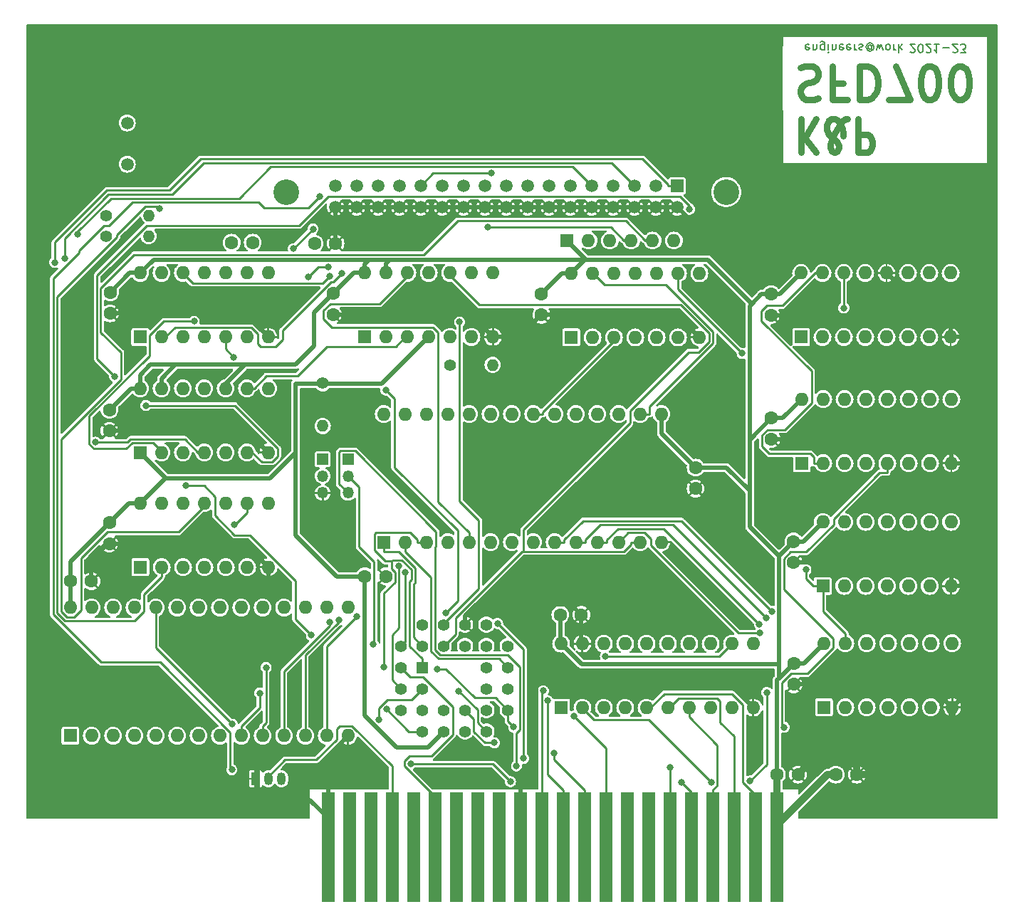
<source format=gbr>
G04 #@! TF.GenerationSoftware,KiCad,Pcbnew,(7.0.0-0)*
G04 #@! TF.CreationDate,2023-03-09T19:40:07+00:00*
G04 #@! TF.ProjectId,SFD700,53464437-3030-42e6-9b69-6361645f7063,rev?*
G04 #@! TF.SameCoordinates,Original*
G04 #@! TF.FileFunction,Copper,L2,Bot*
G04 #@! TF.FilePolarity,Positive*
%FSLAX46Y46*%
G04 Gerber Fmt 4.6, Leading zero omitted, Abs format (unit mm)*
G04 Created by KiCad (PCBNEW (7.0.0-0)) date 2023-03-09 19:40:07*
%MOMM*%
%LPD*%
G01*
G04 APERTURE LIST*
%ADD10C,0.200000*%
G04 #@! TA.AperFunction,NonConductor*
%ADD11C,0.200000*%
G04 #@! TD*
%ADD12C,0.750000*%
G04 #@! TA.AperFunction,NonConductor*
%ADD13C,0.750000*%
G04 #@! TD*
G04 #@! TA.AperFunction,ComponentPad*
%ADD14R,1.600000X1.600000*%
G04 #@! TD*
G04 #@! TA.AperFunction,ComponentPad*
%ADD15O,1.600000X1.600000*%
G04 #@! TD*
G04 #@! TA.AperFunction,ComponentPad*
%ADD16C,1.400000*%
G04 #@! TD*
G04 #@! TA.AperFunction,ComponentPad*
%ADD17O,1.400000X1.400000*%
G04 #@! TD*
G04 #@! TA.AperFunction,ComponentPad*
%ADD18C,1.600000*%
G04 #@! TD*
G04 #@! TA.AperFunction,ComponentPad*
%ADD19R,1.050000X1.500000*%
G04 #@! TD*
G04 #@! TA.AperFunction,ComponentPad*
%ADD20O,1.050000X1.500000*%
G04 #@! TD*
G04 #@! TA.AperFunction,ComponentPad*
%ADD21R,1.422400X1.422400*%
G04 #@! TD*
G04 #@! TA.AperFunction,ComponentPad*
%ADD22C,1.422400*%
G04 #@! TD*
G04 #@! TA.AperFunction,ComponentPad*
%ADD23R,1.350000X1.350000*%
G04 #@! TD*
G04 #@! TA.AperFunction,ComponentPad*
%ADD24O,1.350000X1.350000*%
G04 #@! TD*
G04 #@! TA.AperFunction,ComponentPad*
%ADD25C,3.050000*%
G04 #@! TD*
G04 #@! TA.AperFunction,ComponentPad*
%ADD26C,1.520000*%
G04 #@! TD*
G04 #@! TA.AperFunction,ComponentPad*
%ADD27R,1.520000X1.520000*%
G04 #@! TD*
G04 #@! TA.AperFunction,ComponentPad*
%ADD28C,1.500000*%
G04 #@! TD*
G04 #@! TA.AperFunction,ConnectorPad*
%ADD29R,1.500000X13.000000*%
G04 #@! TD*
G04 #@! TA.AperFunction,ViaPad*
%ADD30C,0.800000*%
G04 #@! TD*
G04 #@! TA.AperFunction,Conductor*
%ADD31C,0.250000*%
G04 #@! TD*
G04 #@! TA.AperFunction,Conductor*
%ADD32C,0.508000*%
G04 #@! TD*
G04 #@! TA.AperFunction,Conductor*
%ADD33C,0.812800*%
G04 #@! TD*
G04 #@! TA.AperFunction,Conductor*
%ADD34C,0.500000*%
G04 #@! TD*
G04 APERTURE END LIST*
D10*
D11*
X193324285Y-42670238D02*
X193229047Y-42622619D01*
X193229047Y-42622619D02*
X193038571Y-42622619D01*
X193038571Y-42622619D02*
X192943333Y-42670238D01*
X192943333Y-42670238D02*
X192895714Y-42765476D01*
X192895714Y-42765476D02*
X192895714Y-43146428D01*
X192895714Y-43146428D02*
X192943333Y-43241666D01*
X192943333Y-43241666D02*
X193038571Y-43289285D01*
X193038571Y-43289285D02*
X193229047Y-43289285D01*
X193229047Y-43289285D02*
X193324285Y-43241666D01*
X193324285Y-43241666D02*
X193371904Y-43146428D01*
X193371904Y-43146428D02*
X193371904Y-43051190D01*
X193371904Y-43051190D02*
X192895714Y-42955952D01*
X193800476Y-43289285D02*
X193800476Y-42622619D01*
X193800476Y-43194047D02*
X193848095Y-43241666D01*
X193848095Y-43241666D02*
X193943333Y-43289285D01*
X193943333Y-43289285D02*
X194086190Y-43289285D01*
X194086190Y-43289285D02*
X194181428Y-43241666D01*
X194181428Y-43241666D02*
X194229047Y-43146428D01*
X194229047Y-43146428D02*
X194229047Y-42622619D01*
X195133809Y-43289285D02*
X195133809Y-42479761D01*
X195133809Y-42479761D02*
X195086190Y-42384523D01*
X195086190Y-42384523D02*
X195038571Y-42336904D01*
X195038571Y-42336904D02*
X194943333Y-42289285D01*
X194943333Y-42289285D02*
X194800476Y-42289285D01*
X194800476Y-42289285D02*
X194705238Y-42336904D01*
X195133809Y-42670238D02*
X195038571Y-42622619D01*
X195038571Y-42622619D02*
X194848095Y-42622619D01*
X194848095Y-42622619D02*
X194752857Y-42670238D01*
X194752857Y-42670238D02*
X194705238Y-42717857D01*
X194705238Y-42717857D02*
X194657619Y-42813095D01*
X194657619Y-42813095D02*
X194657619Y-43098809D01*
X194657619Y-43098809D02*
X194705238Y-43194047D01*
X194705238Y-43194047D02*
X194752857Y-43241666D01*
X194752857Y-43241666D02*
X194848095Y-43289285D01*
X194848095Y-43289285D02*
X195038571Y-43289285D01*
X195038571Y-43289285D02*
X195133809Y-43241666D01*
X195610000Y-42622619D02*
X195610000Y-43289285D01*
X195610000Y-43622619D02*
X195562381Y-43575000D01*
X195562381Y-43575000D02*
X195610000Y-43527380D01*
X195610000Y-43527380D02*
X195657619Y-43575000D01*
X195657619Y-43575000D02*
X195610000Y-43622619D01*
X195610000Y-43622619D02*
X195610000Y-43527380D01*
X196086190Y-43289285D02*
X196086190Y-42622619D01*
X196086190Y-43194047D02*
X196133809Y-43241666D01*
X196133809Y-43241666D02*
X196229047Y-43289285D01*
X196229047Y-43289285D02*
X196371904Y-43289285D01*
X196371904Y-43289285D02*
X196467142Y-43241666D01*
X196467142Y-43241666D02*
X196514761Y-43146428D01*
X196514761Y-43146428D02*
X196514761Y-42622619D01*
X197371904Y-42670238D02*
X197276666Y-42622619D01*
X197276666Y-42622619D02*
X197086190Y-42622619D01*
X197086190Y-42622619D02*
X196990952Y-42670238D01*
X196990952Y-42670238D02*
X196943333Y-42765476D01*
X196943333Y-42765476D02*
X196943333Y-43146428D01*
X196943333Y-43146428D02*
X196990952Y-43241666D01*
X196990952Y-43241666D02*
X197086190Y-43289285D01*
X197086190Y-43289285D02*
X197276666Y-43289285D01*
X197276666Y-43289285D02*
X197371904Y-43241666D01*
X197371904Y-43241666D02*
X197419523Y-43146428D01*
X197419523Y-43146428D02*
X197419523Y-43051190D01*
X197419523Y-43051190D02*
X196943333Y-42955952D01*
X198229047Y-42670238D02*
X198133809Y-42622619D01*
X198133809Y-42622619D02*
X197943333Y-42622619D01*
X197943333Y-42622619D02*
X197848095Y-42670238D01*
X197848095Y-42670238D02*
X197800476Y-42765476D01*
X197800476Y-42765476D02*
X197800476Y-43146428D01*
X197800476Y-43146428D02*
X197848095Y-43241666D01*
X197848095Y-43241666D02*
X197943333Y-43289285D01*
X197943333Y-43289285D02*
X198133809Y-43289285D01*
X198133809Y-43289285D02*
X198229047Y-43241666D01*
X198229047Y-43241666D02*
X198276666Y-43146428D01*
X198276666Y-43146428D02*
X198276666Y-43051190D01*
X198276666Y-43051190D02*
X197800476Y-42955952D01*
X198705238Y-42622619D02*
X198705238Y-43289285D01*
X198705238Y-43098809D02*
X198752857Y-43194047D01*
X198752857Y-43194047D02*
X198800476Y-43241666D01*
X198800476Y-43241666D02*
X198895714Y-43289285D01*
X198895714Y-43289285D02*
X198990952Y-43289285D01*
X199276667Y-42670238D02*
X199371905Y-42622619D01*
X199371905Y-42622619D02*
X199562381Y-42622619D01*
X199562381Y-42622619D02*
X199657619Y-42670238D01*
X199657619Y-42670238D02*
X199705238Y-42765476D01*
X199705238Y-42765476D02*
X199705238Y-42813095D01*
X199705238Y-42813095D02*
X199657619Y-42908333D01*
X199657619Y-42908333D02*
X199562381Y-42955952D01*
X199562381Y-42955952D02*
X199419524Y-42955952D01*
X199419524Y-42955952D02*
X199324286Y-43003571D01*
X199324286Y-43003571D02*
X199276667Y-43098809D01*
X199276667Y-43098809D02*
X199276667Y-43146428D01*
X199276667Y-43146428D02*
X199324286Y-43241666D01*
X199324286Y-43241666D02*
X199419524Y-43289285D01*
X199419524Y-43289285D02*
X199562381Y-43289285D01*
X199562381Y-43289285D02*
X199657619Y-43241666D01*
X200752857Y-43098809D02*
X200705238Y-43146428D01*
X200705238Y-43146428D02*
X200610000Y-43194047D01*
X200610000Y-43194047D02*
X200514762Y-43194047D01*
X200514762Y-43194047D02*
X200419524Y-43146428D01*
X200419524Y-43146428D02*
X200371905Y-43098809D01*
X200371905Y-43098809D02*
X200324286Y-43003571D01*
X200324286Y-43003571D02*
X200324286Y-42908333D01*
X200324286Y-42908333D02*
X200371905Y-42813095D01*
X200371905Y-42813095D02*
X200419524Y-42765476D01*
X200419524Y-42765476D02*
X200514762Y-42717857D01*
X200514762Y-42717857D02*
X200610000Y-42717857D01*
X200610000Y-42717857D02*
X200705238Y-42765476D01*
X200705238Y-42765476D02*
X200752857Y-42813095D01*
X200752857Y-43194047D02*
X200752857Y-42813095D01*
X200752857Y-42813095D02*
X200800476Y-42765476D01*
X200800476Y-42765476D02*
X200848095Y-42765476D01*
X200848095Y-42765476D02*
X200943334Y-42813095D01*
X200943334Y-42813095D02*
X200990953Y-42908333D01*
X200990953Y-42908333D02*
X200990953Y-43146428D01*
X200990953Y-43146428D02*
X200895715Y-43289285D01*
X200895715Y-43289285D02*
X200752857Y-43384523D01*
X200752857Y-43384523D02*
X200562381Y-43432142D01*
X200562381Y-43432142D02*
X200371905Y-43384523D01*
X200371905Y-43384523D02*
X200229048Y-43289285D01*
X200229048Y-43289285D02*
X200133810Y-43146428D01*
X200133810Y-43146428D02*
X200086191Y-42955952D01*
X200086191Y-42955952D02*
X200133810Y-42765476D01*
X200133810Y-42765476D02*
X200229048Y-42622619D01*
X200229048Y-42622619D02*
X200371905Y-42527380D01*
X200371905Y-42527380D02*
X200562381Y-42479761D01*
X200562381Y-42479761D02*
X200752857Y-42527380D01*
X200752857Y-42527380D02*
X200895715Y-42622619D01*
X201324286Y-43289285D02*
X201514762Y-42622619D01*
X201514762Y-42622619D02*
X201705238Y-43098809D01*
X201705238Y-43098809D02*
X201895714Y-42622619D01*
X201895714Y-42622619D02*
X202086190Y-43289285D01*
X202610000Y-42622619D02*
X202514762Y-42670238D01*
X202514762Y-42670238D02*
X202467143Y-42717857D01*
X202467143Y-42717857D02*
X202419524Y-42813095D01*
X202419524Y-42813095D02*
X202419524Y-43098809D01*
X202419524Y-43098809D02*
X202467143Y-43194047D01*
X202467143Y-43194047D02*
X202514762Y-43241666D01*
X202514762Y-43241666D02*
X202610000Y-43289285D01*
X202610000Y-43289285D02*
X202752857Y-43289285D01*
X202752857Y-43289285D02*
X202848095Y-43241666D01*
X202848095Y-43241666D02*
X202895714Y-43194047D01*
X202895714Y-43194047D02*
X202943333Y-43098809D01*
X202943333Y-43098809D02*
X202943333Y-42813095D01*
X202943333Y-42813095D02*
X202895714Y-42717857D01*
X202895714Y-42717857D02*
X202848095Y-42670238D01*
X202848095Y-42670238D02*
X202752857Y-42622619D01*
X202752857Y-42622619D02*
X202610000Y-42622619D01*
X203371905Y-42622619D02*
X203371905Y-43289285D01*
X203371905Y-43098809D02*
X203419524Y-43194047D01*
X203419524Y-43194047D02*
X203467143Y-43241666D01*
X203467143Y-43241666D02*
X203562381Y-43289285D01*
X203562381Y-43289285D02*
X203657619Y-43289285D01*
X203990953Y-42622619D02*
X203990953Y-43622619D01*
X204086191Y-43003571D02*
X204371905Y-42622619D01*
X204371905Y-43289285D02*
X203990953Y-42908333D01*
X205352858Y-43527380D02*
X205400477Y-43575000D01*
X205400477Y-43575000D02*
X205495715Y-43622619D01*
X205495715Y-43622619D02*
X205733810Y-43622619D01*
X205733810Y-43622619D02*
X205829048Y-43575000D01*
X205829048Y-43575000D02*
X205876667Y-43527380D01*
X205876667Y-43527380D02*
X205924286Y-43432142D01*
X205924286Y-43432142D02*
X205924286Y-43336904D01*
X205924286Y-43336904D02*
X205876667Y-43194047D01*
X205876667Y-43194047D02*
X205305239Y-42622619D01*
X205305239Y-42622619D02*
X205924286Y-42622619D01*
X206543334Y-43622619D02*
X206638572Y-43622619D01*
X206638572Y-43622619D02*
X206733810Y-43575000D01*
X206733810Y-43575000D02*
X206781429Y-43527380D01*
X206781429Y-43527380D02*
X206829048Y-43432142D01*
X206829048Y-43432142D02*
X206876667Y-43241666D01*
X206876667Y-43241666D02*
X206876667Y-43003571D01*
X206876667Y-43003571D02*
X206829048Y-42813095D01*
X206829048Y-42813095D02*
X206781429Y-42717857D01*
X206781429Y-42717857D02*
X206733810Y-42670238D01*
X206733810Y-42670238D02*
X206638572Y-42622619D01*
X206638572Y-42622619D02*
X206543334Y-42622619D01*
X206543334Y-42622619D02*
X206448096Y-42670238D01*
X206448096Y-42670238D02*
X206400477Y-42717857D01*
X206400477Y-42717857D02*
X206352858Y-42813095D01*
X206352858Y-42813095D02*
X206305239Y-43003571D01*
X206305239Y-43003571D02*
X206305239Y-43241666D01*
X206305239Y-43241666D02*
X206352858Y-43432142D01*
X206352858Y-43432142D02*
X206400477Y-43527380D01*
X206400477Y-43527380D02*
X206448096Y-43575000D01*
X206448096Y-43575000D02*
X206543334Y-43622619D01*
X207257620Y-43527380D02*
X207305239Y-43575000D01*
X207305239Y-43575000D02*
X207400477Y-43622619D01*
X207400477Y-43622619D02*
X207638572Y-43622619D01*
X207638572Y-43622619D02*
X207733810Y-43575000D01*
X207733810Y-43575000D02*
X207781429Y-43527380D01*
X207781429Y-43527380D02*
X207829048Y-43432142D01*
X207829048Y-43432142D02*
X207829048Y-43336904D01*
X207829048Y-43336904D02*
X207781429Y-43194047D01*
X207781429Y-43194047D02*
X207210001Y-42622619D01*
X207210001Y-42622619D02*
X207829048Y-42622619D01*
X208781429Y-42622619D02*
X208210001Y-42622619D01*
X208495715Y-42622619D02*
X208495715Y-43622619D01*
X208495715Y-43622619D02*
X208400477Y-43479761D01*
X208400477Y-43479761D02*
X208305239Y-43384523D01*
X208305239Y-43384523D02*
X208210001Y-43336904D01*
X209210001Y-43003571D02*
X209971906Y-43003571D01*
X210400477Y-43527380D02*
X210448096Y-43575000D01*
X210448096Y-43575000D02*
X210543334Y-43622619D01*
X210543334Y-43622619D02*
X210781429Y-43622619D01*
X210781429Y-43622619D02*
X210876667Y-43575000D01*
X210876667Y-43575000D02*
X210924286Y-43527380D01*
X210924286Y-43527380D02*
X210971905Y-43432142D01*
X210971905Y-43432142D02*
X210971905Y-43336904D01*
X210971905Y-43336904D02*
X210924286Y-43194047D01*
X210924286Y-43194047D02*
X210352858Y-42622619D01*
X210352858Y-42622619D02*
X210971905Y-42622619D01*
X211305239Y-43622619D02*
X211924286Y-43622619D01*
X211924286Y-43622619D02*
X211590953Y-43241666D01*
X211590953Y-43241666D02*
X211733810Y-43241666D01*
X211733810Y-43241666D02*
X211829048Y-43194047D01*
X211829048Y-43194047D02*
X211876667Y-43146428D01*
X211876667Y-43146428D02*
X211924286Y-43051190D01*
X211924286Y-43051190D02*
X211924286Y-42813095D01*
X211924286Y-42813095D02*
X211876667Y-42717857D01*
X211876667Y-42717857D02*
X211829048Y-42670238D01*
X211829048Y-42670238D02*
X211733810Y-42622619D01*
X211733810Y-42622619D02*
X211448096Y-42622619D01*
X211448096Y-42622619D02*
X211352858Y-42670238D01*
X211352858Y-42670238D02*
X211305239Y-42717857D01*
D12*
D13*
X192267142Y-45410952D02*
X192809999Y-45220476D01*
X192809999Y-45220476D02*
X193714761Y-45220476D01*
X193714761Y-45220476D02*
X194076666Y-45410952D01*
X194076666Y-45410952D02*
X194257618Y-45601428D01*
X194257618Y-45601428D02*
X194438571Y-45982380D01*
X194438571Y-45982380D02*
X194438571Y-46363333D01*
X194438571Y-46363333D02*
X194257618Y-46744285D01*
X194257618Y-46744285D02*
X194076666Y-46934761D01*
X194076666Y-46934761D02*
X193714761Y-47125238D01*
X193714761Y-47125238D02*
X192990952Y-47315714D01*
X192990952Y-47315714D02*
X192629047Y-47506190D01*
X192629047Y-47506190D02*
X192448094Y-47696666D01*
X192448094Y-47696666D02*
X192267142Y-48077619D01*
X192267142Y-48077619D02*
X192267142Y-48458571D01*
X192267142Y-48458571D02*
X192448094Y-48839523D01*
X192448094Y-48839523D02*
X192629047Y-49030000D01*
X192629047Y-49030000D02*
X192990952Y-49220476D01*
X192990952Y-49220476D02*
X193895713Y-49220476D01*
X193895713Y-49220476D02*
X194438571Y-49030000D01*
X197333809Y-47315714D02*
X196067142Y-47315714D01*
X196067142Y-45220476D02*
X196067142Y-49220476D01*
X196067142Y-49220476D02*
X197876666Y-49220476D01*
X199324285Y-45220476D02*
X199324285Y-49220476D01*
X199324285Y-49220476D02*
X200229047Y-49220476D01*
X200229047Y-49220476D02*
X200771904Y-49030000D01*
X200771904Y-49030000D02*
X201133809Y-48649047D01*
X201133809Y-48649047D02*
X201314762Y-48268095D01*
X201314762Y-48268095D02*
X201495714Y-47506190D01*
X201495714Y-47506190D02*
X201495714Y-46934761D01*
X201495714Y-46934761D02*
X201314762Y-46172857D01*
X201314762Y-46172857D02*
X201133809Y-45791904D01*
X201133809Y-45791904D02*
X200771904Y-45410952D01*
X200771904Y-45410952D02*
X200229047Y-45220476D01*
X200229047Y-45220476D02*
X199324285Y-45220476D01*
X202762381Y-49220476D02*
X205295714Y-49220476D01*
X205295714Y-49220476D02*
X203667143Y-45220476D01*
X207467143Y-49220476D02*
X207829048Y-49220476D01*
X207829048Y-49220476D02*
X208190952Y-49030000D01*
X208190952Y-49030000D02*
X208371905Y-48839523D01*
X208371905Y-48839523D02*
X208552857Y-48458571D01*
X208552857Y-48458571D02*
X208733810Y-47696666D01*
X208733810Y-47696666D02*
X208733810Y-46744285D01*
X208733810Y-46744285D02*
X208552857Y-45982380D01*
X208552857Y-45982380D02*
X208371905Y-45601428D01*
X208371905Y-45601428D02*
X208190952Y-45410952D01*
X208190952Y-45410952D02*
X207829048Y-45220476D01*
X207829048Y-45220476D02*
X207467143Y-45220476D01*
X207467143Y-45220476D02*
X207105238Y-45410952D01*
X207105238Y-45410952D02*
X206924286Y-45601428D01*
X206924286Y-45601428D02*
X206743333Y-45982380D01*
X206743333Y-45982380D02*
X206562381Y-46744285D01*
X206562381Y-46744285D02*
X206562381Y-47696666D01*
X206562381Y-47696666D02*
X206743333Y-48458571D01*
X206743333Y-48458571D02*
X206924286Y-48839523D01*
X206924286Y-48839523D02*
X207105238Y-49030000D01*
X207105238Y-49030000D02*
X207467143Y-49220476D01*
X211086191Y-49220476D02*
X211448096Y-49220476D01*
X211448096Y-49220476D02*
X211810000Y-49030000D01*
X211810000Y-49030000D02*
X211990953Y-48839523D01*
X211990953Y-48839523D02*
X212171905Y-48458571D01*
X212171905Y-48458571D02*
X212352858Y-47696666D01*
X212352858Y-47696666D02*
X212352858Y-46744285D01*
X212352858Y-46744285D02*
X212171905Y-45982380D01*
X212171905Y-45982380D02*
X211990953Y-45601428D01*
X211990953Y-45601428D02*
X211810000Y-45410952D01*
X211810000Y-45410952D02*
X211448096Y-45220476D01*
X211448096Y-45220476D02*
X211086191Y-45220476D01*
X211086191Y-45220476D02*
X210724286Y-45410952D01*
X210724286Y-45410952D02*
X210543334Y-45601428D01*
X210543334Y-45601428D02*
X210362381Y-45982380D01*
X210362381Y-45982380D02*
X210181429Y-46744285D01*
X210181429Y-46744285D02*
X210181429Y-47696666D01*
X210181429Y-47696666D02*
X210362381Y-48458571D01*
X210362381Y-48458571D02*
X210543334Y-48839523D01*
X210543334Y-48839523D02*
X210724286Y-49030000D01*
X210724286Y-49030000D02*
X211086191Y-49220476D01*
D12*
D13*
X192417142Y-51480476D02*
X192417142Y-55480476D01*
X194131428Y-51480476D02*
X192845714Y-53766190D01*
X194131428Y-55480476D02*
X192417142Y-53194761D01*
X197845714Y-51480476D02*
X197702857Y-51480476D01*
X197702857Y-51480476D02*
X197417142Y-51670952D01*
X197417142Y-51670952D02*
X196988571Y-52242380D01*
X196988571Y-52242380D02*
X196274285Y-53385238D01*
X196274285Y-53385238D02*
X195988571Y-53956666D01*
X195988571Y-53956666D02*
X195845714Y-54528095D01*
X195845714Y-54528095D02*
X195845714Y-54909047D01*
X195845714Y-54909047D02*
X195988571Y-55290000D01*
X195988571Y-55290000D02*
X196274285Y-55480476D01*
X196274285Y-55480476D02*
X196417142Y-55480476D01*
X196417142Y-55480476D02*
X196702857Y-55290000D01*
X196702857Y-55290000D02*
X196845714Y-54909047D01*
X196845714Y-54909047D02*
X196845714Y-54718571D01*
X196845714Y-54718571D02*
X196702857Y-54337619D01*
X196702857Y-54337619D02*
X196559999Y-54147142D01*
X196559999Y-54147142D02*
X195702857Y-53385238D01*
X195702857Y-53385238D02*
X195559999Y-53194761D01*
X195559999Y-53194761D02*
X195417142Y-52813809D01*
X195417142Y-52813809D02*
X195417142Y-52242380D01*
X195417142Y-52242380D02*
X195559999Y-51861428D01*
X195559999Y-51861428D02*
X195702857Y-51670952D01*
X195702857Y-51670952D02*
X195988571Y-51480476D01*
X195988571Y-51480476D02*
X196417142Y-51480476D01*
X196417142Y-51480476D02*
X196702857Y-51670952D01*
X196702857Y-51670952D02*
X196845714Y-51861428D01*
X196845714Y-51861428D02*
X197274285Y-52623333D01*
X197274285Y-52623333D02*
X197417142Y-53194761D01*
X197417142Y-53194761D02*
X197417142Y-53575714D01*
X199131428Y-51480476D02*
X199131428Y-55480476D01*
X199131428Y-55480476D02*
X200274285Y-55480476D01*
X200274285Y-55480476D02*
X200560000Y-55290000D01*
X200560000Y-55290000D02*
X200702857Y-55099523D01*
X200702857Y-55099523D02*
X200845714Y-54718571D01*
X200845714Y-54718571D02*
X200845714Y-54147142D01*
X200845714Y-54147142D02*
X200702857Y-53766190D01*
X200702857Y-53766190D02*
X200560000Y-53575714D01*
X200560000Y-53575714D02*
X200274285Y-53385238D01*
X200274285Y-53385238D02*
X199131428Y-53385238D01*
D14*
X194974999Y-107069999D03*
D15*
X197514999Y-107069999D03*
X200054999Y-107069999D03*
X202594999Y-107069999D03*
X205134999Y-107069999D03*
X207674999Y-107069999D03*
X210214999Y-107069999D03*
X210214999Y-99449999D03*
X207674999Y-99449999D03*
X205134999Y-99449999D03*
X202594999Y-99449999D03*
X200054999Y-99449999D03*
X197514999Y-99449999D03*
X194974999Y-99449999D03*
D14*
X165044999Y-77499999D03*
D15*
X167584999Y-77499999D03*
X170124999Y-77499999D03*
X172664999Y-77499999D03*
X175204999Y-77499999D03*
X177744999Y-77499999D03*
X180284999Y-77499999D03*
X180284999Y-69879999D03*
X177744999Y-69879999D03*
X175204999Y-69879999D03*
X172664999Y-69879999D03*
X170124999Y-69879999D03*
X167584999Y-69879999D03*
X165044999Y-69879999D03*
D14*
X113799999Y-77449999D03*
D15*
X116339999Y-77449999D03*
X118879999Y-77449999D03*
X121419999Y-77449999D03*
X123959999Y-77449999D03*
X126499999Y-77449999D03*
X129039999Y-77449999D03*
X129039999Y-69829999D03*
X126499999Y-69829999D03*
X123959999Y-69829999D03*
X121419999Y-69829999D03*
X118879999Y-69829999D03*
X116339999Y-69829999D03*
X113799999Y-69829999D03*
D14*
X113814999Y-104829999D03*
D15*
X116354999Y-104829999D03*
X118894999Y-104829999D03*
X121434999Y-104829999D03*
X123974999Y-104829999D03*
X126514999Y-104829999D03*
X129054999Y-104829999D03*
X129054999Y-97209999D03*
X126514999Y-97209999D03*
X123974999Y-97209999D03*
X121434999Y-97209999D03*
X118894999Y-97209999D03*
X116354999Y-97209999D03*
X113814999Y-97209999D03*
D14*
X140484999Y-77439999D03*
D15*
X143024999Y-77439999D03*
X145564999Y-77439999D03*
X148104999Y-77439999D03*
X150644999Y-77439999D03*
X153184999Y-77439999D03*
X155724999Y-77439999D03*
X155724999Y-69819999D03*
X153184999Y-69819999D03*
X150644999Y-69819999D03*
X148104999Y-69819999D03*
X145564999Y-69819999D03*
X143024999Y-69819999D03*
X140484999Y-69819999D03*
D14*
X113794999Y-91179999D03*
D15*
X116334999Y-91179999D03*
X118874999Y-91179999D03*
X121414999Y-91179999D03*
X123954999Y-91179999D03*
X126494999Y-91179999D03*
X129034999Y-91179999D03*
X129034999Y-83559999D03*
X126494999Y-83559999D03*
X123954999Y-83559999D03*
X121414999Y-83559999D03*
X118874999Y-83559999D03*
X116334999Y-83559999D03*
X113794999Y-83559999D03*
D14*
X195104999Y-121499999D03*
D15*
X197644999Y-121499999D03*
X200184999Y-121499999D03*
X202724999Y-121499999D03*
X205264999Y-121499999D03*
X207804999Y-121499999D03*
X210344999Y-121499999D03*
X210344999Y-113879999D03*
X207804999Y-113879999D03*
X205264999Y-113879999D03*
X202724999Y-113879999D03*
X200184999Y-113879999D03*
X197644999Y-113879999D03*
X195104999Y-113879999D03*
D14*
X164559999Y-65979999D03*
D15*
X167099999Y-65979999D03*
X169639999Y-65979999D03*
X172179999Y-65979999D03*
X174719999Y-65979999D03*
X177259999Y-65979999D03*
D16*
X135500000Y-82960000D03*
D17*
X135499999Y-88039999D03*
D16*
X109760000Y-62990000D03*
D17*
X114839999Y-62989999D03*
D16*
X109730000Y-65440000D03*
D17*
X114809999Y-65439999D03*
D16*
X150622000Y-80772000D03*
D17*
X155701999Y-80771999D03*
D18*
X124680000Y-66230000D03*
X127180000Y-66230000D03*
X134530000Y-66340000D03*
X137030000Y-66340000D03*
X161490000Y-74820000D03*
X161490000Y-72320000D03*
X110236000Y-72136000D03*
X110236000Y-74636000D03*
X142982000Y-105918000D03*
X140482000Y-105918000D03*
X110130000Y-99520000D03*
X110130000Y-102020000D03*
X136730000Y-72270000D03*
X136730000Y-74770000D03*
X110140000Y-86106000D03*
X110140000Y-88606000D03*
X179832000Y-95484000D03*
X179832000Y-92984000D03*
X108000000Y-106500000D03*
X105500000Y-106500000D03*
X166250000Y-110500000D03*
X163750000Y-110500000D03*
X191500000Y-118770000D03*
X191500000Y-116270000D03*
X188800000Y-72360000D03*
X188800000Y-74860000D03*
X188860000Y-89600000D03*
X188860000Y-87100000D03*
X191480000Y-101770000D03*
X191480000Y-104270000D03*
X189500000Y-129500000D03*
X192000000Y-129500000D03*
D14*
X192379999Y-77459999D03*
D15*
X194919999Y-77459999D03*
X197459999Y-77459999D03*
X199999999Y-77459999D03*
X202539999Y-77459999D03*
X205079999Y-77459999D03*
X207619999Y-77459999D03*
X210159999Y-77459999D03*
X210159999Y-69839999D03*
X207619999Y-69839999D03*
X205079999Y-69839999D03*
X202539999Y-69839999D03*
X199999999Y-69839999D03*
X197459999Y-69839999D03*
X194919999Y-69839999D03*
X192379999Y-69839999D03*
D14*
X142757999Y-101858999D03*
D15*
X145297999Y-101858999D03*
X147837999Y-101858999D03*
X150377999Y-101858999D03*
X152917999Y-101858999D03*
X155457999Y-101858999D03*
X157997999Y-101858999D03*
X160537999Y-101858999D03*
X163077999Y-101858999D03*
X165617999Y-101858999D03*
X168157999Y-101858999D03*
X170697999Y-101858999D03*
X173237999Y-101858999D03*
X175777999Y-101858999D03*
X175777999Y-86618999D03*
X173237999Y-86618999D03*
X170697999Y-86618999D03*
X168157999Y-86618999D03*
X165617999Y-86618999D03*
X163077999Y-86618999D03*
X160537999Y-86618999D03*
X157997999Y-86618999D03*
X155457999Y-86618999D03*
X152917999Y-86618999D03*
X150377999Y-86618999D03*
X147837999Y-86618999D03*
X145297999Y-86618999D03*
X142757999Y-86618999D03*
D14*
X192464999Y-92459999D03*
D15*
X195004999Y-92459999D03*
X197544999Y-92459999D03*
X200084999Y-92459999D03*
X202624999Y-92459999D03*
X205164999Y-92459999D03*
X207704999Y-92459999D03*
X210244999Y-92459999D03*
X210244999Y-84839999D03*
X207704999Y-84839999D03*
X205164999Y-84839999D03*
X202624999Y-84839999D03*
X200084999Y-84839999D03*
X197544999Y-84839999D03*
X195004999Y-84839999D03*
X192464999Y-84839999D03*
D19*
X127507999Y-129999999D03*
D20*
X129031999Y-129999999D03*
X130606799Y-129999999D03*
D18*
X196500000Y-129500000D03*
X199000000Y-129500000D03*
D21*
X147339999Y-116749999D03*
D22*
X144800000Y-119290000D03*
X147340000Y-119290000D03*
X144800000Y-121830000D03*
X147340000Y-124370000D03*
X147340000Y-121830000D03*
X149880000Y-124370000D03*
X149880000Y-121830000D03*
X152420000Y-124370000D03*
X152420000Y-121830000D03*
X154960000Y-124370000D03*
X157500000Y-121830000D03*
X154960000Y-121830000D03*
X157500000Y-119290000D03*
X154960000Y-119290000D03*
X157500000Y-116750000D03*
X154960000Y-116750000D03*
X157500000Y-114210000D03*
X154960000Y-111670000D03*
X154960000Y-114210000D03*
X152420000Y-111670000D03*
X152420000Y-114210000D03*
X149880000Y-111670000D03*
X149880000Y-114210000D03*
X147340000Y-111670000D03*
X144800000Y-114210000D03*
X147340000Y-114210000D03*
X144800000Y-116750000D03*
D14*
X105499999Y-124874999D03*
D15*
X108039999Y-124874999D03*
X110579999Y-124874999D03*
X113119999Y-124874999D03*
X115659999Y-124874999D03*
X118199999Y-124874999D03*
X120739999Y-124874999D03*
X123279999Y-124874999D03*
X125819999Y-124874999D03*
X128359999Y-124874999D03*
X130899999Y-124874999D03*
X133439999Y-124874999D03*
X135979999Y-124874999D03*
X138519999Y-124874999D03*
X138519999Y-109634999D03*
X135979999Y-109634999D03*
X133439999Y-109634999D03*
X130899999Y-109634999D03*
X128359999Y-109634999D03*
X125819999Y-109634999D03*
X123279999Y-109634999D03*
X120739999Y-109634999D03*
X118199999Y-109634999D03*
X115659999Y-109634999D03*
X113119999Y-109634999D03*
X110579999Y-109634999D03*
X108039999Y-109634999D03*
X105499999Y-109634999D03*
D23*
X135499999Y-91999999D03*
D24*
X135499999Y-93999999D03*
X135499999Y-95999999D03*
D25*
X131160000Y-60220000D03*
X183480000Y-60220000D03*
D26*
X137000000Y-62000000D03*
X137000000Y-59460000D03*
X139540000Y-62000000D03*
X139540000Y-59460000D03*
X142080000Y-62000000D03*
X142080000Y-59460000D03*
X144620000Y-62000000D03*
X144620000Y-59460000D03*
X147160000Y-62000000D03*
X147160000Y-59460000D03*
X149700000Y-62000000D03*
X149700000Y-59460000D03*
X152240000Y-62000000D03*
X152240000Y-59460000D03*
X154780000Y-62000000D03*
X154780000Y-59460000D03*
X157320000Y-62000000D03*
X157320000Y-59460000D03*
X159860000Y-62000000D03*
X159860000Y-59460000D03*
X162400000Y-62000000D03*
X162400000Y-59460000D03*
X164940000Y-62000000D03*
X164940000Y-59460000D03*
X167480000Y-62000000D03*
X167480000Y-59460000D03*
X170020000Y-62000000D03*
X170020000Y-59460000D03*
X172560000Y-62000000D03*
X172560000Y-59460000D03*
X175100000Y-62000000D03*
X175100000Y-59460000D03*
X177640000Y-62000000D03*
D27*
X177639999Y-59459999D03*
D28*
X112268000Y-56896000D03*
X112268000Y-51996000D03*
D29*
X189469999Y-138153199D03*
X186929999Y-138153199D03*
X184389999Y-138153199D03*
X181849999Y-138153199D03*
X179309999Y-138153199D03*
X176769999Y-138153199D03*
X174229999Y-138153199D03*
X171689999Y-138153199D03*
X169149999Y-138153199D03*
X166609999Y-138153199D03*
X164069999Y-138153199D03*
X161529999Y-138153199D03*
X158989999Y-138153199D03*
X156449999Y-138153199D03*
X153909999Y-138153199D03*
X151369999Y-138153199D03*
X148829999Y-138153199D03*
X146289999Y-138153199D03*
X143749999Y-138153199D03*
X141209999Y-138153199D03*
X138669999Y-138153199D03*
X136129999Y-138153199D03*
D23*
X138499999Y-91999999D03*
D24*
X138499999Y-93999999D03*
X138499999Y-95999999D03*
D14*
X163844999Y-121539999D03*
D15*
X166384999Y-121539999D03*
X168924999Y-121539999D03*
X171464999Y-121539999D03*
X174004999Y-121539999D03*
X176544999Y-121539999D03*
X179084999Y-121539999D03*
X181624999Y-121539999D03*
X184164999Y-121539999D03*
X186704999Y-121539999D03*
X186704999Y-113919999D03*
X184164999Y-113919999D03*
X181624999Y-113919999D03*
X179084999Y-113919999D03*
X176544999Y-113919999D03*
X174004999Y-113919999D03*
X171464999Y-113919999D03*
X168924999Y-113919999D03*
X166384999Y-113919999D03*
X163844999Y-113919999D03*
D30*
X201000000Y-81000000D03*
X170000000Y-82000000D03*
X182250000Y-83750000D03*
X118250000Y-52000000D03*
X108750000Y-81500000D03*
X184000000Y-74250000D03*
X182000000Y-89750000D03*
X192945000Y-105145300D03*
X142993600Y-83762900D03*
X150146000Y-110267800D03*
X139589900Y-110667000D03*
X197460000Y-73998500D03*
X179113400Y-62256000D03*
X110765000Y-82127100D03*
X114468700Y-85598400D03*
X136292400Y-111359800D03*
X137392400Y-111120500D03*
X169107400Y-115418000D03*
X116074600Y-62189900D03*
X187436700Y-112666700D03*
X188208900Y-110858300D03*
X188883000Y-110072100D03*
X187425300Y-111652300D03*
X145293000Y-105443900D03*
X119250000Y-95143700D03*
X134157800Y-112924000D03*
X108511174Y-89963326D03*
X151774200Y-75659800D03*
X134346300Y-64600300D03*
X132003400Y-66943200D03*
X120211800Y-75583100D03*
X136324600Y-70182200D03*
X136131600Y-69143100D03*
X133801500Y-70335400D03*
X137763500Y-69871900D03*
X185364000Y-79395000D03*
X124920700Y-79835900D03*
X124694600Y-128924700D03*
X135129200Y-60737500D03*
X141514500Y-113982600D03*
X103647200Y-68575300D03*
X104820000Y-68099100D03*
X106368300Y-65201500D03*
X155554900Y-57985700D03*
X125000000Y-99750000D03*
X155115900Y-64393600D03*
X143114500Y-121720300D03*
X159400100Y-127581000D03*
X156302400Y-111522900D03*
X157822100Y-130336700D03*
X145952100Y-128233600D03*
X124762200Y-123503600D03*
X158544100Y-128488700D03*
X155920200Y-125718200D03*
X151697000Y-119576300D03*
X149088800Y-116929100D03*
X158210100Y-123851700D03*
X181701700Y-130429900D03*
X188308500Y-119736500D03*
X186324200Y-130268900D03*
X142173300Y-122962500D03*
X144564100Y-104697600D03*
X128001800Y-119801300D03*
X128763400Y-116754200D03*
X142762400Y-116731300D03*
X176770000Y-128677800D03*
X190385900Y-123870400D03*
X178135800Y-130430600D03*
X161729800Y-119540000D03*
X162267700Y-120719300D03*
X163017300Y-126924500D03*
X165374200Y-122545200D03*
D31*
X191133200Y-103010600D02*
X193011900Y-103010600D01*
X190079000Y-123563500D02*
X190079000Y-118598300D01*
X191177300Y-117500000D02*
X193122100Y-117500000D01*
X190079000Y-118598300D02*
X191177300Y-117500000D01*
X202625000Y-93585300D02*
X202625000Y-92460000D01*
X193122100Y-117500000D02*
X196231300Y-114390800D01*
X196231300Y-114390800D02*
X196231300Y-113360600D01*
X196231300Y-113360600D02*
X190319400Y-107448700D01*
X190319400Y-103824400D02*
X191133200Y-103010600D01*
X190319400Y-107448700D02*
X190319400Y-103824400D01*
X193011900Y-103010600D02*
X196245000Y-99777500D01*
X190385900Y-123870400D02*
X190079000Y-123563500D01*
X196245000Y-99777500D02*
X196245000Y-99074400D01*
X196245000Y-99074400D02*
X201734100Y-93585300D01*
X201734100Y-93585300D02*
X202625000Y-93585300D01*
X112303300Y-89965900D02*
X112664800Y-89604400D01*
X120680000Y-91180000D02*
X121415000Y-91180000D01*
X108511174Y-89963326D02*
X108513748Y-89965900D01*
X112664800Y-89604400D02*
X119104400Y-89604400D01*
X108513748Y-89965900D02*
X112303300Y-89965900D01*
X119104400Y-89604400D02*
X120680000Y-91180000D01*
X116335000Y-91180000D02*
X116335000Y-91085000D01*
X116335000Y-91085000D02*
X115304700Y-90054700D01*
X107750000Y-90226750D02*
X107750000Y-86849400D01*
X115304700Y-90054700D02*
X112851400Y-90054700D01*
X112156100Y-90750000D02*
X108273250Y-90750000D01*
X112851400Y-90054700D02*
X112156100Y-90750000D01*
X108273250Y-90750000D02*
X107750000Y-90226750D01*
X107750000Y-86849400D02*
X114925400Y-79674000D01*
X114925400Y-79674000D02*
X114925400Y-77246800D01*
X114925400Y-77246800D02*
X116589100Y-75583100D01*
X116589100Y-75583100D02*
X120211800Y-75583100D01*
X103647200Y-68575300D02*
X103647200Y-66191200D01*
X176554700Y-59460000D02*
X177640000Y-59460000D01*
X103647200Y-66191200D02*
X109838400Y-60000000D01*
X109838400Y-60000000D02*
X117250000Y-60000000D01*
X117250000Y-60000000D02*
X120993600Y-56256400D01*
X120993600Y-56256400D02*
X173486800Y-56256400D01*
X173486800Y-56256400D02*
X176554700Y-59324300D01*
X176554700Y-59324300D02*
X176554700Y-59460000D01*
X108656100Y-80018200D02*
X108656100Y-70137400D01*
X108656100Y-70137400D02*
X114593500Y-64200000D01*
X114593500Y-64200000D02*
X132692500Y-64200000D01*
X132692500Y-64200000D02*
X136162500Y-60730000D01*
X110765000Y-82127100D02*
X108656100Y-80018200D01*
X136162500Y-60730000D02*
X177979100Y-60730000D01*
X177979100Y-60730000D02*
X179113400Y-61864300D01*
X179113400Y-61864300D02*
X179113400Y-62256000D01*
X195005000Y-92460000D02*
X193879700Y-92460000D01*
X193879700Y-92460000D02*
X193879700Y-91756600D01*
X193879700Y-91756600D02*
X193457800Y-91334700D01*
X193457800Y-91334700D02*
X188584700Y-91334700D01*
X188584700Y-91334700D02*
X187729200Y-90479200D01*
X187729200Y-90479200D02*
X187729200Y-89138100D01*
X187729200Y-89138100D02*
X188392700Y-88474600D01*
X188392700Y-88474600D02*
X190451300Y-88474600D01*
X190451300Y-88474600D02*
X193626500Y-85299400D01*
X193626500Y-85299400D02*
X193626500Y-81509600D01*
X193626500Y-81509600D02*
X187671300Y-75554400D01*
X187671300Y-75554400D02*
X187671300Y-74366800D01*
X187671300Y-74366800D02*
X188303400Y-73734700D01*
X188303400Y-73734700D02*
X190181300Y-73734700D01*
X190181300Y-73734700D02*
X194076000Y-69840000D01*
X194076000Y-69840000D02*
X194920000Y-69840000D01*
X166385000Y-121540000D02*
X166385000Y-121635000D01*
X166385000Y-121635000D02*
X167750000Y-123000000D01*
X167750000Y-123000000D02*
X174271800Y-123000000D01*
X174271800Y-123000000D02*
X181701700Y-130429900D01*
X184165000Y-113920000D02*
X182667000Y-115418000D01*
X182667000Y-115418000D02*
X169107400Y-115418000D01*
X124500000Y-128730100D02*
X124500000Y-124471300D01*
X124500000Y-124471300D02*
X116156700Y-116128000D01*
X116156700Y-116128000D02*
X109127400Y-116128000D01*
X109127400Y-116128000D02*
X103469200Y-110469800D01*
X124694600Y-128924700D02*
X124500000Y-128730100D01*
X103469200Y-110469800D02*
X103469200Y-70475700D01*
X103469200Y-70475700D02*
X106533400Y-67411500D01*
X106533400Y-67411500D02*
X106533400Y-67182800D01*
X106533400Y-67182800D02*
X109495600Y-64220600D01*
X110059900Y-64220600D02*
X112877200Y-61403300D01*
X109495600Y-64220600D02*
X110059900Y-64220600D01*
X112877200Y-61403300D02*
X127851500Y-61403300D01*
X127851500Y-61403300D02*
X128522400Y-62074200D01*
X128522400Y-62074200D02*
X133792500Y-62074200D01*
X133792500Y-62074200D02*
X135129200Y-60737500D01*
X129032000Y-130000000D02*
X129032000Y-129718000D01*
X143750000Y-128477200D02*
X143750000Y-138153200D01*
X129032000Y-129718000D02*
X131000000Y-127750000D01*
X131000000Y-127750000D02*
X134734200Y-127750000D01*
X134734200Y-127750000D02*
X137176100Y-125308100D01*
X137176100Y-125308100D02*
X137176100Y-124073900D01*
X137176100Y-124073900D02*
X137528300Y-123721700D01*
X137528300Y-123721700D02*
X138994500Y-123721700D01*
X138994500Y-123721700D02*
X143750000Y-128477200D01*
X130900000Y-124875000D02*
X130900000Y-117207600D01*
X130900000Y-117207600D02*
X135137700Y-112969900D01*
X135138204Y-112969900D02*
X136292400Y-111815704D01*
X136292400Y-111815704D02*
X136292400Y-111359800D01*
X135137700Y-112969900D02*
X135138204Y-112969900D01*
X133440000Y-124875000D02*
X133440000Y-115304500D01*
X133440000Y-115304500D02*
X137392400Y-111352100D01*
X137392400Y-111352100D02*
X137392400Y-111120500D01*
X119250000Y-95143700D02*
X121393700Y-95143700D01*
X121393700Y-95143700D02*
X122705000Y-96455000D01*
X122705000Y-96455000D02*
X122705000Y-98705000D01*
X122705000Y-98705000D02*
X125020000Y-101020000D01*
X125020000Y-101020000D02*
X126847500Y-101020000D01*
X126847500Y-101020000D02*
X132250000Y-106422500D01*
X132250000Y-106422500D02*
X132250000Y-111016200D01*
X132250000Y-111016200D02*
X134157800Y-112924000D01*
X121435000Y-97210000D02*
X121435000Y-97565000D01*
X118354600Y-100645400D02*
X109911600Y-100645400D01*
X121435000Y-97565000D02*
X118354600Y-100645400D01*
X106770000Y-109973500D02*
X105964500Y-110779000D01*
X106770000Y-103787000D02*
X106770000Y-109973500D01*
X109911600Y-100645400D02*
X106770000Y-103787000D01*
X105964500Y-110779000D02*
X105052200Y-110779000D01*
X105052200Y-110779000D02*
X104369900Y-110096700D01*
X104369900Y-110096700D02*
X104369900Y-89592600D01*
X104369900Y-89592600D02*
X111503400Y-82459100D01*
X111503400Y-82459100D02*
X111503400Y-79267000D01*
X111503400Y-79267000D02*
X109106500Y-76870100D01*
X109106500Y-76870100D02*
X109106500Y-71631900D01*
X109106500Y-71631900D02*
X113067800Y-67670600D01*
X113067800Y-67670600D02*
X147521700Y-67670600D01*
X147521700Y-67670600D02*
X151534800Y-63657500D01*
X151534800Y-63657500D02*
X171553500Y-63657500D01*
X171553500Y-63657500D02*
X173876000Y-65980000D01*
X173876000Y-65980000D02*
X174720000Y-65980000D01*
X126495000Y-91180000D02*
X127134450Y-91180000D01*
X130163500Y-90709200D02*
X125052700Y-85598400D01*
X127134450Y-91180000D02*
X128259750Y-92305300D01*
X128259750Y-92305300D02*
X129501700Y-92305300D01*
X129501700Y-92305300D02*
X130163500Y-91643500D01*
X130163500Y-91643500D02*
X130163500Y-90709200D01*
X125052700Y-85598400D02*
X114468700Y-85598400D01*
X145565000Y-77440000D02*
X145310000Y-77440000D01*
X145310000Y-77440000D02*
X144184700Y-78565300D01*
X144184700Y-78565300D02*
X136021000Y-78565300D01*
X132507000Y-82079300D02*
X128819700Y-82079300D01*
X136021000Y-78565300D02*
X132507000Y-82079300D01*
X128819700Y-82079300D02*
X127339000Y-83560000D01*
X127339000Y-83560000D02*
X126495000Y-83560000D01*
X116800000Y-77450000D02*
X117925300Y-76324700D01*
X117925300Y-76324700D02*
X126995200Y-76324700D01*
X126995200Y-76324700D02*
X127770000Y-77099500D01*
X127770000Y-77099500D02*
X127770000Y-78270000D01*
X116340000Y-77450000D02*
X116800000Y-77450000D01*
X128078400Y-78578400D02*
X129921600Y-78578400D01*
X127770000Y-78270000D02*
X128078400Y-78578400D01*
X130719600Y-77780400D02*
X130719600Y-76675400D01*
X129921600Y-78578400D02*
X130719600Y-77780400D01*
X130719600Y-76675400D02*
X136487500Y-70907500D01*
X136487500Y-70907500D02*
X136727900Y-70907500D01*
X136727900Y-70907500D02*
X137763500Y-69871900D01*
X118880000Y-69830000D02*
X118880000Y-69880000D01*
X118880000Y-69880000D02*
X120060700Y-71060700D01*
X120060700Y-71060700D02*
X135446100Y-71060700D01*
X135446100Y-71060700D02*
X136324600Y-70182200D01*
X149230500Y-97046200D02*
X149230500Y-76914900D01*
X149230500Y-76914900D02*
X148604900Y-76289300D01*
X152918000Y-100733700D02*
X149230500Y-97046200D01*
X152918000Y-101859000D02*
X152918000Y-100733700D01*
X148604900Y-76289300D02*
X136614900Y-76289300D01*
X145565000Y-70185000D02*
X145565000Y-69820000D01*
X136614900Y-76289300D02*
X135588400Y-75262800D01*
X135588400Y-75262800D02*
X135588400Y-74319700D01*
X135588400Y-74319700D02*
X136388100Y-73520000D01*
X136388100Y-73520000D02*
X142230000Y-73520000D01*
X142230000Y-73520000D02*
X145565000Y-70185000D01*
X150645000Y-69820000D02*
X150645000Y-70145000D01*
X150645000Y-70145000D02*
X154147700Y-73647700D01*
X154147700Y-73647700D02*
X178076100Y-73647700D01*
X180191200Y-79243800D02*
X178998200Y-79243800D01*
X178076100Y-73647700D02*
X181454300Y-77025900D01*
X181454300Y-77025900D02*
X181454300Y-77980700D01*
X181454300Y-77980700D02*
X180191200Y-79243800D01*
X178998200Y-79243800D02*
X172041900Y-86200100D01*
X172041900Y-86200100D02*
X172041900Y-87702200D01*
X172041900Y-87702200D02*
X159361800Y-100382300D01*
X159361800Y-100382300D02*
X159361800Y-102984300D01*
X155115900Y-64393600D02*
X169749600Y-64393600D01*
X169749600Y-64393600D02*
X171336000Y-65980000D01*
X171336000Y-65980000D02*
X172180000Y-65980000D01*
X160538000Y-86619000D02*
X161663300Y-86619000D01*
X161663300Y-86619000D02*
X161663300Y-86372500D01*
X161663300Y-86372500D02*
X170125000Y-77910800D01*
X170125000Y-77910800D02*
X170125000Y-77500000D01*
X187436700Y-112666700D02*
X184926600Y-112666700D01*
X184926600Y-112666700D02*
X174508000Y-102248100D01*
X174508000Y-102248100D02*
X174508000Y-101502900D01*
X174508000Y-101502900D02*
X173726900Y-100721800D01*
X173726900Y-100721800D02*
X171835200Y-100721800D01*
X171835200Y-100721800D02*
X170698000Y-101859000D01*
X144800000Y-116750000D02*
X145910700Y-117860700D01*
X145910700Y-117860700D02*
X147393900Y-117860700D01*
X147393900Y-117860700D02*
X150962000Y-121428800D01*
X150962000Y-121428800D02*
X150962000Y-124770400D01*
X150962000Y-124770400D02*
X148423300Y-127309100D01*
X148423300Y-127309100D02*
X145806700Y-127309100D01*
X145806700Y-127309100D02*
X145199400Y-127916400D01*
X145199400Y-127916400D02*
X145199400Y-128506600D01*
X145199400Y-128506600D02*
X148830000Y-132137200D01*
X148830000Y-132137200D02*
X148830000Y-138153200D01*
X178135800Y-130430600D02*
X179310000Y-131604800D01*
X179310000Y-131604800D02*
X179310000Y-138153200D01*
X174460000Y-121540000D02*
X176089200Y-119910800D01*
X176089200Y-119910800D02*
X184165000Y-119910800D01*
X174005000Y-121540000D02*
X174460000Y-121540000D01*
X184165000Y-119910800D02*
X185465400Y-121211200D01*
X185465400Y-121211200D02*
X185465400Y-130451400D01*
X185465400Y-130451400D02*
X186930000Y-131916000D01*
X186930000Y-131916000D02*
X186930000Y-138153200D01*
X125000000Y-99750000D02*
X125100300Y-99750000D01*
X125100300Y-99750000D02*
X126515000Y-98335300D01*
X126515000Y-98335300D02*
X126515000Y-97210000D01*
X174363300Y-85736100D02*
X181904800Y-78194600D01*
X169000000Y-71250000D02*
X167630000Y-69880000D01*
X181904800Y-78194600D02*
X181904800Y-76839400D01*
X174363300Y-86619000D02*
X174363300Y-85736100D01*
X173238000Y-86619000D02*
X174363300Y-86619000D01*
X181904800Y-76839400D02*
X176315400Y-71250000D01*
X176315400Y-71250000D02*
X169000000Y-71250000D01*
X167630000Y-69880000D02*
X167585000Y-69880000D01*
X176545000Y-121540000D02*
X176710000Y-121540000D01*
X176710000Y-121540000D02*
X177838700Y-120411300D01*
X182765000Y-120774050D02*
X182765000Y-123292100D01*
X182765000Y-123292100D02*
X184390000Y-124917100D01*
X184390000Y-124917100D02*
X184390000Y-138153200D01*
X177838700Y-120411300D02*
X182402250Y-120411300D01*
X182402250Y-120411300D02*
X182765000Y-120774050D01*
D32*
X136130000Y-137444000D02*
X136130000Y-134630000D01*
X136130000Y-134630000D02*
X134000000Y-132500000D01*
X134000000Y-132500000D02*
X129004000Y-132500000D01*
X129004000Y-132500000D02*
X127762000Y-131258000D01*
X127762000Y-131258000D02*
X127762000Y-130000000D01*
D31*
X197645000Y-113880000D02*
X197645000Y-112754700D01*
X194975000Y-110084700D02*
X197645000Y-112754700D01*
X194975000Y-107070000D02*
X194975000Y-110084700D01*
X194975000Y-107070000D02*
X193849700Y-107070000D01*
X192945000Y-106165300D02*
X192945000Y-105145300D01*
X193849700Y-107070000D02*
X192945000Y-106165300D01*
X151541400Y-108872400D02*
X150146000Y-110267800D01*
X151541400Y-100487100D02*
X151541400Y-108872400D01*
X144028000Y-92973700D02*
X151541400Y-100487100D01*
X144028000Y-84797300D02*
X144028000Y-92973700D01*
X142993600Y-83762900D02*
X144028000Y-84797300D01*
X135980000Y-124875000D02*
X135980000Y-123749700D01*
X135980000Y-114276900D02*
X139589900Y-110667000D01*
X135980000Y-123749700D02*
X135980000Y-114276900D01*
X197460000Y-69840000D02*
X197460000Y-70965300D01*
X197460000Y-70965300D02*
X197460000Y-73998500D01*
X115842600Y-61957900D02*
X116074600Y-62189900D01*
X114398100Y-61957900D02*
X115842600Y-61957900D01*
X111040800Y-65315200D02*
X114398100Y-61957900D01*
X111040800Y-65579400D02*
X111040800Y-65315200D01*
X103919500Y-72700700D02*
X111040800Y-65579400D01*
X103919500Y-110283200D02*
X103919500Y-72700700D01*
X104865700Y-111229400D02*
X103919500Y-110283200D01*
X113157000Y-111229400D02*
X104865700Y-111229400D01*
X114245400Y-110141000D02*
X113157000Y-111229400D01*
X114245400Y-108064900D02*
X114245400Y-110141000D01*
X116355000Y-105955300D02*
X114245400Y-108064900D01*
X116355000Y-104830000D02*
X116355000Y-105955300D01*
X177135300Y-99784700D02*
X188208900Y-110858300D01*
X168536300Y-99784700D02*
X177135300Y-99784700D01*
X166743300Y-101577700D02*
X168536300Y-99784700D01*
X166743300Y-101859000D02*
X166743300Y-101577700D01*
X165618000Y-101859000D02*
X166743300Y-101859000D01*
X163078000Y-101859000D02*
X164203300Y-101859000D01*
X164203300Y-101577700D02*
X164203300Y-101859000D01*
X166446700Y-99334300D02*
X164203300Y-101577700D01*
X178145200Y-99334300D02*
X166446700Y-99334300D01*
X188883000Y-110072100D02*
X178145200Y-99334300D01*
X168158000Y-101859000D02*
X169283300Y-101859000D01*
X176044400Y-100271400D02*
X187425300Y-111652300D01*
X170589600Y-100271400D02*
X176044400Y-100271400D01*
X169283300Y-101577700D02*
X170589600Y-100271400D01*
X169283300Y-101859000D02*
X169283300Y-101577700D01*
X142758000Y-101859000D02*
X142758000Y-102984300D01*
X144544300Y-102984300D02*
X142758000Y-102984300D01*
X146485400Y-104925400D02*
X144544300Y-102984300D01*
X146485400Y-106659600D02*
X146485400Y-104925400D01*
X146288400Y-106856600D02*
X146485400Y-106659600D01*
X146288400Y-113158400D02*
X146288400Y-106856600D01*
X147340000Y-114210000D02*
X146288400Y-113158400D01*
X145293000Y-113717000D02*
X145293000Y-105443900D01*
X144800000Y-114210000D02*
X145293000Y-113717000D01*
X173238000Y-101859000D02*
X172112700Y-101859000D01*
X171268800Y-102984300D02*
X159361800Y-102984300D01*
X172112700Y-102140400D02*
X171268800Y-102984300D01*
X172112700Y-101859000D02*
X172112700Y-102140400D01*
X151309400Y-112780600D02*
X149880000Y-114210000D01*
X151309400Y-110871100D02*
X151309400Y-112780600D01*
X159196200Y-102984300D02*
X151309400Y-110871100D01*
X159361800Y-102984300D02*
X159196200Y-102984300D01*
X149880000Y-111575800D02*
X149880000Y-111670000D01*
X154064200Y-107391600D02*
X149880000Y-111575800D01*
X154064200Y-99275400D02*
X154064200Y-107391600D01*
X151774200Y-96985400D02*
X154064200Y-99275400D01*
X151774200Y-75659800D02*
X151774200Y-96985400D01*
X134346300Y-64600300D02*
X132003400Y-66943200D01*
X134993800Y-69143100D02*
X133801500Y-70335400D01*
X136131600Y-69143100D02*
X134993800Y-69143100D01*
X177745000Y-71776000D02*
X185364000Y-79395000D01*
X177745000Y-69880000D02*
X177745000Y-71776000D01*
X123960000Y-78875200D02*
X123960000Y-77450000D01*
X124920700Y-79835900D02*
X123960000Y-78875200D01*
X141612400Y-113884700D02*
X141514500Y-113982600D01*
X141612400Y-104215700D02*
X141612400Y-113884700D01*
X139807200Y-102410500D02*
X141612400Y-104215700D01*
X139807200Y-95307200D02*
X139807200Y-102410500D01*
X138500000Y-94000000D02*
X139807200Y-95307200D01*
X169868400Y-56768400D02*
X172560000Y-59460000D01*
X121348900Y-56768400D02*
X169868400Y-56768400D01*
X117614800Y-60502500D02*
X121348900Y-56768400D01*
X110041600Y-60502500D02*
X117614800Y-60502500D01*
X104820000Y-65724100D02*
X110041600Y-60502500D01*
X104820000Y-68099100D02*
X104820000Y-65724100D01*
X165240000Y-57220000D02*
X167480000Y-59460000D01*
X129319400Y-57220000D02*
X165240000Y-57220000D01*
X125586500Y-60952900D02*
X129319400Y-57220000D01*
X110338700Y-60952900D02*
X125586500Y-60952900D01*
X106368300Y-64923300D02*
X110338700Y-60952900D01*
X106368300Y-65201500D02*
X106368300Y-64923300D01*
X148634300Y-57985700D02*
X155554900Y-57985700D01*
X147160000Y-59460000D02*
X148634300Y-57985700D01*
X145764200Y-124370000D02*
X143114500Y-121720300D01*
X147340000Y-124370000D02*
X145764200Y-124370000D01*
X159400100Y-114620600D02*
X159400100Y-127581000D01*
X156302400Y-111522900D02*
X159400100Y-114620600D01*
X155719000Y-128233600D02*
X145952100Y-128233600D01*
X157822100Y-130336700D02*
X155719000Y-128233600D01*
X115660000Y-114401400D02*
X124762200Y-123503600D01*
X115660000Y-109635000D02*
X115660000Y-114401400D01*
X137468800Y-94968800D02*
X138500000Y-96000000D01*
X137468800Y-91155900D02*
X137468800Y-94968800D01*
X137625100Y-90999600D02*
X137468800Y-91155900D01*
X139371500Y-90999600D02*
X137625100Y-90999600D01*
X148986000Y-100614100D02*
X139371500Y-90999600D01*
X148986000Y-102302600D02*
X148986000Y-100614100D01*
X148833500Y-102455100D02*
X148986000Y-102302600D01*
X148833500Y-114642900D02*
X148833500Y-102455100D01*
X149437100Y-115246500D02*
X148833500Y-114642900D01*
X157468800Y-115246500D02*
X149437100Y-115246500D01*
X158935400Y-116713100D02*
X157468800Y-115246500D01*
X158935400Y-124152200D02*
X158935400Y-116713100D01*
X158544100Y-124543500D02*
X158935400Y-124152200D01*
X158544100Y-128488700D02*
X158544100Y-124543500D01*
X154822700Y-125718200D02*
X155920200Y-125718200D01*
X153473000Y-124368500D02*
X154822700Y-125718200D01*
X153473000Y-122883000D02*
X153473000Y-124368500D01*
X152420000Y-121830000D02*
X153473000Y-122883000D01*
X153923400Y-121802700D02*
X151697000Y-119576300D01*
X153923400Y-123333400D02*
X153923400Y-121802700D01*
X154960000Y-124370000D02*
X153923400Y-123333400D01*
X157500000Y-123141600D02*
X157500000Y-121830000D01*
X158210100Y-123851700D02*
X157500000Y-123141600D01*
X150164500Y-116929100D02*
X149088800Y-116929100D01*
X153604800Y-120369400D02*
X150164500Y-116929100D01*
X156039400Y-120369400D02*
X153604800Y-120369400D01*
X157500000Y-121830000D02*
X156039400Y-120369400D01*
X188308500Y-128284600D02*
X186324200Y-130268900D01*
X188308500Y-119736500D02*
X188308500Y-128284600D01*
X142173300Y-121605300D02*
X142173300Y-122962500D01*
X143218600Y-120560000D02*
X142173300Y-121605300D01*
X146070000Y-120560000D02*
X143218600Y-120560000D01*
X147340000Y-119290000D02*
X146070000Y-120560000D01*
X125820000Y-124875000D02*
X125820000Y-123749700D01*
X128001800Y-121567900D02*
X128001800Y-119801300D01*
X125820000Y-123749700D02*
X128001800Y-121567900D01*
X144564100Y-112046000D02*
X144564100Y-104697600D01*
X143740700Y-112869400D02*
X144564100Y-112046000D01*
X143740700Y-118230700D02*
X143740700Y-112869400D01*
X144800000Y-119290000D02*
X143740700Y-118230700D01*
X147838000Y-101859000D02*
X146712700Y-101859000D01*
X128360000Y-124875000D02*
X128360000Y-123749700D01*
X128763400Y-123346300D02*
X128763400Y-116754200D01*
X128360000Y-123749700D02*
X128763400Y-123346300D01*
X147340000Y-116750000D02*
X147340000Y-115713500D01*
X142909600Y-104123200D02*
X143682600Y-104123200D01*
X141623500Y-102837100D02*
X142909600Y-104123200D01*
X141623500Y-100902400D02*
X141623500Y-102837100D01*
X141792200Y-100733700D02*
X141623500Y-100902400D01*
X145868800Y-100733700D02*
X141792200Y-100733700D01*
X146712700Y-101577600D02*
X145868800Y-100733700D01*
X146712700Y-101859000D02*
X146712700Y-101577600D01*
X143833500Y-103972300D02*
X143682600Y-104123200D01*
X144895400Y-103972300D02*
X143833500Y-103972300D01*
X146034300Y-105111200D02*
X144895400Y-103972300D01*
X146034300Y-106323400D02*
X146034300Y-105111200D01*
X145836600Y-106521100D02*
X146034300Y-106323400D01*
X145836600Y-114210100D02*
X145836600Y-106521100D01*
X147340000Y-115713500D02*
X145836600Y-114210100D01*
X142762400Y-107937800D02*
X142762400Y-116731300D01*
X144107400Y-106592800D02*
X142762400Y-107937800D01*
X144107400Y-105451800D02*
X144107400Y-106592800D01*
X143682600Y-105027000D02*
X144107400Y-105451800D01*
X143682600Y-104123200D02*
X143682600Y-105027000D01*
X176770000Y-138153200D02*
X176770000Y-131327900D01*
X176770000Y-131327900D02*
X176770000Y-128677800D01*
X182427100Y-130750800D02*
X181850000Y-131327900D01*
X182427100Y-126007400D02*
X182427100Y-130750800D01*
X179085000Y-122665300D02*
X182427100Y-126007400D01*
X179085000Y-121540000D02*
X179085000Y-122665300D01*
X181850000Y-138153200D02*
X181850000Y-131327900D01*
X161530000Y-119739800D02*
X161729800Y-119540000D01*
X161530000Y-138153200D02*
X161530000Y-119739800D01*
X162267700Y-129525600D02*
X164070000Y-131327900D01*
X162267700Y-120719300D02*
X162267700Y-129525600D01*
X164070000Y-138153200D02*
X164070000Y-131327900D01*
X166610000Y-138153200D02*
X166610000Y-131327900D01*
X163017300Y-127735200D02*
X163017300Y-126924500D01*
X166610000Y-131327900D02*
X163017300Y-127735200D01*
X148383100Y-106069400D02*
X145298000Y-102984300D01*
X148383100Y-114830700D02*
X148383100Y-106069400D01*
X149249400Y-115697000D02*
X148383100Y-114830700D01*
X156447000Y-115697000D02*
X149249400Y-115697000D01*
X157500000Y-116750000D02*
X156447000Y-115697000D01*
X145298000Y-101859000D02*
X145298000Y-102984300D01*
X169150000Y-126321000D02*
X165374200Y-122545200D01*
X169150000Y-138153200D02*
X169150000Y-126321000D01*
D33*
X210345000Y-125405000D02*
X210345000Y-121500000D01*
X206250000Y-129500000D02*
X210345000Y-125405000D01*
X199000000Y-129500000D02*
X206250000Y-129500000D01*
X199000000Y-128500000D02*
X199000000Y-129500000D01*
X198000000Y-127500000D02*
X199000000Y-128500000D01*
X194000000Y-127500000D02*
X198000000Y-127500000D01*
X192000000Y-129500000D02*
X194000000Y-127500000D01*
D32*
X155500000Y-109250000D02*
X155504000Y-109246000D01*
X155750000Y-109250000D02*
X155500000Y-109250000D01*
X160875000Y-114375000D02*
X155750000Y-109250000D01*
X165750000Y-119250000D02*
X160875000Y-114375000D01*
X184415000Y-119250000D02*
X165750000Y-119250000D01*
X186705000Y-121540000D02*
X184415000Y-119250000D01*
X166250000Y-113785000D02*
X166385000Y-113920000D01*
X166250000Y-110500000D02*
X166250000Y-113785000D01*
X108000000Y-103750000D02*
X108000000Y-106500000D01*
X109730000Y-102020000D02*
X108000000Y-103750000D01*
X110130000Y-102020000D02*
X109730000Y-102020000D01*
X158870000Y-77440000D02*
X161490000Y-74820000D01*
X155725000Y-77440000D02*
X158870000Y-77440000D01*
X126461000Y-88606000D02*
X129035000Y-91180000D01*
X110140000Y-88606000D02*
X126461000Y-88606000D01*
X126226000Y-74636000D02*
X129040000Y-77450000D01*
X110236000Y-74636000D02*
X126226000Y-74636000D01*
X153055000Y-74770000D02*
X155725000Y-77440000D01*
X136730000Y-74770000D02*
X153055000Y-74770000D01*
X177605000Y-74820000D02*
X180285000Y-77500000D01*
X161490000Y-74820000D02*
X177605000Y-74820000D01*
X137000000Y-66310000D02*
X137030000Y-66340000D01*
X137000000Y-62000000D02*
X137000000Y-66310000D01*
X179640000Y-64000000D02*
X177640000Y-62000000D01*
X211250000Y-64000000D02*
X179640000Y-64000000D01*
X213845000Y-66595000D02*
X211250000Y-64000000D01*
X213845000Y-79595000D02*
X213845000Y-66595000D01*
X209600000Y-89600000D02*
X188860000Y-89600000D01*
X210245000Y-90245000D02*
X209600000Y-89600000D01*
X210245000Y-92460000D02*
X210245000Y-90245000D01*
X209770000Y-104270000D02*
X191480000Y-104270000D01*
X210215000Y-104715000D02*
X209770000Y-104270000D01*
X210215000Y-107070000D02*
X210215000Y-104715000D01*
X213845000Y-108345000D02*
X213845000Y-94595000D01*
X211710000Y-92460000D02*
X210245000Y-92460000D01*
X213845000Y-94595000D02*
X211710000Y-92460000D01*
X213845000Y-118000000D02*
X213845000Y-108345000D01*
X210345000Y-121500000D02*
X213845000Y-118000000D01*
X212570000Y-107070000D02*
X210215000Y-107070000D01*
X213845000Y-108345000D02*
X212570000Y-107070000D01*
X207615000Y-118770000D02*
X191500000Y-118770000D01*
X210345000Y-121500000D02*
X207615000Y-118770000D01*
X213845000Y-94595000D02*
X213845000Y-79595000D01*
X211710000Y-77460000D02*
X210160000Y-77460000D01*
X213845000Y-79595000D02*
X211710000Y-77460000D01*
X210160000Y-75410000D02*
X209610000Y-74860000D01*
X210160000Y-77460000D02*
X210160000Y-75410000D01*
X209610000Y-74860000D02*
X207560000Y-74860000D01*
X207560000Y-74860000D02*
X202540000Y-69840000D01*
X209610000Y-74860000D02*
X207560000Y-74860000D01*
X207560000Y-74860000D02*
X188800000Y-74860000D01*
X177640000Y-62000000D02*
X175100000Y-62000000D01*
X156500000Y-109246000D02*
X155504000Y-109246000D01*
X152420000Y-110580000D02*
X152420000Y-111670000D01*
X153754000Y-109246000D02*
X152420000Y-110580000D01*
X155504000Y-109246000D02*
X153754000Y-109246000D01*
X155504000Y-109246000D02*
X156500000Y-109246000D01*
X164996000Y-109246000D02*
X166250000Y-110500000D01*
X156500000Y-109246000D02*
X164996000Y-109246000D01*
X175100000Y-62000000D02*
X172560000Y-62000000D01*
X172560000Y-62000000D02*
X170020000Y-62000000D01*
X170020000Y-62000000D02*
X167480000Y-62000000D01*
X167480000Y-62000000D02*
X164940000Y-62000000D01*
X164940000Y-62000000D02*
X162400000Y-62000000D01*
X162400000Y-62000000D02*
X159860000Y-62000000D01*
X159860000Y-62000000D02*
X157320000Y-62000000D01*
X157320000Y-62000000D02*
X154780000Y-62000000D01*
X154780000Y-62000000D02*
X152240000Y-62000000D01*
X152240000Y-62000000D02*
X149700000Y-62000000D01*
X149700000Y-62000000D02*
X147160000Y-62000000D01*
X147160000Y-62000000D02*
X144620000Y-62000000D01*
X144620000Y-62000000D02*
X142080000Y-62000000D01*
X142080000Y-62000000D02*
X139540000Y-62000000D01*
X139540000Y-62000000D02*
X137000000Y-62000000D01*
X160875000Y-127375000D02*
X160875000Y-114375000D01*
X158990000Y-129260000D02*
X160875000Y-127375000D01*
X158990000Y-138153000D02*
X158990000Y-129260000D01*
D34*
X158990000Y-138153000D02*
X158990000Y-138153200D01*
D32*
X136130000Y-138153000D02*
X136130000Y-137444000D01*
X136130000Y-127265000D02*
X138520000Y-124875000D01*
X136130000Y-137444000D02*
X136130000Y-127265000D01*
D34*
X127762000Y-127940100D02*
X127762000Y-130000000D01*
X129649600Y-126052500D02*
X127762000Y-127940100D01*
X129649600Y-106674900D02*
X129649600Y-126052500D01*
X129055000Y-106080300D02*
X129649600Y-106674900D01*
D32*
X126245000Y-102020000D02*
X129055000Y-104830000D01*
X110130000Y-102020000D02*
X126245000Y-102020000D01*
D34*
X129055000Y-104830000D02*
X129055000Y-106080300D01*
D32*
X166295000Y-116370000D02*
X163845000Y-113920000D01*
X189740000Y-116370000D02*
X166295000Y-116370000D01*
X137168000Y-105918000D02*
X140482000Y-105918000D01*
X132250000Y-101000000D02*
X137168000Y-105918000D01*
X132250000Y-91250000D02*
X132250000Y-101000000D01*
X129250000Y-94250000D02*
X132250000Y-91250000D01*
X116865000Y-94250000D02*
X129250000Y-94250000D01*
X140482000Y-122482000D02*
X140482000Y-105918000D01*
X144250000Y-126250000D02*
X140482000Y-122482000D01*
X148000000Y-126250000D02*
X144250000Y-126250000D01*
X149880000Y-124370000D02*
X148000000Y-126250000D01*
X163750000Y-113825000D02*
X163845000Y-113920000D01*
X163750000Y-110500000D02*
X163750000Y-113825000D01*
X186250000Y-95750000D02*
X186250000Y-89710000D01*
X175778000Y-88930000D02*
X179832000Y-92984000D01*
X175778000Y-86619000D02*
X175778000Y-88930000D01*
X112440000Y-97210000D02*
X110130000Y-99520000D01*
X113815000Y-97210000D02*
X112440000Y-97210000D01*
X116775000Y-94250000D02*
X113815000Y-97210000D01*
X116865000Y-94250000D02*
X116775000Y-94250000D01*
X116865000Y-94250000D02*
X113795000Y-91180000D01*
X112686000Y-83560000D02*
X110140000Y-86106000D01*
X113795000Y-83560000D02*
X112686000Y-83560000D01*
X113795000Y-81955000D02*
X113795000Y-83560000D01*
X115000000Y-80750000D02*
X113795000Y-81955000D01*
X118000000Y-80750000D02*
X115000000Y-80750000D01*
X123955000Y-83045000D02*
X123955000Y-83560000D01*
X126250000Y-80750000D02*
X123955000Y-83045000D01*
X112542000Y-69830000D02*
X110236000Y-72136000D01*
X113800000Y-69830000D02*
X112542000Y-69830000D01*
X115380000Y-68250000D02*
X113800000Y-69830000D01*
X141000000Y-68250000D02*
X115380000Y-68250000D01*
X163930000Y-69880000D02*
X161490000Y-72320000D01*
X165045000Y-69880000D02*
X163930000Y-69880000D01*
X181250000Y-68250000D02*
X166830000Y-68250000D01*
X186500000Y-73500000D02*
X181250000Y-68250000D01*
X166830000Y-68250000D02*
X164560000Y-65980000D01*
X189860000Y-72360000D02*
X192380000Y-69840000D01*
X188800000Y-72360000D02*
X189860000Y-72360000D01*
X190205000Y-87100000D02*
X192465000Y-84840000D01*
X188860000Y-87100000D02*
X190205000Y-87100000D01*
X186250000Y-89710000D02*
X188860000Y-87100000D01*
X192655000Y-101770000D02*
X194975000Y-99450000D01*
X191480000Y-101770000D02*
X192655000Y-101770000D01*
X189740000Y-103510000D02*
X191480000Y-101770000D01*
X192715000Y-116270000D02*
X195105000Y-113880000D01*
X191500000Y-116270000D02*
X192715000Y-116270000D01*
X186250000Y-100020000D02*
X186250000Y-95750000D01*
X189740000Y-103510000D02*
X186250000Y-100020000D01*
X183484000Y-92984000D02*
X179832000Y-92984000D01*
X186250000Y-95750000D02*
X183484000Y-92984000D01*
X186250000Y-73750000D02*
X186500000Y-73500000D01*
X186250000Y-89710000D02*
X186250000Y-73750000D01*
X187640000Y-72360000D02*
X188800000Y-72360000D01*
X186500000Y-73500000D02*
X187640000Y-72360000D01*
X166830000Y-68250000D02*
X166675000Y-68250000D01*
X166675000Y-68250000D02*
X165045000Y-69880000D01*
X166675000Y-68250000D02*
X143500000Y-68250000D01*
X143025000Y-68725000D02*
X143025000Y-69820000D01*
X143500000Y-68250000D02*
X143025000Y-68725000D01*
X143500000Y-68250000D02*
X141000000Y-68250000D01*
X140485000Y-68765000D02*
X140485000Y-69820000D01*
X141000000Y-68250000D02*
X140485000Y-68765000D01*
X139180000Y-69820000D02*
X136730000Y-72270000D01*
X140485000Y-69820000D02*
X139180000Y-69820000D01*
X133000000Y-80000000D02*
X132250000Y-80750000D01*
X132250000Y-80750000D02*
X126250000Y-80750000D01*
X134500000Y-78500000D02*
X133000000Y-80000000D01*
X134500000Y-74500000D02*
X134500000Y-78500000D01*
X136730000Y-72270000D02*
X134500000Y-74500000D01*
X133000000Y-80000000D02*
X132250000Y-80750000D01*
X126250000Y-80750000D02*
X118000000Y-80750000D01*
X116335000Y-82415000D02*
X116335000Y-83560000D01*
X118000000Y-80750000D02*
X116335000Y-82415000D01*
X105500000Y-104150000D02*
X105500000Y-106500000D01*
X110130000Y-99520000D02*
X105500000Y-104150000D01*
X105500000Y-106500000D02*
X105500000Y-109635000D01*
X189740000Y-116370000D02*
X189740000Y-103510000D01*
X189500000Y-118270000D02*
X189740000Y-118030000D01*
X189740000Y-118030000D02*
X189740000Y-116370000D01*
X189500000Y-118270000D02*
X189500000Y-129500000D01*
X191500000Y-116270000D02*
X189740000Y-118030000D01*
X189740000Y-118030000D02*
X189500000Y-118270000D01*
D34*
X189470000Y-136841500D02*
X189470000Y-138153200D01*
D33*
X189470000Y-135530000D02*
X189470000Y-136841500D01*
X195500000Y-129500000D02*
X189470000Y-135530000D01*
X196500000Y-129500000D02*
X195500000Y-129500000D01*
X189500000Y-138123000D02*
X189500000Y-129500000D01*
X189470000Y-138153000D02*
X189500000Y-138123000D01*
X189470000Y-136841500D02*
X189470000Y-138153000D01*
D32*
X132250000Y-83000000D02*
X132250000Y-91250000D01*
X135540000Y-83000000D02*
X132250000Y-83000000D01*
X142545000Y-83000000D02*
X135540000Y-83000000D01*
X148105000Y-77440000D02*
X142545000Y-83000000D01*
D34*
X135540000Y-83000000D02*
X135500000Y-82960000D01*
G04 #@! TA.AperFunction,Conductor*
G36*
X215687994Y-40266620D02*
G01*
X215733385Y-40312008D01*
X215750000Y-40374011D01*
X215750000Y-134626000D01*
X215733387Y-134688000D01*
X215688000Y-134733387D01*
X215626000Y-134750000D01*
X192124000Y-134750000D01*
X192062000Y-134733387D01*
X192016613Y-134688000D01*
X192000000Y-134626000D01*
X192000000Y-133986014D01*
X192009439Y-133938561D01*
X192036319Y-133898333D01*
X192343805Y-133590847D01*
X195635388Y-130299264D01*
X195687071Y-130268286D01*
X195747258Y-130265330D01*
X195801731Y-130291093D01*
X195845961Y-130327391D01*
X195911317Y-130381027D01*
X196094508Y-130478945D01*
X196293282Y-130539242D01*
X196500000Y-130559602D01*
X196706718Y-130539242D01*
X196905492Y-130478945D01*
X197088683Y-130381027D01*
X197156389Y-130325462D01*
X198356644Y-130325462D01*
X198364456Y-130336750D01*
X198409115Y-130373400D01*
X198419206Y-130380143D01*
X198590865Y-130471896D01*
X198602065Y-130476535D01*
X198788333Y-130533039D01*
X198800228Y-130535405D01*
X198993939Y-130554484D01*
X199006061Y-130554484D01*
X199199771Y-130535405D01*
X199211666Y-130533039D01*
X199397934Y-130476535D01*
X199409134Y-130471896D01*
X199580795Y-130380142D01*
X199590883Y-130373400D01*
X199635541Y-130336751D01*
X199643354Y-130325461D01*
X199636687Y-130313464D01*
X199011542Y-129688319D01*
X199000000Y-129681655D01*
X198988457Y-129688319D01*
X198363312Y-130313463D01*
X198356644Y-130325462D01*
X197156389Y-130325462D01*
X197249252Y-130249252D01*
X197381027Y-130088683D01*
X197478945Y-129905492D01*
X197539242Y-129706718D01*
X197559005Y-129506061D01*
X197945516Y-129506061D01*
X197964594Y-129699771D01*
X197966960Y-129711666D01*
X198023464Y-129897934D01*
X198028103Y-129909134D01*
X198119856Y-130080793D01*
X198126599Y-130090885D01*
X198163248Y-130135542D01*
X198174536Y-130143354D01*
X198186535Y-130136686D01*
X198811680Y-129511542D01*
X198818344Y-129500000D01*
X199181655Y-129500000D01*
X199188319Y-129511542D01*
X199813464Y-130136687D01*
X199825461Y-130143354D01*
X199836751Y-130135541D01*
X199873400Y-130090883D01*
X199880142Y-130080795D01*
X199971896Y-129909134D01*
X199976535Y-129897934D01*
X200033039Y-129711666D01*
X200035405Y-129699771D01*
X200054484Y-129506061D01*
X200054484Y-129493939D01*
X200035405Y-129300228D01*
X200033039Y-129288333D01*
X199976535Y-129102065D01*
X199971896Y-129090865D01*
X199880143Y-128919206D01*
X199873400Y-128909115D01*
X199836750Y-128864456D01*
X199825462Y-128856644D01*
X199813463Y-128863312D01*
X199188319Y-129488457D01*
X199181655Y-129500000D01*
X198818344Y-129500000D01*
X198811680Y-129488457D01*
X198186535Y-128863312D01*
X198174536Y-128856644D01*
X198163247Y-128864458D01*
X198126599Y-128909115D01*
X198119858Y-128919203D01*
X198028103Y-129090865D01*
X198023464Y-129102065D01*
X197966960Y-129288333D01*
X197964594Y-129300228D01*
X197945516Y-129493939D01*
X197945516Y-129506061D01*
X197559005Y-129506061D01*
X197559602Y-129500000D01*
X197539242Y-129293282D01*
X197478945Y-129094508D01*
X197381027Y-128911317D01*
X197249252Y-128750748D01*
X197220273Y-128726966D01*
X197156387Y-128674536D01*
X198356644Y-128674536D01*
X198363312Y-128686535D01*
X198988457Y-129311680D01*
X199000000Y-129318344D01*
X199011542Y-129311680D01*
X199636686Y-128686535D01*
X199643354Y-128674536D01*
X199635542Y-128663248D01*
X199590885Y-128626599D01*
X199580793Y-128619856D01*
X199409134Y-128528103D01*
X199397934Y-128523464D01*
X199211666Y-128466960D01*
X199199771Y-128464594D01*
X199006061Y-128445516D01*
X198993939Y-128445516D01*
X198800228Y-128464594D01*
X198788333Y-128466960D01*
X198602065Y-128523464D01*
X198590865Y-128528103D01*
X198419203Y-128619858D01*
X198409115Y-128626599D01*
X198364458Y-128663247D01*
X198356644Y-128674536D01*
X197156387Y-128674536D01*
X197093395Y-128622840D01*
X197093394Y-128622839D01*
X197088683Y-128618973D01*
X197083307Y-128616099D01*
X197083305Y-128616098D01*
X196910864Y-128523926D01*
X196910860Y-128523924D01*
X196905492Y-128521055D01*
X196890671Y-128516559D01*
X196712548Y-128462526D01*
X196712543Y-128462525D01*
X196706718Y-128460758D01*
X196700659Y-128460161D01*
X196700653Y-128460160D01*
X196506061Y-128440995D01*
X196500000Y-128440398D01*
X196493939Y-128440995D01*
X196299346Y-128460160D01*
X196299338Y-128460161D01*
X196293282Y-128460758D01*
X196287458Y-128462524D01*
X196287451Y-128462526D01*
X196100335Y-128519287D01*
X196100331Y-128519288D01*
X196094508Y-128521055D01*
X196089142Y-128523922D01*
X196089135Y-128523926D01*
X195916694Y-128616098D01*
X195916687Y-128616102D01*
X195911317Y-128618973D01*
X195906611Y-128622835D01*
X195906604Y-128622840D01*
X195755454Y-128746885D01*
X195755448Y-128746890D01*
X195750748Y-128750748D01*
X195746890Y-128755448D01*
X195746885Y-128755454D01*
X195715446Y-128793764D01*
X195672609Y-128827195D01*
X195619592Y-128839100D01*
X195523727Y-128839100D01*
X195516240Y-128838874D01*
X195467290Y-128835912D01*
X195467282Y-128835912D01*
X195459803Y-128835460D01*
X195452425Y-128836811D01*
X195452424Y-128836812D01*
X195404191Y-128845651D01*
X195396788Y-128846778D01*
X195348121Y-128852687D01*
X195348114Y-128852688D01*
X195340675Y-128853592D01*
X195333665Y-128856250D01*
X195333654Y-128856253D01*
X195332327Y-128856757D01*
X195310723Y-128862780D01*
X195309309Y-128863039D01*
X195309303Y-128863040D01*
X195301936Y-128864391D01*
X195295108Y-128867463D01*
X195295101Y-128867466D01*
X195250391Y-128887588D01*
X195243477Y-128890452D01*
X195197618Y-128907845D01*
X195197612Y-128907847D01*
X195190609Y-128910504D01*
X195184448Y-128914756D01*
X195184437Y-128914762D01*
X195183252Y-128915581D01*
X195163723Y-128926595D01*
X195162418Y-128927182D01*
X195162410Y-128927186D01*
X195155580Y-128930261D01*
X195149680Y-128934882D01*
X195149680Y-128934883D01*
X195111080Y-128965122D01*
X195105055Y-128969556D01*
X195064694Y-128997416D01*
X195058523Y-129001676D01*
X195053553Y-129007285D01*
X195053546Y-129007292D01*
X195021029Y-129043996D01*
X195015896Y-129049448D01*
X194310493Y-129754852D01*
X192761007Y-131304339D01*
X192211681Y-131853665D01*
X192162318Y-131883915D01*
X192104602Y-131888457D01*
X192051115Y-131866302D01*
X192013515Y-131822279D01*
X192000000Y-131765984D01*
X192000000Y-131266326D01*
X192000000Y-131250000D01*
X191983674Y-131250000D01*
X190284900Y-131250000D01*
X190222900Y-131233387D01*
X190177513Y-131188000D01*
X190160900Y-131126000D01*
X190160900Y-130380408D01*
X190172805Y-130327391D01*
X190174310Y-130325462D01*
X191356644Y-130325462D01*
X191364456Y-130336750D01*
X191409115Y-130373400D01*
X191419206Y-130380143D01*
X191590865Y-130471896D01*
X191602065Y-130476535D01*
X191788333Y-130533039D01*
X191800228Y-130535405D01*
X191993939Y-130554484D01*
X192006061Y-130554484D01*
X192199771Y-130535405D01*
X192211666Y-130533039D01*
X192397934Y-130476535D01*
X192409134Y-130471896D01*
X192580795Y-130380142D01*
X192590883Y-130373400D01*
X192635541Y-130336751D01*
X192643354Y-130325461D01*
X192636687Y-130313464D01*
X192011542Y-129688319D01*
X192000000Y-129681655D01*
X191988457Y-129688319D01*
X191363312Y-130313463D01*
X191356644Y-130325462D01*
X190174310Y-130325462D01*
X190206236Y-130284554D01*
X190211462Y-130280265D01*
X190249252Y-130249252D01*
X190381027Y-130088683D01*
X190478945Y-129905492D01*
X190539242Y-129706718D01*
X190559005Y-129506061D01*
X190945516Y-129506061D01*
X190964594Y-129699771D01*
X190966960Y-129711666D01*
X191023464Y-129897934D01*
X191028103Y-129909134D01*
X191119856Y-130080793D01*
X191126599Y-130090885D01*
X191163248Y-130135542D01*
X191174536Y-130143354D01*
X191186535Y-130136686D01*
X191811680Y-129511542D01*
X191818344Y-129500000D01*
X192181655Y-129500000D01*
X192188319Y-129511542D01*
X192813464Y-130136687D01*
X192825461Y-130143354D01*
X192836751Y-130135541D01*
X192873400Y-130090883D01*
X192880142Y-130080795D01*
X192971896Y-129909134D01*
X192976535Y-129897934D01*
X193033039Y-129711666D01*
X193035405Y-129699771D01*
X193054484Y-129506061D01*
X193054484Y-129493939D01*
X193035405Y-129300228D01*
X193033039Y-129288333D01*
X192976535Y-129102065D01*
X192971896Y-129090865D01*
X192880143Y-128919206D01*
X192873400Y-128909115D01*
X192836750Y-128864456D01*
X192825462Y-128856644D01*
X192813463Y-128863312D01*
X192188319Y-129488457D01*
X192181655Y-129500000D01*
X191818344Y-129500000D01*
X191811680Y-129488457D01*
X191186535Y-128863312D01*
X191174536Y-128856644D01*
X191163247Y-128864458D01*
X191126599Y-128909115D01*
X191119858Y-128919203D01*
X191028103Y-129090865D01*
X191023464Y-129102065D01*
X190966960Y-129288333D01*
X190964594Y-129300228D01*
X190945516Y-129493939D01*
X190945516Y-129506061D01*
X190559005Y-129506061D01*
X190559602Y-129500000D01*
X190539242Y-129293282D01*
X190478945Y-129094508D01*
X190381027Y-128911317D01*
X190249252Y-128750748D01*
X190224175Y-128730168D01*
X190156387Y-128674536D01*
X191356644Y-128674536D01*
X191363312Y-128686535D01*
X191988457Y-129311680D01*
X192000000Y-129318344D01*
X192011542Y-129311680D01*
X192636686Y-128686535D01*
X192643354Y-128674536D01*
X192635542Y-128663248D01*
X192590885Y-128626599D01*
X192580793Y-128619856D01*
X192409134Y-128528103D01*
X192397934Y-128523464D01*
X192211666Y-128466960D01*
X192199771Y-128464594D01*
X192006061Y-128445516D01*
X191993939Y-128445516D01*
X191800228Y-128464594D01*
X191788333Y-128466960D01*
X191602065Y-128523464D01*
X191590865Y-128528103D01*
X191419203Y-128619858D01*
X191409115Y-128626599D01*
X191364458Y-128663247D01*
X191356644Y-128674536D01*
X190156387Y-128674536D01*
X190093389Y-128622835D01*
X190093388Y-128622834D01*
X190088683Y-128618973D01*
X190083317Y-128616105D01*
X190083310Y-128616100D01*
X190074045Y-128611148D01*
X190026141Y-128565539D01*
X190008500Y-128501791D01*
X190008500Y-124609742D01*
X190021013Y-124555459D01*
X190056027Y-124512131D01*
X190106474Y-124488504D01*
X190162175Y-124489345D01*
X190230560Y-124506200D01*
X190306429Y-124524900D01*
X190457871Y-124524900D01*
X190465371Y-124524900D01*
X190619693Y-124486863D01*
X190760429Y-124412999D01*
X190879398Y-124307601D01*
X190969687Y-124176795D01*
X191026049Y-124028182D01*
X191045207Y-123870400D01*
X191026049Y-123712618D01*
X190969687Y-123564005D01*
X190897682Y-123459688D01*
X190883657Y-123439369D01*
X190883656Y-123439368D01*
X190879398Y-123433199D01*
X190798993Y-123361966D01*
X190766044Y-123332775D01*
X190766041Y-123332773D01*
X190760429Y-123327801D01*
X190732836Y-123313319D01*
X190626332Y-123257421D01*
X190626329Y-123257419D01*
X190619693Y-123253937D01*
X190612414Y-123252143D01*
X190612412Y-123252142D01*
X190552824Y-123237455D01*
X190504076Y-123213109D01*
X190470472Y-123170216D01*
X190458500Y-123117058D01*
X190458500Y-122318986D01*
X194050500Y-122318986D01*
X194050501Y-122325066D01*
X194051687Y-122331030D01*
X194051688Y-122331037D01*
X194062883Y-122387324D01*
X194062884Y-122387327D01*
X194065266Y-122399301D01*
X194072049Y-122409453D01*
X194072050Y-122409454D01*
X194106701Y-122461313D01*
X194121516Y-122483484D01*
X194205699Y-122539734D01*
X194279933Y-122554500D01*
X195930066Y-122554499D01*
X196004301Y-122539734D01*
X196088484Y-122483484D01*
X196144734Y-122399301D01*
X196159500Y-122325067D01*
X196159499Y-121500000D01*
X196585398Y-121500000D01*
X196585995Y-121506061D01*
X196605160Y-121700653D01*
X196605161Y-121700659D01*
X196605758Y-121706718D01*
X196607525Y-121712543D01*
X196607526Y-121712548D01*
X196664287Y-121899664D01*
X196666055Y-121905492D01*
X196668924Y-121910860D01*
X196668926Y-121910864D01*
X196761098Y-122083305D01*
X196763973Y-122088683D01*
X196767839Y-122093394D01*
X196767840Y-122093395D01*
X196790326Y-122120795D01*
X196895748Y-122249252D01*
X197056317Y-122381027D01*
X197239508Y-122478945D01*
X197438282Y-122539242D01*
X197645000Y-122559602D01*
X197851718Y-122539242D01*
X198050492Y-122478945D01*
X198233683Y-122381027D01*
X198394252Y-122249252D01*
X198526027Y-122088683D01*
X198623945Y-121905492D01*
X198684242Y-121706718D01*
X198704602Y-121500000D01*
X199125398Y-121500000D01*
X199125995Y-121506061D01*
X199145160Y-121700653D01*
X199145161Y-121700659D01*
X199145758Y-121706718D01*
X199147525Y-121712543D01*
X199147526Y-121712548D01*
X199204287Y-121899664D01*
X199206055Y-121905492D01*
X199208924Y-121910860D01*
X199208926Y-121910864D01*
X199301098Y-122083305D01*
X199303973Y-122088683D01*
X199307839Y-122093394D01*
X199307840Y-122093395D01*
X199330326Y-122120795D01*
X199435748Y-122249252D01*
X199596317Y-122381027D01*
X199779508Y-122478945D01*
X199978282Y-122539242D01*
X200185000Y-122559602D01*
X200391718Y-122539242D01*
X200590492Y-122478945D01*
X200773683Y-122381027D01*
X200934252Y-122249252D01*
X201066027Y-122088683D01*
X201163945Y-121905492D01*
X201224242Y-121706718D01*
X201244602Y-121500000D01*
X201665398Y-121500000D01*
X201665995Y-121506061D01*
X201685160Y-121700653D01*
X201685161Y-121700659D01*
X201685758Y-121706718D01*
X201687525Y-121712543D01*
X201687526Y-121712548D01*
X201744287Y-121899664D01*
X201746055Y-121905492D01*
X201748924Y-121910860D01*
X201748926Y-121910864D01*
X201841098Y-122083305D01*
X201843973Y-122088683D01*
X201847839Y-122093394D01*
X201847840Y-122093395D01*
X201870326Y-122120795D01*
X201975748Y-122249252D01*
X202136317Y-122381027D01*
X202319508Y-122478945D01*
X202518282Y-122539242D01*
X202725000Y-122559602D01*
X202931718Y-122539242D01*
X203130492Y-122478945D01*
X203313683Y-122381027D01*
X203474252Y-122249252D01*
X203606027Y-122088683D01*
X203703945Y-121905492D01*
X203764242Y-121706718D01*
X203784602Y-121500000D01*
X204205398Y-121500000D01*
X204205995Y-121506061D01*
X204225160Y-121700653D01*
X204225161Y-121700659D01*
X204225758Y-121706718D01*
X204227525Y-121712543D01*
X204227526Y-121712548D01*
X204284287Y-121899664D01*
X204286055Y-121905492D01*
X204288924Y-121910860D01*
X204288926Y-121910864D01*
X204381098Y-122083305D01*
X204383973Y-122088683D01*
X204387839Y-122093394D01*
X204387840Y-122093395D01*
X204410326Y-122120795D01*
X204515748Y-122249252D01*
X204676317Y-122381027D01*
X204859508Y-122478945D01*
X205058282Y-122539242D01*
X205265000Y-122559602D01*
X205471718Y-122539242D01*
X205670492Y-122478945D01*
X205853683Y-122381027D01*
X206014252Y-122249252D01*
X206146027Y-122088683D01*
X206243945Y-121905492D01*
X206304242Y-121706718D01*
X206324602Y-121500000D01*
X206745398Y-121500000D01*
X206745995Y-121506061D01*
X206765160Y-121700653D01*
X206765161Y-121700659D01*
X206765758Y-121706718D01*
X206767525Y-121712543D01*
X206767526Y-121712548D01*
X206824287Y-121899664D01*
X206826055Y-121905492D01*
X206828924Y-121910860D01*
X206828926Y-121910864D01*
X206921098Y-122083305D01*
X206923973Y-122088683D01*
X206927839Y-122093394D01*
X206927840Y-122093395D01*
X206950326Y-122120795D01*
X207055748Y-122249252D01*
X207216317Y-122381027D01*
X207399508Y-122478945D01*
X207598282Y-122539242D01*
X207805000Y-122559602D01*
X208011718Y-122539242D01*
X208210492Y-122478945D01*
X208393683Y-122381027D01*
X208554252Y-122249252D01*
X208686027Y-122088683D01*
X208783945Y-121905492D01*
X208844242Y-121706718D01*
X208850589Y-121642275D01*
X209303931Y-121642275D01*
X209309595Y-121699780D01*
X209311958Y-121711658D01*
X209368464Y-121897934D01*
X209373103Y-121909134D01*
X209464857Y-122080795D01*
X209471599Y-122090884D01*
X209595082Y-122241348D01*
X209603651Y-122249917D01*
X209754115Y-122373400D01*
X209764204Y-122380142D01*
X209935865Y-122471896D01*
X209947065Y-122476535D01*
X210133341Y-122533041D01*
X210145219Y-122535404D01*
X210202724Y-122541068D01*
X210216230Y-122538610D01*
X210220000Y-122525411D01*
X210470000Y-122525411D01*
X210473769Y-122538610D01*
X210487275Y-122541068D01*
X210544780Y-122535404D01*
X210556658Y-122533041D01*
X210742934Y-122476535D01*
X210754134Y-122471896D01*
X210925795Y-122380142D01*
X210935884Y-122373400D01*
X211086348Y-122249917D01*
X211094917Y-122241348D01*
X211218400Y-122090884D01*
X211225142Y-122080795D01*
X211316896Y-121909134D01*
X211321535Y-121897934D01*
X211378041Y-121711658D01*
X211380404Y-121699780D01*
X211386068Y-121642275D01*
X211383610Y-121628769D01*
X211370411Y-121625000D01*
X210486326Y-121625000D01*
X210473450Y-121628450D01*
X210470000Y-121641326D01*
X210470000Y-122525411D01*
X210220000Y-122525411D01*
X210220000Y-121641326D01*
X210216549Y-121628450D01*
X210203674Y-121625000D01*
X209319589Y-121625000D01*
X209306389Y-121628769D01*
X209303931Y-121642275D01*
X208850589Y-121642275D01*
X208864602Y-121500000D01*
X208850589Y-121357724D01*
X209303931Y-121357724D01*
X209306389Y-121371230D01*
X209319589Y-121375000D01*
X210203674Y-121375000D01*
X210216549Y-121371549D01*
X210220000Y-121358674D01*
X210470000Y-121358674D01*
X210473450Y-121371549D01*
X210486326Y-121375000D01*
X211370411Y-121375000D01*
X211383610Y-121371230D01*
X211386068Y-121357724D01*
X211380404Y-121300219D01*
X211378041Y-121288341D01*
X211321535Y-121102065D01*
X211316896Y-121090865D01*
X211225142Y-120919204D01*
X211218400Y-120909115D01*
X211094917Y-120758651D01*
X211086348Y-120750082D01*
X210935884Y-120626599D01*
X210925795Y-120619857D01*
X210754134Y-120528103D01*
X210742934Y-120523464D01*
X210556658Y-120466958D01*
X210544780Y-120464595D01*
X210487275Y-120458931D01*
X210473769Y-120461389D01*
X210470000Y-120474589D01*
X210470000Y-121358674D01*
X210220000Y-121358674D01*
X210220000Y-120474589D01*
X210216230Y-120461389D01*
X210202724Y-120458931D01*
X210145219Y-120464595D01*
X210133341Y-120466958D01*
X209947065Y-120523464D01*
X209935865Y-120528103D01*
X209764204Y-120619857D01*
X209754115Y-120626599D01*
X209603651Y-120750082D01*
X209595082Y-120758651D01*
X209471599Y-120909115D01*
X209464857Y-120919204D01*
X209373103Y-121090865D01*
X209368464Y-121102065D01*
X209311958Y-121288341D01*
X209309595Y-121300219D01*
X209303931Y-121357724D01*
X208850589Y-121357724D01*
X208844242Y-121293282D01*
X208783945Y-121094508D01*
X208686027Y-120911317D01*
X208554252Y-120750748D01*
X208545722Y-120743748D01*
X208398395Y-120622840D01*
X208398394Y-120622839D01*
X208393683Y-120618973D01*
X208388307Y-120616099D01*
X208388305Y-120616098D01*
X208215864Y-120523926D01*
X208215860Y-120523924D01*
X208210492Y-120521055D01*
X208195529Y-120516516D01*
X208017548Y-120462526D01*
X208017543Y-120462525D01*
X208011718Y-120460758D01*
X208005659Y-120460161D01*
X208005653Y-120460160D01*
X207811061Y-120440995D01*
X207805000Y-120440398D01*
X207798939Y-120440995D01*
X207604346Y-120460160D01*
X207604338Y-120460161D01*
X207598282Y-120460758D01*
X207592458Y-120462524D01*
X207592451Y-120462526D01*
X207405335Y-120519287D01*
X207405331Y-120519288D01*
X207399508Y-120521055D01*
X207394142Y-120523922D01*
X207394135Y-120523926D01*
X207221694Y-120616098D01*
X207221687Y-120616102D01*
X207216317Y-120618973D01*
X207211609Y-120622836D01*
X207211604Y-120622840D01*
X207060454Y-120746885D01*
X207060448Y-120746890D01*
X207055748Y-120750748D01*
X207051890Y-120755448D01*
X207051885Y-120755454D01*
X206927840Y-120906604D01*
X206927836Y-120906609D01*
X206923973Y-120911317D01*
X206921102Y-120916687D01*
X206921098Y-120916694D01*
X206828926Y-121089135D01*
X206828922Y-121089142D01*
X206826055Y-121094508D01*
X206824288Y-121100331D01*
X206824287Y-121100335D01*
X206767526Y-121287451D01*
X206767524Y-121287458D01*
X206765758Y-121293282D01*
X206765161Y-121299338D01*
X206765160Y-121299346D01*
X206749999Y-121453281D01*
X206745398Y-121500000D01*
X206324602Y-121500000D01*
X206304242Y-121293282D01*
X206243945Y-121094508D01*
X206146027Y-120911317D01*
X206014252Y-120750748D01*
X206005722Y-120743748D01*
X205858395Y-120622840D01*
X205858394Y-120622839D01*
X205853683Y-120618973D01*
X205848307Y-120616099D01*
X205848305Y-120616098D01*
X205675864Y-120523926D01*
X205675860Y-120523924D01*
X205670492Y-120521055D01*
X205655529Y-120516516D01*
X205477548Y-120462526D01*
X205477543Y-120462525D01*
X205471718Y-120460758D01*
X205465659Y-120460161D01*
X205465653Y-120460160D01*
X205271061Y-120440995D01*
X205265000Y-120440398D01*
X205258939Y-120440995D01*
X205064346Y-120460160D01*
X205064338Y-120460161D01*
X205058282Y-120460758D01*
X205052458Y-120462524D01*
X205052451Y-120462526D01*
X204865335Y-120519287D01*
X204865331Y-120519288D01*
X204859508Y-120521055D01*
X204854142Y-120523922D01*
X204854135Y-120523926D01*
X204681694Y-120616098D01*
X204681687Y-120616102D01*
X204676317Y-120618973D01*
X204671609Y-120622836D01*
X204671604Y-120622840D01*
X204520454Y-120746885D01*
X204520448Y-120746890D01*
X204515748Y-120750748D01*
X204511890Y-120755448D01*
X204511885Y-120755454D01*
X204387840Y-120906604D01*
X204387836Y-120906609D01*
X204383973Y-120911317D01*
X204381102Y-120916687D01*
X204381098Y-120916694D01*
X204288926Y-121089135D01*
X204288922Y-121089142D01*
X204286055Y-121094508D01*
X204284288Y-121100331D01*
X204284287Y-121100335D01*
X204227526Y-121287451D01*
X204227524Y-121287458D01*
X204225758Y-121293282D01*
X204225161Y-121299338D01*
X204225160Y-121299346D01*
X204209999Y-121453281D01*
X204205398Y-121500000D01*
X203784602Y-121500000D01*
X203764242Y-121293282D01*
X203703945Y-121094508D01*
X203606027Y-120911317D01*
X203474252Y-120750748D01*
X203465722Y-120743748D01*
X203318395Y-120622840D01*
X203318394Y-120622839D01*
X203313683Y-120618973D01*
X203308307Y-120616099D01*
X203308305Y-120616098D01*
X203135864Y-120523926D01*
X203135860Y-120523924D01*
X203130492Y-120521055D01*
X203115529Y-120516516D01*
X202937548Y-120462526D01*
X202937543Y-120462525D01*
X202931718Y-120460758D01*
X202925659Y-120460161D01*
X202925653Y-120460160D01*
X202731061Y-120440995D01*
X202725000Y-120440398D01*
X202718939Y-120440995D01*
X202524346Y-120460160D01*
X202524338Y-120460161D01*
X202518282Y-120460758D01*
X202512458Y-120462524D01*
X202512451Y-120462526D01*
X202325335Y-120519287D01*
X202325331Y-120519288D01*
X202319508Y-120521055D01*
X202314142Y-120523922D01*
X202314135Y-120523926D01*
X202141694Y-120616098D01*
X202141687Y-120616102D01*
X202136317Y-120618973D01*
X202131609Y-120622836D01*
X202131604Y-120622840D01*
X201980454Y-120746885D01*
X201980448Y-120746890D01*
X201975748Y-120750748D01*
X201971890Y-120755448D01*
X201971885Y-120755454D01*
X201847840Y-120906604D01*
X201847836Y-120906609D01*
X201843973Y-120911317D01*
X201841102Y-120916687D01*
X201841098Y-120916694D01*
X201748926Y-121089135D01*
X201748922Y-121089142D01*
X201746055Y-121094508D01*
X201744288Y-121100331D01*
X201744287Y-121100335D01*
X201687526Y-121287451D01*
X201687524Y-121287458D01*
X201685758Y-121293282D01*
X201685161Y-121299338D01*
X201685160Y-121299346D01*
X201669999Y-121453281D01*
X201665398Y-121500000D01*
X201244602Y-121500000D01*
X201224242Y-121293282D01*
X201163945Y-121094508D01*
X201066027Y-120911317D01*
X200934252Y-120750748D01*
X200925722Y-120743748D01*
X200778395Y-120622840D01*
X200778394Y-120622839D01*
X200773683Y-120618973D01*
X200768307Y-120616099D01*
X200768305Y-120616098D01*
X200595864Y-120523926D01*
X200595860Y-120523924D01*
X200590492Y-120521055D01*
X200575529Y-120516516D01*
X200397548Y-120462526D01*
X200397543Y-120462525D01*
X200391718Y-120460758D01*
X200385659Y-120460161D01*
X200385653Y-120460160D01*
X200191061Y-120440995D01*
X200185000Y-120440398D01*
X200178939Y-120440995D01*
X199984346Y-120460160D01*
X199984338Y-120460161D01*
X199978282Y-120460758D01*
X199972458Y-120462524D01*
X199972451Y-120462526D01*
X199785335Y-120519287D01*
X199785331Y-120519288D01*
X199779508Y-120521055D01*
X199774142Y-120523922D01*
X199774135Y-120523926D01*
X199601694Y-120616098D01*
X199601687Y-120616102D01*
X199596317Y-120618973D01*
X199591609Y-120622836D01*
X199591604Y-120622840D01*
X199440454Y-120746885D01*
X199440448Y-120746890D01*
X199435748Y-120750748D01*
X199431890Y-120755448D01*
X199431885Y-120755454D01*
X199307840Y-120906604D01*
X199307836Y-120906609D01*
X199303973Y-120911317D01*
X199301102Y-120916687D01*
X199301098Y-120916694D01*
X199208926Y-121089135D01*
X199208922Y-121089142D01*
X199206055Y-121094508D01*
X199204288Y-121100331D01*
X199204287Y-121100335D01*
X199147526Y-121287451D01*
X199147524Y-121287458D01*
X199145758Y-121293282D01*
X199145161Y-121299338D01*
X199145160Y-121299346D01*
X199129999Y-121453281D01*
X199125398Y-121500000D01*
X198704602Y-121500000D01*
X198684242Y-121293282D01*
X198623945Y-121094508D01*
X198526027Y-120911317D01*
X198394252Y-120750748D01*
X198385722Y-120743748D01*
X198238395Y-120622840D01*
X198238394Y-120622839D01*
X198233683Y-120618973D01*
X198228307Y-120616099D01*
X198228305Y-120616098D01*
X198055864Y-120523926D01*
X198055860Y-120523924D01*
X198050492Y-120521055D01*
X198035529Y-120516516D01*
X197857548Y-120462526D01*
X197857543Y-120462525D01*
X197851718Y-120460758D01*
X197845659Y-120460161D01*
X197845653Y-120460160D01*
X197651061Y-120440995D01*
X197645000Y-120440398D01*
X197638939Y-120440995D01*
X197444346Y-120460160D01*
X197444338Y-120460161D01*
X197438282Y-120460758D01*
X197432458Y-120462524D01*
X197432451Y-120462526D01*
X197245335Y-120519287D01*
X197245331Y-120519288D01*
X197239508Y-120521055D01*
X197234142Y-120523922D01*
X197234135Y-120523926D01*
X197061694Y-120616098D01*
X197061687Y-120616102D01*
X197056317Y-120618973D01*
X197051609Y-120622836D01*
X197051604Y-120622840D01*
X196900454Y-120746885D01*
X196900448Y-120746890D01*
X196895748Y-120750748D01*
X196891890Y-120755448D01*
X196891885Y-120755454D01*
X196767840Y-120906604D01*
X196767836Y-120906609D01*
X196763973Y-120911317D01*
X196761102Y-120916687D01*
X196761098Y-120916694D01*
X196668926Y-121089135D01*
X196668922Y-121089142D01*
X196666055Y-121094508D01*
X196664288Y-121100331D01*
X196664287Y-121100335D01*
X196607526Y-121287451D01*
X196607524Y-121287458D01*
X196605758Y-121293282D01*
X196605161Y-121299338D01*
X196605160Y-121299346D01*
X196589999Y-121453281D01*
X196585398Y-121500000D01*
X196159499Y-121500000D01*
X196159499Y-120674934D01*
X196144734Y-120600699D01*
X196088484Y-120516516D01*
X196074317Y-120507050D01*
X196014454Y-120467050D01*
X196014453Y-120467049D01*
X196004301Y-120460266D01*
X195992323Y-120457883D01*
X195992322Y-120457883D01*
X195936047Y-120446689D01*
X195936042Y-120446688D01*
X195930067Y-120445500D01*
X195923971Y-120445500D01*
X194286023Y-120445500D01*
X194286012Y-120445500D01*
X194279934Y-120445501D01*
X194273970Y-120446687D01*
X194273962Y-120446688D01*
X194217675Y-120457883D01*
X194217670Y-120457884D01*
X194205699Y-120460266D01*
X194195548Y-120467048D01*
X194195545Y-120467050D01*
X194131669Y-120509731D01*
X194131666Y-120509733D01*
X194121516Y-120516516D01*
X194114733Y-120526666D01*
X194114731Y-120526669D01*
X194072050Y-120590545D01*
X194072048Y-120590548D01*
X194065266Y-120600699D01*
X194062883Y-120612674D01*
X194062883Y-120612677D01*
X194051689Y-120668952D01*
X194051688Y-120668958D01*
X194050500Y-120674933D01*
X194050500Y-120681023D01*
X194050500Y-120681028D01*
X194050500Y-122318976D01*
X194050500Y-122318986D01*
X190458500Y-122318986D01*
X190458500Y-119595462D01*
X190856644Y-119595462D01*
X190864456Y-119606750D01*
X190909115Y-119643400D01*
X190919206Y-119650143D01*
X191090865Y-119741896D01*
X191102065Y-119746535D01*
X191288333Y-119803039D01*
X191300228Y-119805405D01*
X191493939Y-119824484D01*
X191506061Y-119824484D01*
X191699771Y-119805405D01*
X191711666Y-119803039D01*
X191897934Y-119746535D01*
X191909134Y-119741896D01*
X192080795Y-119650142D01*
X192090883Y-119643400D01*
X192135541Y-119606751D01*
X192143354Y-119595461D01*
X192136687Y-119583464D01*
X191511542Y-118958319D01*
X191500000Y-118951655D01*
X191488457Y-118958319D01*
X190863312Y-119583463D01*
X190856644Y-119595462D01*
X190458500Y-119595462D01*
X190458500Y-119500458D01*
X190476403Y-119436275D01*
X190524944Y-119390625D01*
X190590104Y-119376691D01*
X190653069Y-119398497D01*
X190674536Y-119413354D01*
X190686535Y-119406686D01*
X191323223Y-118770000D01*
X191681655Y-118770000D01*
X191688319Y-118781542D01*
X192313464Y-119406687D01*
X192325461Y-119413354D01*
X192336751Y-119405541D01*
X192373400Y-119360883D01*
X192380142Y-119350795D01*
X192471896Y-119179134D01*
X192476535Y-119167934D01*
X192533039Y-118981666D01*
X192535405Y-118969771D01*
X192554484Y-118776061D01*
X192554484Y-118763939D01*
X192535405Y-118570228D01*
X192533039Y-118558333D01*
X192476535Y-118372065D01*
X192471896Y-118360865D01*
X192380143Y-118189206D01*
X192373400Y-118179115D01*
X192336750Y-118134456D01*
X192325462Y-118126644D01*
X192313463Y-118133312D01*
X191688319Y-118758457D01*
X191681655Y-118770000D01*
X191323223Y-118770000D01*
X191500000Y-118593223D01*
X192136684Y-117956537D01*
X192144060Y-117943266D01*
X192189571Y-117896624D01*
X192252448Y-117879500D01*
X192291782Y-117879500D01*
X192327068Y-117889016D01*
X192363175Y-117879500D01*
X193069879Y-117879500D01*
X193095325Y-117882138D01*
X193106200Y-117884419D01*
X193138023Y-117880452D01*
X193143316Y-117880123D01*
X193143300Y-117879924D01*
X193148412Y-117879500D01*
X193153543Y-117879500D01*
X193174305Y-117876034D01*
X193179322Y-117875303D01*
X193231883Y-117868752D01*
X193239103Y-117865222D01*
X193247027Y-117863900D01*
X193293563Y-117838715D01*
X193298067Y-117836396D01*
X193345668Y-117813126D01*
X193351352Y-117807441D01*
X193358416Y-117803619D01*
X193394289Y-117764648D01*
X193397766Y-117761026D01*
X196462726Y-114696066D01*
X196482586Y-114679940D01*
X196491882Y-114673868D01*
X196511581Y-114648557D01*
X196515099Y-114644589D01*
X196514938Y-114644453D01*
X196518248Y-114640544D01*
X196521881Y-114636913D01*
X196534119Y-114619771D01*
X196537156Y-114615698D01*
X196569675Y-114573919D01*
X196572284Y-114566317D01*
X196576953Y-114559779D01*
X196580028Y-114549449D01*
X196580444Y-114548784D01*
X196584405Y-114540686D01*
X196585259Y-114541103D01*
X196615241Y-114493274D01*
X196674365Y-114463270D01*
X196740496Y-114468018D01*
X196794728Y-114506159D01*
X196871235Y-114599383D01*
X196895748Y-114629252D01*
X197056317Y-114761027D01*
X197239508Y-114858945D01*
X197438282Y-114919242D01*
X197645000Y-114939602D01*
X197851718Y-114919242D01*
X198050492Y-114858945D01*
X198233683Y-114761027D01*
X198394252Y-114629252D01*
X198526027Y-114468683D01*
X198623945Y-114285492D01*
X198684242Y-114086718D01*
X198704602Y-113880000D01*
X199125398Y-113880000D01*
X199125995Y-113886061D01*
X199145160Y-114080653D01*
X199145161Y-114080659D01*
X199145758Y-114086718D01*
X199147525Y-114092543D01*
X199147526Y-114092548D01*
X199204287Y-114279664D01*
X199206055Y-114285492D01*
X199208924Y-114290860D01*
X199208926Y-114290864D01*
X199301098Y-114463305D01*
X199303973Y-114468683D01*
X199307839Y-114473394D01*
X199307840Y-114473395D01*
X199409316Y-114597045D01*
X199435748Y-114629252D01*
X199596317Y-114761027D01*
X199779508Y-114858945D01*
X199978282Y-114919242D01*
X200185000Y-114939602D01*
X200391718Y-114919242D01*
X200590492Y-114858945D01*
X200773683Y-114761027D01*
X200934252Y-114629252D01*
X201066027Y-114468683D01*
X201163945Y-114285492D01*
X201224242Y-114086718D01*
X201244602Y-113880000D01*
X201665398Y-113880000D01*
X201665995Y-113886061D01*
X201685160Y-114080653D01*
X201685161Y-114080659D01*
X201685758Y-114086718D01*
X201687525Y-114092543D01*
X201687526Y-114092548D01*
X201744287Y-114279664D01*
X201746055Y-114285492D01*
X201748924Y-114290860D01*
X201748926Y-114290864D01*
X201841098Y-114463305D01*
X201843973Y-114468683D01*
X201847839Y-114473394D01*
X201847840Y-114473395D01*
X201949316Y-114597045D01*
X201975748Y-114629252D01*
X202136317Y-114761027D01*
X202319508Y-114858945D01*
X202518282Y-114919242D01*
X202725000Y-114939602D01*
X202931718Y-114919242D01*
X203130492Y-114858945D01*
X203313683Y-114761027D01*
X203474252Y-114629252D01*
X203606027Y-114468683D01*
X203703945Y-114285492D01*
X203764242Y-114086718D01*
X203784602Y-113880000D01*
X204205398Y-113880000D01*
X204205995Y-113886061D01*
X204225160Y-114080653D01*
X204225161Y-114080659D01*
X204225758Y-114086718D01*
X204227525Y-114092543D01*
X204227526Y-114092548D01*
X204284287Y-114279664D01*
X204286055Y-114285492D01*
X204288924Y-114290860D01*
X204288926Y-114290864D01*
X204381098Y-114463305D01*
X204383973Y-114468683D01*
X204387839Y-114473394D01*
X204387840Y-114473395D01*
X204489316Y-114597045D01*
X204515748Y-114629252D01*
X204676317Y-114761027D01*
X204859508Y-114858945D01*
X205058282Y-114919242D01*
X205265000Y-114939602D01*
X205471718Y-114919242D01*
X205670492Y-114858945D01*
X205853683Y-114761027D01*
X206014252Y-114629252D01*
X206146027Y-114468683D01*
X206243945Y-114285492D01*
X206304242Y-114086718D01*
X206324602Y-113880000D01*
X206745398Y-113880000D01*
X206745995Y-113886061D01*
X206765160Y-114080653D01*
X206765161Y-114080659D01*
X206765758Y-114086718D01*
X206767525Y-114092543D01*
X206767526Y-114092548D01*
X206824287Y-114279664D01*
X206826055Y-114285492D01*
X206828924Y-114290860D01*
X206828926Y-114290864D01*
X206921098Y-114463305D01*
X206923973Y-114468683D01*
X206927839Y-114473394D01*
X206927840Y-114473395D01*
X207029316Y-114597045D01*
X207055748Y-114629252D01*
X207216317Y-114761027D01*
X207399508Y-114858945D01*
X207598282Y-114919242D01*
X207805000Y-114939602D01*
X208011718Y-114919242D01*
X208210492Y-114858945D01*
X208393683Y-114761027D01*
X208554252Y-114629252D01*
X208686027Y-114468683D01*
X208783945Y-114285492D01*
X208844242Y-114086718D01*
X208864602Y-113880000D01*
X209285398Y-113880000D01*
X209285995Y-113886061D01*
X209305160Y-114080653D01*
X209305161Y-114080659D01*
X209305758Y-114086718D01*
X209307525Y-114092543D01*
X209307526Y-114092548D01*
X209364287Y-114279664D01*
X209366055Y-114285492D01*
X209368924Y-114290860D01*
X209368926Y-114290864D01*
X209461098Y-114463305D01*
X209463973Y-114468683D01*
X209467839Y-114473394D01*
X209467840Y-114473395D01*
X209569316Y-114597045D01*
X209595748Y-114629252D01*
X209756317Y-114761027D01*
X209939508Y-114858945D01*
X210138282Y-114919242D01*
X210345000Y-114939602D01*
X210551718Y-114919242D01*
X210750492Y-114858945D01*
X210933683Y-114761027D01*
X211094252Y-114629252D01*
X211226027Y-114468683D01*
X211323945Y-114285492D01*
X211384242Y-114086718D01*
X211404602Y-113880000D01*
X211384242Y-113673282D01*
X211323945Y-113474508D01*
X211226027Y-113291317D01*
X211094252Y-113130748D01*
X211034586Y-113081782D01*
X210938395Y-113002840D01*
X210938394Y-113002839D01*
X210933683Y-112998973D01*
X210928307Y-112996099D01*
X210928305Y-112996098D01*
X210755864Y-112903926D01*
X210755860Y-112903924D01*
X210750492Y-112901055D01*
X210738865Y-112897528D01*
X210557548Y-112842526D01*
X210557543Y-112842525D01*
X210551718Y-112840758D01*
X210545659Y-112840161D01*
X210545653Y-112840160D01*
X210351061Y-112820995D01*
X210345000Y-112820398D01*
X210338939Y-112820995D01*
X210144346Y-112840160D01*
X210144338Y-112840161D01*
X210138282Y-112840758D01*
X210132458Y-112842524D01*
X210132451Y-112842526D01*
X209945335Y-112899287D01*
X209945331Y-112899288D01*
X209939508Y-112901055D01*
X209934142Y-112903922D01*
X209934135Y-112903926D01*
X209761694Y-112996098D01*
X209761690Y-112996101D01*
X209756317Y-112998973D01*
X209751609Y-113002836D01*
X209751604Y-113002840D01*
X209600454Y-113126885D01*
X209600448Y-113126890D01*
X209595748Y-113130748D01*
X209591890Y-113135448D01*
X209591885Y-113135454D01*
X209467840Y-113286604D01*
X209467836Y-113286609D01*
X209463973Y-113291317D01*
X209461102Y-113296687D01*
X209461098Y-113296694D01*
X209368926Y-113469135D01*
X209368922Y-113469142D01*
X209366055Y-113474508D01*
X209364288Y-113480331D01*
X209364287Y-113480335D01*
X209307526Y-113667451D01*
X209307524Y-113667458D01*
X209305758Y-113673282D01*
X209305161Y-113679338D01*
X209305160Y-113679346D01*
X209293869Y-113793992D01*
X209285398Y-113880000D01*
X208864602Y-113880000D01*
X208844242Y-113673282D01*
X208783945Y-113474508D01*
X208686027Y-113291317D01*
X208554252Y-113130748D01*
X208494586Y-113081782D01*
X208398395Y-113002840D01*
X208398394Y-113002839D01*
X208393683Y-112998973D01*
X208388307Y-112996099D01*
X208388305Y-112996098D01*
X208215864Y-112903926D01*
X208215860Y-112903924D01*
X208210492Y-112901055D01*
X208198865Y-112897528D01*
X208017548Y-112842526D01*
X208017543Y-112842525D01*
X208011718Y-112840758D01*
X208005659Y-112840161D01*
X208005653Y-112840160D01*
X207811061Y-112820995D01*
X207805000Y-112820398D01*
X207798939Y-112820995D01*
X207604346Y-112840160D01*
X207604338Y-112840161D01*
X207598282Y-112840758D01*
X207592458Y-112842524D01*
X207592451Y-112842526D01*
X207405335Y-112899287D01*
X207405331Y-112899288D01*
X207399508Y-112901055D01*
X207394142Y-112903922D01*
X207394135Y-112903926D01*
X207221694Y-112996098D01*
X207221690Y-112996101D01*
X207216317Y-112998973D01*
X207211609Y-113002836D01*
X207211604Y-113002840D01*
X207060454Y-113126885D01*
X207060448Y-113126890D01*
X207055748Y-113130748D01*
X207051890Y-113135448D01*
X207051885Y-113135454D01*
X206927840Y-113286604D01*
X206927836Y-113286609D01*
X206923973Y-113291317D01*
X206921102Y-113296687D01*
X206921098Y-113296694D01*
X206828926Y-113469135D01*
X206828922Y-113469142D01*
X206826055Y-113474508D01*
X206824288Y-113480331D01*
X206824287Y-113480335D01*
X206767526Y-113667451D01*
X206767524Y-113667458D01*
X206765758Y-113673282D01*
X206765161Y-113679338D01*
X206765160Y-113679346D01*
X206753869Y-113793992D01*
X206745398Y-113880000D01*
X206324602Y-113880000D01*
X206304242Y-113673282D01*
X206243945Y-113474508D01*
X206146027Y-113291317D01*
X206014252Y-113130748D01*
X205954586Y-113081782D01*
X205858395Y-113002840D01*
X205858394Y-113002839D01*
X205853683Y-112998973D01*
X205848307Y-112996099D01*
X205848305Y-112996098D01*
X205675864Y-112903926D01*
X205675860Y-112903924D01*
X205670492Y-112901055D01*
X205658865Y-112897528D01*
X205477548Y-112842526D01*
X205477543Y-112842525D01*
X205471718Y-112840758D01*
X205465659Y-112840161D01*
X205465653Y-112840160D01*
X205271061Y-112820995D01*
X205265000Y-112820398D01*
X205258939Y-112820995D01*
X205064346Y-112840160D01*
X205064338Y-112840161D01*
X205058282Y-112840758D01*
X205052458Y-112842524D01*
X205052451Y-112842526D01*
X204865335Y-112899287D01*
X204865331Y-112899288D01*
X204859508Y-112901055D01*
X204854142Y-112903922D01*
X204854135Y-112903926D01*
X204681694Y-112996098D01*
X204681690Y-112996101D01*
X204676317Y-112998973D01*
X204671609Y-113002836D01*
X204671604Y-113002840D01*
X204520454Y-113126885D01*
X204520448Y-113126890D01*
X204515748Y-113130748D01*
X204511890Y-113135448D01*
X204511885Y-113135454D01*
X204387840Y-113286604D01*
X204387836Y-113286609D01*
X204383973Y-113291317D01*
X204381102Y-113296687D01*
X204381098Y-113296694D01*
X204288926Y-113469135D01*
X204288922Y-113469142D01*
X204286055Y-113474508D01*
X204284288Y-113480331D01*
X204284287Y-113480335D01*
X204227526Y-113667451D01*
X204227524Y-113667458D01*
X204225758Y-113673282D01*
X204225161Y-113679338D01*
X204225160Y-113679346D01*
X204213869Y-113793992D01*
X204205398Y-113880000D01*
X203784602Y-113880000D01*
X203764242Y-113673282D01*
X203703945Y-113474508D01*
X203606027Y-113291317D01*
X203474252Y-113130748D01*
X203414586Y-113081782D01*
X203318395Y-113002840D01*
X203318394Y-113002839D01*
X203313683Y-112998973D01*
X203308307Y-112996099D01*
X203308305Y-112996098D01*
X203135864Y-112903926D01*
X203135860Y-112903924D01*
X203130492Y-112901055D01*
X203118865Y-112897528D01*
X202937548Y-112842526D01*
X202937543Y-112842525D01*
X202931718Y-112840758D01*
X202925659Y-112840161D01*
X202925653Y-112840160D01*
X202731061Y-112820995D01*
X202725000Y-112820398D01*
X202718939Y-112820995D01*
X202524346Y-112840160D01*
X202524338Y-112840161D01*
X202518282Y-112840758D01*
X202512458Y-112842524D01*
X202512451Y-112842526D01*
X202325335Y-112899287D01*
X202325331Y-112899288D01*
X202319508Y-112901055D01*
X202314142Y-112903922D01*
X202314135Y-112903926D01*
X202141694Y-112996098D01*
X202141690Y-112996101D01*
X202136317Y-112998973D01*
X202131609Y-113002836D01*
X202131604Y-113002840D01*
X201980454Y-113126885D01*
X201980448Y-113126890D01*
X201975748Y-113130748D01*
X201971890Y-113135448D01*
X201971885Y-113135454D01*
X201847840Y-113286604D01*
X201847836Y-113286609D01*
X201843973Y-113291317D01*
X201841102Y-113296687D01*
X201841098Y-113296694D01*
X201748926Y-113469135D01*
X201748922Y-113469142D01*
X201746055Y-113474508D01*
X201744288Y-113480331D01*
X201744287Y-113480335D01*
X201687526Y-113667451D01*
X201687524Y-113667458D01*
X201685758Y-113673282D01*
X201685161Y-113679338D01*
X201685160Y-113679346D01*
X201673869Y-113793992D01*
X201665398Y-113880000D01*
X201244602Y-113880000D01*
X201224242Y-113673282D01*
X201163945Y-113474508D01*
X201066027Y-113291317D01*
X200934252Y-113130748D01*
X200874586Y-113081782D01*
X200778395Y-113002840D01*
X200778394Y-113002839D01*
X200773683Y-112998973D01*
X200768307Y-112996099D01*
X200768305Y-112996098D01*
X200595864Y-112903926D01*
X200595860Y-112903924D01*
X200590492Y-112901055D01*
X200578865Y-112897528D01*
X200397548Y-112842526D01*
X200397543Y-112842525D01*
X200391718Y-112840758D01*
X200385659Y-112840161D01*
X200385653Y-112840160D01*
X200191061Y-112820995D01*
X200185000Y-112820398D01*
X200178939Y-112820995D01*
X199984346Y-112840160D01*
X199984338Y-112840161D01*
X199978282Y-112840758D01*
X199972458Y-112842524D01*
X199972451Y-112842526D01*
X199785335Y-112899287D01*
X199785331Y-112899288D01*
X199779508Y-112901055D01*
X199774142Y-112903922D01*
X199774135Y-112903926D01*
X199601694Y-112996098D01*
X199601690Y-112996101D01*
X199596317Y-112998973D01*
X199591609Y-113002836D01*
X199591604Y-113002840D01*
X199440454Y-113126885D01*
X199440448Y-113126890D01*
X199435748Y-113130748D01*
X199431890Y-113135448D01*
X199431885Y-113135454D01*
X199307840Y-113286604D01*
X199307836Y-113286609D01*
X199303973Y-113291317D01*
X199301102Y-113296687D01*
X199301098Y-113296694D01*
X199208926Y-113469135D01*
X199208922Y-113469142D01*
X199206055Y-113474508D01*
X199204288Y-113480331D01*
X199204287Y-113480335D01*
X199147526Y-113667451D01*
X199147524Y-113667458D01*
X199145758Y-113673282D01*
X199145161Y-113679338D01*
X199145160Y-113679346D01*
X199133869Y-113793992D01*
X199125398Y-113880000D01*
X198704602Y-113880000D01*
X198684242Y-113673282D01*
X198623945Y-113474508D01*
X198526027Y-113291317D01*
X198394252Y-113130748D01*
X198334586Y-113081782D01*
X198238395Y-113002840D01*
X198238394Y-113002839D01*
X198233683Y-112998973D01*
X198228310Y-112996101D01*
X198228306Y-112996098D01*
X198099559Y-112927282D01*
X198090046Y-112922197D01*
X198042142Y-112876589D01*
X198024500Y-112812840D01*
X198024500Y-112806916D01*
X198027139Y-112781469D01*
X198029418Y-112770600D01*
X198025452Y-112738781D01*
X198025123Y-112733483D01*
X198024924Y-112733500D01*
X198024500Y-112728387D01*
X198024500Y-112723257D01*
X198021034Y-112702490D01*
X198020299Y-112697453D01*
X198013752Y-112644917D01*
X198010222Y-112637696D01*
X198008900Y-112629773D01*
X198002469Y-112617889D01*
X197983720Y-112583243D01*
X197981375Y-112578687D01*
X197962640Y-112540366D01*
X197958126Y-112531132D01*
X197952441Y-112525447D01*
X197948619Y-112518384D01*
X197941057Y-112511423D01*
X197941056Y-112511421D01*
X197909701Y-112482557D01*
X197906003Y-112479009D01*
X195390819Y-109963825D01*
X195363939Y-109923597D01*
X195354500Y-109876144D01*
X195354500Y-108248499D01*
X195371113Y-108186499D01*
X195416500Y-108141112D01*
X195478500Y-108124499D01*
X195793976Y-108124499D01*
X195800066Y-108124499D01*
X195874301Y-108109734D01*
X195958484Y-108053484D01*
X196014734Y-107969301D01*
X196029500Y-107895067D01*
X196029499Y-107070000D01*
X196455398Y-107070000D01*
X196455995Y-107076061D01*
X196475160Y-107270653D01*
X196475161Y-107270659D01*
X196475758Y-107276718D01*
X196477525Y-107282543D01*
X196477526Y-107282548D01*
X196528459Y-107450452D01*
X196536055Y-107475492D01*
X196538924Y-107480860D01*
X196538926Y-107480864D01*
X196631098Y-107653305D01*
X196633973Y-107658683D01*
X196637839Y-107663394D01*
X196637840Y-107663395D01*
X196730044Y-107775747D01*
X196765748Y-107819252D01*
X196926317Y-107951027D01*
X197109508Y-108048945D01*
X197308282Y-108109242D01*
X197515000Y-108129602D01*
X197721718Y-108109242D01*
X197920492Y-108048945D01*
X198103683Y-107951027D01*
X198264252Y-107819252D01*
X198396027Y-107658683D01*
X198493945Y-107475492D01*
X198554242Y-107276718D01*
X198574602Y-107070000D01*
X198995398Y-107070000D01*
X198995995Y-107076061D01*
X199015160Y-107270653D01*
X199015161Y-107270659D01*
X199015758Y-107276718D01*
X199017525Y-107282543D01*
X199017526Y-107282548D01*
X199068459Y-107450452D01*
X199076055Y-107475492D01*
X199078924Y-107480860D01*
X199078926Y-107480864D01*
X199171098Y-107653305D01*
X199173973Y-107658683D01*
X199177839Y-107663394D01*
X199177840Y-107663395D01*
X199270044Y-107775747D01*
X199305748Y-107819252D01*
X199466317Y-107951027D01*
X199649508Y-108048945D01*
X199848282Y-108109242D01*
X200055000Y-108129602D01*
X200261718Y-108109242D01*
X200460492Y-108048945D01*
X200643683Y-107951027D01*
X200804252Y-107819252D01*
X200936027Y-107658683D01*
X201033945Y-107475492D01*
X201094242Y-107276718D01*
X201114602Y-107070000D01*
X201535398Y-107070000D01*
X201535995Y-107076061D01*
X201555160Y-107270653D01*
X201555161Y-107270659D01*
X201555758Y-107276718D01*
X201557525Y-107282543D01*
X201557526Y-107282548D01*
X201608459Y-107450452D01*
X201616055Y-107475492D01*
X201618924Y-107480860D01*
X201618926Y-107480864D01*
X201711098Y-107653305D01*
X201713973Y-107658683D01*
X201717839Y-107663394D01*
X201717840Y-107663395D01*
X201810044Y-107775747D01*
X201845748Y-107819252D01*
X202006317Y-107951027D01*
X202189508Y-108048945D01*
X202388282Y-108109242D01*
X202595000Y-108129602D01*
X202801718Y-108109242D01*
X203000492Y-108048945D01*
X203183683Y-107951027D01*
X203344252Y-107819252D01*
X203476027Y-107658683D01*
X203573945Y-107475492D01*
X203634242Y-107276718D01*
X203654602Y-107070000D01*
X204075398Y-107070000D01*
X204075995Y-107076061D01*
X204095160Y-107270653D01*
X204095161Y-107270659D01*
X204095758Y-107276718D01*
X204097525Y-107282543D01*
X204097526Y-107282548D01*
X204148459Y-107450452D01*
X204156055Y-107475492D01*
X204158924Y-107480860D01*
X204158926Y-107480864D01*
X204251098Y-107653305D01*
X204253973Y-107658683D01*
X204257839Y-107663394D01*
X204257840Y-107663395D01*
X204350044Y-107775747D01*
X204385748Y-107819252D01*
X204546317Y-107951027D01*
X204729508Y-108048945D01*
X204928282Y-108109242D01*
X205135000Y-108129602D01*
X205341718Y-108109242D01*
X205540492Y-108048945D01*
X205723683Y-107951027D01*
X205884252Y-107819252D01*
X206016027Y-107658683D01*
X206113945Y-107475492D01*
X206174242Y-107276718D01*
X206194602Y-107070000D01*
X206615398Y-107070000D01*
X206615995Y-107076061D01*
X206635160Y-107270653D01*
X206635161Y-107270659D01*
X206635758Y-107276718D01*
X206637525Y-107282543D01*
X206637526Y-107282548D01*
X206688459Y-107450452D01*
X206696055Y-107475492D01*
X206698924Y-107480860D01*
X206698926Y-107480864D01*
X206791098Y-107653305D01*
X206793973Y-107658683D01*
X206797839Y-107663394D01*
X206797840Y-107663395D01*
X206890044Y-107775747D01*
X206925748Y-107819252D01*
X207086317Y-107951027D01*
X207269508Y-108048945D01*
X207468282Y-108109242D01*
X207675000Y-108129602D01*
X207881718Y-108109242D01*
X208080492Y-108048945D01*
X208263683Y-107951027D01*
X208424252Y-107819252D01*
X208556027Y-107658683D01*
X208653945Y-107475492D01*
X208714242Y-107276718D01*
X208720589Y-107212275D01*
X209173931Y-107212275D01*
X209179595Y-107269780D01*
X209181958Y-107281658D01*
X209238464Y-107467934D01*
X209243103Y-107479134D01*
X209334857Y-107650795D01*
X209341599Y-107660884D01*
X209465082Y-107811348D01*
X209473651Y-107819917D01*
X209624115Y-107943400D01*
X209634204Y-107950142D01*
X209805865Y-108041896D01*
X209817065Y-108046535D01*
X210003341Y-108103041D01*
X210015219Y-108105404D01*
X210072724Y-108111068D01*
X210086230Y-108108610D01*
X210090000Y-108095411D01*
X210340000Y-108095411D01*
X210343769Y-108108610D01*
X210357275Y-108111068D01*
X210414780Y-108105404D01*
X210426658Y-108103041D01*
X210612934Y-108046535D01*
X210624134Y-108041896D01*
X210795795Y-107950142D01*
X210805884Y-107943400D01*
X210956348Y-107819917D01*
X210964917Y-107811348D01*
X211088400Y-107660884D01*
X211095142Y-107650795D01*
X211186896Y-107479134D01*
X211191535Y-107467934D01*
X211248041Y-107281658D01*
X211250404Y-107269780D01*
X211256068Y-107212275D01*
X211253610Y-107198769D01*
X211240411Y-107195000D01*
X210356326Y-107195000D01*
X210343450Y-107198450D01*
X210340000Y-107211326D01*
X210340000Y-108095411D01*
X210090000Y-108095411D01*
X210090000Y-107211326D01*
X210086549Y-107198450D01*
X210073674Y-107195000D01*
X209189589Y-107195000D01*
X209176389Y-107198769D01*
X209173931Y-107212275D01*
X208720589Y-107212275D01*
X208734602Y-107070000D01*
X208720589Y-106927724D01*
X209173931Y-106927724D01*
X209176389Y-106941230D01*
X209189589Y-106945000D01*
X210073674Y-106945000D01*
X210086549Y-106941549D01*
X210090000Y-106928674D01*
X210340000Y-106928674D01*
X210343450Y-106941549D01*
X210356326Y-106945000D01*
X211240411Y-106945000D01*
X211253610Y-106941230D01*
X211256068Y-106927724D01*
X211250404Y-106870219D01*
X211248041Y-106858341D01*
X211191535Y-106672065D01*
X211186896Y-106660865D01*
X211095142Y-106489204D01*
X211088400Y-106479115D01*
X210964917Y-106328651D01*
X210956348Y-106320082D01*
X210805884Y-106196599D01*
X210795795Y-106189857D01*
X210624134Y-106098103D01*
X210612934Y-106093464D01*
X210426658Y-106036958D01*
X210414780Y-106034595D01*
X210357275Y-106028931D01*
X210343769Y-106031389D01*
X210340000Y-106044589D01*
X210340000Y-106928674D01*
X210090000Y-106928674D01*
X210090000Y-106044589D01*
X210086230Y-106031389D01*
X210072724Y-106028931D01*
X210015219Y-106034595D01*
X210003341Y-106036958D01*
X209817065Y-106093464D01*
X209805865Y-106098103D01*
X209634204Y-106189857D01*
X209624115Y-106196599D01*
X209473651Y-106320082D01*
X209465082Y-106328651D01*
X209341599Y-106479115D01*
X209334857Y-106489204D01*
X209243103Y-106660865D01*
X209238464Y-106672065D01*
X209181958Y-106858341D01*
X209179595Y-106870219D01*
X209173931Y-106927724D01*
X208720589Y-106927724D01*
X208714242Y-106863282D01*
X208653945Y-106664508D01*
X208556027Y-106481317D01*
X208424252Y-106320748D01*
X208418248Y-106315821D01*
X208268395Y-106192840D01*
X208268394Y-106192839D01*
X208263683Y-106188973D01*
X208258307Y-106186099D01*
X208258305Y-106186098D01*
X208085864Y-106093926D01*
X208085860Y-106093924D01*
X208080492Y-106091055D01*
X208043162Y-106079731D01*
X207887548Y-106032526D01*
X207887543Y-106032525D01*
X207881718Y-106030758D01*
X207875659Y-106030161D01*
X207875653Y-106030160D01*
X207681061Y-106010995D01*
X207675000Y-106010398D01*
X207668939Y-106010995D01*
X207474346Y-106030160D01*
X207474338Y-106030161D01*
X207468282Y-106030758D01*
X207462458Y-106032524D01*
X207462451Y-106032526D01*
X207275335Y-106089287D01*
X207275331Y-106089288D01*
X207269508Y-106091055D01*
X207264142Y-106093922D01*
X207264135Y-106093926D01*
X207091694Y-106186098D01*
X207091687Y-106186102D01*
X207086317Y-106188973D01*
X207081609Y-106192836D01*
X207081604Y-106192840D01*
X206930454Y-106316885D01*
X206930448Y-106316890D01*
X206925748Y-106320748D01*
X206921890Y-106325448D01*
X206921885Y-106325454D01*
X206797840Y-106476604D01*
X206797836Y-106476609D01*
X206793973Y-106481317D01*
X206791102Y-106486687D01*
X206791098Y-106486694D01*
X206698926Y-106659135D01*
X206698922Y-106659142D01*
X206696055Y-106664508D01*
X206694288Y-106670331D01*
X206694287Y-106670335D01*
X206637526Y-106857451D01*
X206637524Y-106857458D01*
X206635758Y-106863282D01*
X206635161Y-106869338D01*
X206635160Y-106869346D01*
X206620453Y-107018675D01*
X206615398Y-107070000D01*
X206194602Y-107070000D01*
X206174242Y-106863282D01*
X206113945Y-106664508D01*
X206016027Y-106481317D01*
X205884252Y-106320748D01*
X205878248Y-106315821D01*
X205728395Y-106192840D01*
X205728394Y-106192839D01*
X205723683Y-106188973D01*
X205718307Y-106186099D01*
X205718305Y-106186098D01*
X205545864Y-106093926D01*
X205545860Y-106093924D01*
X205540492Y-106091055D01*
X205503162Y-106079731D01*
X205347548Y-106032526D01*
X205347543Y-106032525D01*
X205341718Y-106030758D01*
X205335659Y-106030161D01*
X205335653Y-106030160D01*
X205141061Y-106010995D01*
X205135000Y-106010398D01*
X205128939Y-106010995D01*
X204934346Y-106030160D01*
X204934338Y-106030161D01*
X204928282Y-106030758D01*
X204922458Y-106032524D01*
X204922451Y-106032526D01*
X204735335Y-106089287D01*
X204735331Y-106089288D01*
X204729508Y-106091055D01*
X204724142Y-106093922D01*
X204724135Y-106093926D01*
X204551694Y-106186098D01*
X204551687Y-106186102D01*
X204546317Y-106188973D01*
X204541609Y-106192836D01*
X204541604Y-106192840D01*
X204390454Y-106316885D01*
X204390448Y-106316890D01*
X204385748Y-106320748D01*
X204381890Y-106325448D01*
X204381885Y-106325454D01*
X204257840Y-106476604D01*
X204257836Y-106476609D01*
X204253973Y-106481317D01*
X204251102Y-106486687D01*
X204251098Y-106486694D01*
X204158926Y-106659135D01*
X204158922Y-106659142D01*
X204156055Y-106664508D01*
X204154288Y-106670331D01*
X204154287Y-106670335D01*
X204097526Y-106857451D01*
X204097524Y-106857458D01*
X204095758Y-106863282D01*
X204095161Y-106869338D01*
X204095160Y-106869346D01*
X204080453Y-107018675D01*
X204075398Y-107070000D01*
X203654602Y-107070000D01*
X203634242Y-106863282D01*
X203573945Y-106664508D01*
X203476027Y-106481317D01*
X203344252Y-106320748D01*
X203338248Y-106315821D01*
X203188395Y-106192840D01*
X203188394Y-106192839D01*
X203183683Y-106188973D01*
X203178307Y-106186099D01*
X203178305Y-106186098D01*
X203005864Y-106093926D01*
X203005860Y-106093924D01*
X203000492Y-106091055D01*
X202963162Y-106079731D01*
X202807548Y-106032526D01*
X202807543Y-106032525D01*
X202801718Y-106030758D01*
X202795659Y-106030161D01*
X202795653Y-106030160D01*
X202601061Y-106010995D01*
X202595000Y-106010398D01*
X202588939Y-106010995D01*
X202394346Y-106030160D01*
X202394338Y-106030161D01*
X202388282Y-106030758D01*
X202382458Y-106032524D01*
X202382451Y-106032526D01*
X202195335Y-106089287D01*
X202195331Y-106089288D01*
X202189508Y-106091055D01*
X202184142Y-106093922D01*
X202184135Y-106093926D01*
X202011694Y-106186098D01*
X202011687Y-106186102D01*
X202006317Y-106188973D01*
X202001609Y-106192836D01*
X202001604Y-106192840D01*
X201850454Y-106316885D01*
X201850448Y-106316890D01*
X201845748Y-106320748D01*
X201841890Y-106325448D01*
X201841885Y-106325454D01*
X201717840Y-106476604D01*
X201717836Y-106476609D01*
X201713973Y-106481317D01*
X201711102Y-106486687D01*
X201711098Y-106486694D01*
X201618926Y-106659135D01*
X201618922Y-106659142D01*
X201616055Y-106664508D01*
X201614288Y-106670331D01*
X201614287Y-106670335D01*
X201557526Y-106857451D01*
X201557524Y-106857458D01*
X201555758Y-106863282D01*
X201555161Y-106869338D01*
X201555160Y-106869346D01*
X201540453Y-107018675D01*
X201535398Y-107070000D01*
X201114602Y-107070000D01*
X201094242Y-106863282D01*
X201033945Y-106664508D01*
X200936027Y-106481317D01*
X200804252Y-106320748D01*
X200798248Y-106315821D01*
X200648395Y-106192840D01*
X200648394Y-106192839D01*
X200643683Y-106188973D01*
X200638307Y-106186099D01*
X200638305Y-106186098D01*
X200465864Y-106093926D01*
X200465860Y-106093924D01*
X200460492Y-106091055D01*
X200423162Y-106079731D01*
X200267548Y-106032526D01*
X200267543Y-106032525D01*
X200261718Y-106030758D01*
X200255659Y-106030161D01*
X200255653Y-106030160D01*
X200061061Y-106010995D01*
X200055000Y-106010398D01*
X200048939Y-106010995D01*
X199854346Y-106030160D01*
X199854338Y-106030161D01*
X199848282Y-106030758D01*
X199842458Y-106032524D01*
X199842451Y-106032526D01*
X199655335Y-106089287D01*
X199655331Y-106089288D01*
X199649508Y-106091055D01*
X199644142Y-106093922D01*
X199644135Y-106093926D01*
X199471694Y-106186098D01*
X199471687Y-106186102D01*
X199466317Y-106188973D01*
X199461609Y-106192836D01*
X199461604Y-106192840D01*
X199310454Y-106316885D01*
X199310448Y-106316890D01*
X199305748Y-106320748D01*
X199301890Y-106325448D01*
X199301885Y-106325454D01*
X199177840Y-106476604D01*
X199177836Y-106476609D01*
X199173973Y-106481317D01*
X199171102Y-106486687D01*
X199171098Y-106486694D01*
X199078926Y-106659135D01*
X199078922Y-106659142D01*
X199076055Y-106664508D01*
X199074288Y-106670331D01*
X199074287Y-106670335D01*
X199017526Y-106857451D01*
X199017524Y-106857458D01*
X199015758Y-106863282D01*
X199015161Y-106869338D01*
X199015160Y-106869346D01*
X199000453Y-107018675D01*
X198995398Y-107070000D01*
X198574602Y-107070000D01*
X198554242Y-106863282D01*
X198493945Y-106664508D01*
X198396027Y-106481317D01*
X198264252Y-106320748D01*
X198258248Y-106315821D01*
X198108395Y-106192840D01*
X198108394Y-106192839D01*
X198103683Y-106188973D01*
X198098307Y-106186099D01*
X198098305Y-106186098D01*
X197925864Y-106093926D01*
X197925860Y-106093924D01*
X197920492Y-106091055D01*
X197883162Y-106079731D01*
X197727548Y-106032526D01*
X197727543Y-106032525D01*
X197721718Y-106030758D01*
X197715659Y-106030161D01*
X197715653Y-106030160D01*
X197521061Y-106010995D01*
X197515000Y-106010398D01*
X197508939Y-106010995D01*
X197314346Y-106030160D01*
X197314338Y-106030161D01*
X197308282Y-106030758D01*
X197302458Y-106032524D01*
X197302451Y-106032526D01*
X197115335Y-106089287D01*
X197115331Y-106089288D01*
X197109508Y-106091055D01*
X197104142Y-106093922D01*
X197104135Y-106093926D01*
X196931694Y-106186098D01*
X196931687Y-106186102D01*
X196926317Y-106188973D01*
X196921609Y-106192836D01*
X196921604Y-106192840D01*
X196770454Y-106316885D01*
X196770448Y-106316890D01*
X196765748Y-106320748D01*
X196761890Y-106325448D01*
X196761885Y-106325454D01*
X196637840Y-106476604D01*
X196637836Y-106476609D01*
X196633973Y-106481317D01*
X196631102Y-106486687D01*
X196631098Y-106486694D01*
X196538926Y-106659135D01*
X196538922Y-106659142D01*
X196536055Y-106664508D01*
X196534288Y-106670331D01*
X196534287Y-106670335D01*
X196477526Y-106857451D01*
X196477524Y-106857458D01*
X196475758Y-106863282D01*
X196475161Y-106869338D01*
X196475160Y-106869346D01*
X196460453Y-107018675D01*
X196455398Y-107070000D01*
X196029499Y-107070000D01*
X196029499Y-106244934D01*
X196014734Y-106170699D01*
X195958484Y-106086516D01*
X195874301Y-106030266D01*
X195862323Y-106027883D01*
X195862322Y-106027883D01*
X195806047Y-106016689D01*
X195806042Y-106016688D01*
X195800067Y-106015500D01*
X195793971Y-106015500D01*
X194156023Y-106015500D01*
X194156012Y-106015500D01*
X194149934Y-106015501D01*
X194143970Y-106016687D01*
X194143962Y-106016688D01*
X194087675Y-106027883D01*
X194087670Y-106027884D01*
X194075699Y-106030266D01*
X194065548Y-106037048D01*
X194065545Y-106037050D01*
X194001669Y-106079731D01*
X194001666Y-106079733D01*
X193991516Y-106086516D01*
X193984733Y-106096666D01*
X193984731Y-106096669D01*
X193942050Y-106160545D01*
X193942048Y-106160548D01*
X193935266Y-106170699D01*
X193932883Y-106182674D01*
X193932883Y-106182677D01*
X193921689Y-106238952D01*
X193921688Y-106238958D01*
X193920500Y-106244933D01*
X193920500Y-106251029D01*
X193920500Y-106304744D01*
X193906985Y-106361039D01*
X193869385Y-106405062D01*
X193815898Y-106427217D01*
X193758182Y-106422675D01*
X193708819Y-106392425D01*
X193360819Y-106044425D01*
X193333939Y-106004197D01*
X193324500Y-105956744D01*
X193324500Y-105739302D01*
X193335424Y-105688411D01*
X193366273Y-105646487D01*
X193369278Y-105643825D01*
X193438498Y-105582501D01*
X193528787Y-105451695D01*
X193585149Y-105303082D01*
X193604307Y-105145300D01*
X193585149Y-104987518D01*
X193528787Y-104838905D01*
X193438498Y-104708099D01*
X193337183Y-104618341D01*
X193325144Y-104607675D01*
X193325141Y-104607673D01*
X193319529Y-104602701D01*
X193312889Y-104599216D01*
X193185432Y-104532321D01*
X193185429Y-104532319D01*
X193178793Y-104528837D01*
X193140153Y-104519313D01*
X193031752Y-104492594D01*
X193031747Y-104492593D01*
X193024471Y-104490800D01*
X192865529Y-104490800D01*
X192858253Y-104492593D01*
X192858247Y-104492594D01*
X192718489Y-104527042D01*
X192718487Y-104527042D01*
X192711207Y-104528837D01*
X192704572Y-104532318D01*
X192704562Y-104532323D01*
X192702157Y-104533586D01*
X192699990Y-104534057D01*
X192697550Y-104534983D01*
X192697411Y-104534618D01*
X192637746Y-104547602D01*
X192575253Y-104526629D01*
X192532339Y-104476592D01*
X192521131Y-104411634D01*
X192534484Y-104276061D01*
X192534484Y-104263939D01*
X192515405Y-104070228D01*
X192513039Y-104058333D01*
X192456535Y-103872065D01*
X192451896Y-103860865D01*
X192360143Y-103689206D01*
X192353400Y-103679115D01*
X192316749Y-103634455D01*
X192305462Y-103626643D01*
X192293463Y-103633312D01*
X191567680Y-104359095D01*
X191512093Y-104391189D01*
X191447905Y-104391189D01*
X191392318Y-104359095D01*
X191390903Y-104357680D01*
X191358809Y-104302093D01*
X191358809Y-104237905D01*
X191390903Y-104182318D01*
X192116686Y-103456534D01*
X192118172Y-103453863D01*
X192163683Y-103407223D01*
X192226558Y-103390100D01*
X192252708Y-103390100D01*
X192305651Y-103404378D01*
X192360740Y-103390100D01*
X192959679Y-103390100D01*
X192985125Y-103392738D01*
X192996000Y-103395019D01*
X193027823Y-103391052D01*
X193033116Y-103390723D01*
X193033100Y-103390524D01*
X193038212Y-103390100D01*
X193043343Y-103390100D01*
X193064105Y-103386634D01*
X193069122Y-103385903D01*
X193121683Y-103379352D01*
X193128903Y-103375822D01*
X193136827Y-103374500D01*
X193183363Y-103349315D01*
X193187867Y-103346996D01*
X193235468Y-103323726D01*
X193241152Y-103318041D01*
X193248216Y-103314219D01*
X193284089Y-103275248D01*
X193287566Y-103271626D01*
X196476426Y-100082766D01*
X196496286Y-100066640D01*
X196505582Y-100060568D01*
X196505581Y-100060568D01*
X196505590Y-100060563D01*
X196507326Y-100063221D01*
X196550447Y-100041153D01*
X196616751Y-100045776D01*
X196671142Y-100083974D01*
X196683664Y-100099232D01*
X196765748Y-100199252D01*
X196926317Y-100331027D01*
X197109508Y-100428945D01*
X197308282Y-100489242D01*
X197515000Y-100509602D01*
X197721718Y-100489242D01*
X197920492Y-100428945D01*
X198103683Y-100331027D01*
X198264252Y-100199252D01*
X198396027Y-100038683D01*
X198493945Y-99855492D01*
X198554242Y-99656718D01*
X198574602Y-99450000D01*
X198995398Y-99450000D01*
X198995995Y-99456061D01*
X199015160Y-99650653D01*
X199015161Y-99650659D01*
X199015758Y-99656718D01*
X199017525Y-99662543D01*
X199017526Y-99662548D01*
X199046484Y-99758010D01*
X199076055Y-99855492D01*
X199078924Y-99860860D01*
X199078926Y-99860864D01*
X199171098Y-100033305D01*
X199173973Y-100038683D01*
X199305748Y-100199252D01*
X199466317Y-100331027D01*
X199649508Y-100428945D01*
X199848282Y-100489242D01*
X200055000Y-100509602D01*
X200261718Y-100489242D01*
X200460492Y-100428945D01*
X200643683Y-100331027D01*
X200804252Y-100199252D01*
X200936027Y-100038683D01*
X201033945Y-99855492D01*
X201094242Y-99656718D01*
X201114602Y-99450000D01*
X201535398Y-99450000D01*
X201535995Y-99456061D01*
X201555160Y-99650653D01*
X201555161Y-99650659D01*
X201555758Y-99656718D01*
X201557525Y-99662543D01*
X201557526Y-99662548D01*
X201586484Y-99758010D01*
X201616055Y-99855492D01*
X201618924Y-99860860D01*
X201618926Y-99860864D01*
X201711098Y-100033305D01*
X201713973Y-100038683D01*
X201845748Y-100199252D01*
X202006317Y-100331027D01*
X202189508Y-100428945D01*
X202388282Y-100489242D01*
X202595000Y-100509602D01*
X202801718Y-100489242D01*
X203000492Y-100428945D01*
X203183683Y-100331027D01*
X203344252Y-100199252D01*
X203476027Y-100038683D01*
X203573945Y-99855492D01*
X203634242Y-99656718D01*
X203654602Y-99450000D01*
X204075398Y-99450000D01*
X204075995Y-99456061D01*
X204095160Y-99650653D01*
X204095161Y-99650659D01*
X204095758Y-99656718D01*
X204097525Y-99662543D01*
X204097526Y-99662548D01*
X204126484Y-99758010D01*
X204156055Y-99855492D01*
X204158924Y-99860860D01*
X204158926Y-99860864D01*
X204251098Y-100033305D01*
X204253973Y-100038683D01*
X204385748Y-100199252D01*
X204546317Y-100331027D01*
X204729508Y-100428945D01*
X204928282Y-100489242D01*
X205135000Y-100509602D01*
X205341718Y-100489242D01*
X205540492Y-100428945D01*
X205723683Y-100331027D01*
X205884252Y-100199252D01*
X206016027Y-100038683D01*
X206113945Y-99855492D01*
X206174242Y-99656718D01*
X206194602Y-99450000D01*
X206615398Y-99450000D01*
X206615995Y-99456061D01*
X206635160Y-99650653D01*
X206635161Y-99650659D01*
X206635758Y-99656718D01*
X206637525Y-99662543D01*
X206637526Y-99662548D01*
X206666484Y-99758010D01*
X206696055Y-99855492D01*
X206698924Y-99860860D01*
X206698926Y-99860864D01*
X206791098Y-100033305D01*
X206793973Y-100038683D01*
X206925748Y-100199252D01*
X207086317Y-100331027D01*
X207269508Y-100428945D01*
X207468282Y-100489242D01*
X207675000Y-100509602D01*
X207881718Y-100489242D01*
X208080492Y-100428945D01*
X208263683Y-100331027D01*
X208424252Y-100199252D01*
X208556027Y-100038683D01*
X208653945Y-99855492D01*
X208714242Y-99656718D01*
X208734602Y-99450000D01*
X209155398Y-99450000D01*
X209155995Y-99456061D01*
X209175160Y-99650653D01*
X209175161Y-99650659D01*
X209175758Y-99656718D01*
X209177525Y-99662543D01*
X209177526Y-99662548D01*
X209206484Y-99758010D01*
X209236055Y-99855492D01*
X209238924Y-99860860D01*
X209238926Y-99860864D01*
X209331098Y-100033305D01*
X209333973Y-100038683D01*
X209465748Y-100199252D01*
X209626317Y-100331027D01*
X209809508Y-100428945D01*
X210008282Y-100489242D01*
X210215000Y-100509602D01*
X210421718Y-100489242D01*
X210620492Y-100428945D01*
X210803683Y-100331027D01*
X210964252Y-100199252D01*
X211096027Y-100038683D01*
X211193945Y-99855492D01*
X211254242Y-99656718D01*
X211274602Y-99450000D01*
X211254242Y-99243282D01*
X211193945Y-99044508D01*
X211096027Y-98861317D01*
X210964252Y-98700748D01*
X210803683Y-98568973D01*
X210798307Y-98566099D01*
X210798305Y-98566098D01*
X210625864Y-98473926D01*
X210625860Y-98473924D01*
X210620492Y-98471055D01*
X210614664Y-98469287D01*
X210427548Y-98412526D01*
X210427543Y-98412525D01*
X210421718Y-98410758D01*
X210415659Y-98410161D01*
X210415653Y-98410160D01*
X210221061Y-98390995D01*
X210215000Y-98390398D01*
X210208939Y-98390995D01*
X210014346Y-98410160D01*
X210014338Y-98410161D01*
X210008282Y-98410758D01*
X210002458Y-98412524D01*
X210002451Y-98412526D01*
X209815335Y-98469287D01*
X209815331Y-98469288D01*
X209809508Y-98471055D01*
X209804142Y-98473922D01*
X209804135Y-98473926D01*
X209631694Y-98566098D01*
X209631687Y-98566102D01*
X209626317Y-98568973D01*
X209621609Y-98572836D01*
X209621604Y-98572840D01*
X209470454Y-98696885D01*
X209470448Y-98696890D01*
X209465748Y-98700748D01*
X209461890Y-98705448D01*
X209461885Y-98705454D01*
X209337840Y-98856604D01*
X209337836Y-98856609D01*
X209333973Y-98861317D01*
X209331102Y-98866687D01*
X209331098Y-98866694D01*
X209238926Y-99039135D01*
X209238922Y-99039142D01*
X209236055Y-99044508D01*
X209234288Y-99050331D01*
X209234287Y-99050335D01*
X209177526Y-99237451D01*
X209177524Y-99237458D01*
X209175758Y-99243282D01*
X209175161Y-99249338D01*
X209175160Y-99249346D01*
X209168718Y-99314759D01*
X209155398Y-99450000D01*
X208734602Y-99450000D01*
X208714242Y-99243282D01*
X208653945Y-99044508D01*
X208556027Y-98861317D01*
X208424252Y-98700748D01*
X208263683Y-98568973D01*
X208258307Y-98566099D01*
X208258305Y-98566098D01*
X208085864Y-98473926D01*
X208085860Y-98473924D01*
X208080492Y-98471055D01*
X208074664Y-98469287D01*
X207887548Y-98412526D01*
X207887543Y-98412525D01*
X207881718Y-98410758D01*
X207875659Y-98410161D01*
X207875653Y-98410160D01*
X207681061Y-98390995D01*
X207675000Y-98390398D01*
X207668939Y-98390995D01*
X207474346Y-98410160D01*
X207474338Y-98410161D01*
X207468282Y-98410758D01*
X207462458Y-98412524D01*
X207462451Y-98412526D01*
X207275335Y-98469287D01*
X207275331Y-98469288D01*
X207269508Y-98471055D01*
X207264142Y-98473922D01*
X207264135Y-98473926D01*
X207091694Y-98566098D01*
X207091687Y-98566102D01*
X207086317Y-98568973D01*
X207081609Y-98572836D01*
X207081604Y-98572840D01*
X206930454Y-98696885D01*
X206930448Y-98696890D01*
X206925748Y-98700748D01*
X206921890Y-98705448D01*
X206921885Y-98705454D01*
X206797840Y-98856604D01*
X206797836Y-98856609D01*
X206793973Y-98861317D01*
X206791102Y-98866687D01*
X206791098Y-98866694D01*
X206698926Y-99039135D01*
X206698922Y-99039142D01*
X206696055Y-99044508D01*
X206694288Y-99050331D01*
X206694287Y-99050335D01*
X206637526Y-99237451D01*
X206637524Y-99237458D01*
X206635758Y-99243282D01*
X206635161Y-99249338D01*
X206635160Y-99249346D01*
X206628718Y-99314759D01*
X206615398Y-99450000D01*
X206194602Y-99450000D01*
X206174242Y-99243282D01*
X206113945Y-99044508D01*
X206016027Y-98861317D01*
X205884252Y-98700748D01*
X205723683Y-98568973D01*
X205718307Y-98566099D01*
X205718305Y-98566098D01*
X205545864Y-98473926D01*
X205545860Y-98473924D01*
X205540492Y-98471055D01*
X205534664Y-98469287D01*
X205347548Y-98412526D01*
X205347543Y-98412525D01*
X205341718Y-98410758D01*
X205335659Y-98410161D01*
X205335653Y-98410160D01*
X205141061Y-98390995D01*
X205135000Y-98390398D01*
X205128939Y-98390995D01*
X204934346Y-98410160D01*
X204934338Y-98410161D01*
X204928282Y-98410758D01*
X204922458Y-98412524D01*
X204922451Y-98412526D01*
X204735335Y-98469287D01*
X204735331Y-98469288D01*
X204729508Y-98471055D01*
X204724142Y-98473922D01*
X204724135Y-98473926D01*
X204551694Y-98566098D01*
X204551687Y-98566102D01*
X204546317Y-98568973D01*
X204541609Y-98572836D01*
X204541604Y-98572840D01*
X204390454Y-98696885D01*
X204390448Y-98696890D01*
X204385748Y-98700748D01*
X204381890Y-98705448D01*
X204381885Y-98705454D01*
X204257840Y-98856604D01*
X204257836Y-98856609D01*
X204253973Y-98861317D01*
X204251102Y-98866687D01*
X204251098Y-98866694D01*
X204158926Y-99039135D01*
X204158922Y-99039142D01*
X204156055Y-99044508D01*
X204154288Y-99050331D01*
X204154287Y-99050335D01*
X204097526Y-99237451D01*
X204097524Y-99237458D01*
X204095758Y-99243282D01*
X204095161Y-99249338D01*
X204095160Y-99249346D01*
X204088718Y-99314759D01*
X204075398Y-99450000D01*
X203654602Y-99450000D01*
X203634242Y-99243282D01*
X203573945Y-99044508D01*
X203476027Y-98861317D01*
X203344252Y-98700748D01*
X203183683Y-98568973D01*
X203178307Y-98566099D01*
X203178305Y-98566098D01*
X203005864Y-98473926D01*
X203005860Y-98473924D01*
X203000492Y-98471055D01*
X202994664Y-98469287D01*
X202807548Y-98412526D01*
X202807543Y-98412525D01*
X202801718Y-98410758D01*
X202795659Y-98410161D01*
X202795653Y-98410160D01*
X202601061Y-98390995D01*
X202595000Y-98390398D01*
X202588939Y-98390995D01*
X202394346Y-98410160D01*
X202394338Y-98410161D01*
X202388282Y-98410758D01*
X202382458Y-98412524D01*
X202382451Y-98412526D01*
X202195335Y-98469287D01*
X202195331Y-98469288D01*
X202189508Y-98471055D01*
X202184142Y-98473922D01*
X202184135Y-98473926D01*
X202011694Y-98566098D01*
X202011687Y-98566102D01*
X202006317Y-98568973D01*
X202001609Y-98572836D01*
X202001604Y-98572840D01*
X201850454Y-98696885D01*
X201850448Y-98696890D01*
X201845748Y-98700748D01*
X201841890Y-98705448D01*
X201841885Y-98705454D01*
X201717840Y-98856604D01*
X201717836Y-98856609D01*
X201713973Y-98861317D01*
X201711102Y-98866687D01*
X201711098Y-98866694D01*
X201618926Y-99039135D01*
X201618922Y-99039142D01*
X201616055Y-99044508D01*
X201614288Y-99050331D01*
X201614287Y-99050335D01*
X201557526Y-99237451D01*
X201557524Y-99237458D01*
X201555758Y-99243282D01*
X201555161Y-99249338D01*
X201555160Y-99249346D01*
X201548718Y-99314759D01*
X201535398Y-99450000D01*
X201114602Y-99450000D01*
X201094242Y-99243282D01*
X201033945Y-99044508D01*
X200936027Y-98861317D01*
X200804252Y-98700748D01*
X200643683Y-98568973D01*
X200638307Y-98566099D01*
X200638305Y-98566098D01*
X200465864Y-98473926D01*
X200465860Y-98473924D01*
X200460492Y-98471055D01*
X200454664Y-98469287D01*
X200267548Y-98412526D01*
X200267543Y-98412525D01*
X200261718Y-98410758D01*
X200255659Y-98410161D01*
X200255653Y-98410160D01*
X200061061Y-98390995D01*
X200055000Y-98390398D01*
X200048939Y-98390995D01*
X199854346Y-98410160D01*
X199854338Y-98410161D01*
X199848282Y-98410758D01*
X199842458Y-98412524D01*
X199842451Y-98412526D01*
X199655335Y-98469287D01*
X199655331Y-98469288D01*
X199649508Y-98471055D01*
X199644142Y-98473922D01*
X199644135Y-98473926D01*
X199471694Y-98566098D01*
X199471687Y-98566102D01*
X199466317Y-98568973D01*
X199461609Y-98572836D01*
X199461604Y-98572840D01*
X199310454Y-98696885D01*
X199310448Y-98696890D01*
X199305748Y-98700748D01*
X199301890Y-98705448D01*
X199301885Y-98705454D01*
X199177840Y-98856604D01*
X199177836Y-98856609D01*
X199173973Y-98861317D01*
X199171102Y-98866687D01*
X199171098Y-98866694D01*
X199078926Y-99039135D01*
X199078922Y-99039142D01*
X199076055Y-99044508D01*
X199074288Y-99050331D01*
X199074287Y-99050335D01*
X199017526Y-99237451D01*
X199017524Y-99237458D01*
X199015758Y-99243282D01*
X199015161Y-99249338D01*
X199015160Y-99249346D01*
X199008718Y-99314759D01*
X198995398Y-99450000D01*
X198574602Y-99450000D01*
X198554242Y-99243282D01*
X198493945Y-99044508D01*
X198396027Y-98861317D01*
X198264252Y-98700748D01*
X198103683Y-98568973D01*
X198098307Y-98566099D01*
X198098305Y-98566098D01*
X197925864Y-98473926D01*
X197925860Y-98473924D01*
X197920492Y-98471055D01*
X197914664Y-98469287D01*
X197727537Y-98412523D01*
X197727535Y-98412522D01*
X197721718Y-98410758D01*
X197717577Y-98410350D01*
X197659127Y-98380926D01*
X197623742Y-98325044D01*
X197622119Y-98258920D01*
X197654720Y-98201372D01*
X201854974Y-94001119D01*
X201895203Y-93974239D01*
X201942656Y-93964800D01*
X202604185Y-93964800D01*
X202614424Y-93965223D01*
X202656772Y-93968733D01*
X202697985Y-93958295D01*
X202708000Y-93956195D01*
X202749927Y-93949200D01*
X202758971Y-93944304D01*
X202764374Y-93942450D01*
X202769585Y-93940164D01*
X202779551Y-93937641D01*
X202815156Y-93914378D01*
X202823924Y-93909154D01*
X202861316Y-93888919D01*
X202868275Y-93881358D01*
X202872773Y-93877858D01*
X202876971Y-93873993D01*
X202885582Y-93868368D01*
X202911694Y-93834817D01*
X202918306Y-93827010D01*
X202947097Y-93795737D01*
X202951226Y-93786322D01*
X202954341Y-93781555D01*
X202957058Y-93776534D01*
X202963375Y-93768419D01*
X202977181Y-93728200D01*
X202980894Y-93718684D01*
X202997974Y-93679750D01*
X202998822Y-93669511D01*
X203000223Y-93663981D01*
X203001163Y-93658345D01*
X203004500Y-93648627D01*
X203004500Y-93606115D01*
X203004924Y-93595875D01*
X203006456Y-93577389D01*
X203008433Y-93553528D01*
X203005910Y-93543565D01*
X203005379Y-93537154D01*
X203010674Y-93489695D01*
X203033511Y-93447756D01*
X203070500Y-93417559D01*
X203213683Y-93341027D01*
X203374252Y-93209252D01*
X203506027Y-93048683D01*
X203603945Y-92865492D01*
X203664242Y-92666718D01*
X203684602Y-92460000D01*
X204105398Y-92460000D01*
X204106925Y-92475500D01*
X204125160Y-92660653D01*
X204125161Y-92660659D01*
X204125758Y-92666718D01*
X204127525Y-92672543D01*
X204127526Y-92672548D01*
X204183762Y-92857934D01*
X204186055Y-92865492D01*
X204188924Y-92870860D01*
X204188926Y-92870864D01*
X204281098Y-93043305D01*
X204283973Y-93048683D01*
X204287839Y-93053394D01*
X204287840Y-93053395D01*
X204398336Y-93188036D01*
X204415748Y-93209252D01*
X204576317Y-93341027D01*
X204759508Y-93438945D01*
X204958282Y-93499242D01*
X205165000Y-93519602D01*
X205371718Y-93499242D01*
X205570492Y-93438945D01*
X205753683Y-93341027D01*
X205914252Y-93209252D01*
X206046027Y-93048683D01*
X206143945Y-92865492D01*
X206204242Y-92666718D01*
X206224602Y-92460000D01*
X206645398Y-92460000D01*
X206646925Y-92475500D01*
X206665160Y-92660653D01*
X206665161Y-92660659D01*
X206665758Y-92666718D01*
X206667525Y-92672543D01*
X206667526Y-92672548D01*
X206723762Y-92857934D01*
X206726055Y-92865492D01*
X206728924Y-92870860D01*
X206728926Y-92870864D01*
X206821098Y-93043305D01*
X206823973Y-93048683D01*
X206827839Y-93053394D01*
X206827840Y-93053395D01*
X206938336Y-93188036D01*
X206955748Y-93209252D01*
X207116317Y-93341027D01*
X207299508Y-93438945D01*
X207498282Y-93499242D01*
X207705000Y-93519602D01*
X207911718Y-93499242D01*
X208110492Y-93438945D01*
X208293683Y-93341027D01*
X208454252Y-93209252D01*
X208586027Y-93048683D01*
X208683945Y-92865492D01*
X208744242Y-92666718D01*
X208750589Y-92602275D01*
X209203931Y-92602275D01*
X209209595Y-92659780D01*
X209211958Y-92671658D01*
X209268464Y-92857934D01*
X209273103Y-92869134D01*
X209364857Y-93040795D01*
X209371599Y-93050884D01*
X209495082Y-93201348D01*
X209503651Y-93209917D01*
X209654115Y-93333400D01*
X209664204Y-93340142D01*
X209835865Y-93431896D01*
X209847065Y-93436535D01*
X210033341Y-93493041D01*
X210045219Y-93495404D01*
X210102724Y-93501068D01*
X210116230Y-93498610D01*
X210120000Y-93485411D01*
X210370000Y-93485411D01*
X210373769Y-93498610D01*
X210387275Y-93501068D01*
X210444780Y-93495404D01*
X210456658Y-93493041D01*
X210642934Y-93436535D01*
X210654134Y-93431896D01*
X210825795Y-93340142D01*
X210835884Y-93333400D01*
X210986348Y-93209917D01*
X210994917Y-93201348D01*
X211118400Y-93050884D01*
X211125142Y-93040795D01*
X211216896Y-92869134D01*
X211221535Y-92857934D01*
X211278041Y-92671658D01*
X211280404Y-92659780D01*
X211286068Y-92602275D01*
X211283610Y-92588769D01*
X211270411Y-92585000D01*
X210386326Y-92585000D01*
X210373450Y-92588450D01*
X210370000Y-92601326D01*
X210370000Y-93485411D01*
X210120000Y-93485411D01*
X210120000Y-92601326D01*
X210116549Y-92588450D01*
X210103674Y-92585000D01*
X209219589Y-92585000D01*
X209206389Y-92588769D01*
X209203931Y-92602275D01*
X208750589Y-92602275D01*
X208764602Y-92460000D01*
X208750589Y-92317724D01*
X209203931Y-92317724D01*
X209206389Y-92331230D01*
X209219589Y-92335000D01*
X210103674Y-92335000D01*
X210116549Y-92331549D01*
X210120000Y-92318674D01*
X210370000Y-92318674D01*
X210373450Y-92331549D01*
X210386326Y-92335000D01*
X211270411Y-92335000D01*
X211283610Y-92331230D01*
X211286068Y-92317724D01*
X211280404Y-92260219D01*
X211278041Y-92248341D01*
X211221535Y-92062065D01*
X211216896Y-92050865D01*
X211125142Y-91879204D01*
X211118400Y-91869115D01*
X210994917Y-91718651D01*
X210986348Y-91710082D01*
X210835884Y-91586599D01*
X210825795Y-91579857D01*
X210654134Y-91488103D01*
X210642934Y-91483464D01*
X210456658Y-91426958D01*
X210444780Y-91424595D01*
X210387275Y-91418931D01*
X210373769Y-91421389D01*
X210370000Y-91434589D01*
X210370000Y-92318674D01*
X210120000Y-92318674D01*
X210120000Y-91434589D01*
X210116230Y-91421389D01*
X210102724Y-91418931D01*
X210045219Y-91424595D01*
X210033341Y-91426958D01*
X209847065Y-91483464D01*
X209835865Y-91488103D01*
X209664204Y-91579857D01*
X209654115Y-91586599D01*
X209503651Y-91710082D01*
X209495082Y-91718651D01*
X209371599Y-91869115D01*
X209364857Y-91879204D01*
X209273103Y-92050865D01*
X209268464Y-92062065D01*
X209211958Y-92248341D01*
X209209595Y-92260219D01*
X209203931Y-92317724D01*
X208750589Y-92317724D01*
X208744242Y-92253282D01*
X208683945Y-92054508D01*
X208586027Y-91871317D01*
X208454252Y-91710748D01*
X208437508Y-91697007D01*
X208298395Y-91582840D01*
X208298394Y-91582839D01*
X208293683Y-91578973D01*
X208288307Y-91576099D01*
X208288305Y-91576098D01*
X208115864Y-91483926D01*
X208115860Y-91483924D01*
X208110492Y-91481055D01*
X208104664Y-91479287D01*
X207917548Y-91422526D01*
X207917543Y-91422525D01*
X207911718Y-91420758D01*
X207905659Y-91420161D01*
X207905653Y-91420160D01*
X207711061Y-91400995D01*
X207705000Y-91400398D01*
X207698939Y-91400995D01*
X207504346Y-91420160D01*
X207504338Y-91420161D01*
X207498282Y-91420758D01*
X207492458Y-91422524D01*
X207492451Y-91422526D01*
X207305335Y-91479287D01*
X207305331Y-91479288D01*
X207299508Y-91481055D01*
X207294142Y-91483922D01*
X207294135Y-91483926D01*
X207121694Y-91576098D01*
X207121687Y-91576102D01*
X207116317Y-91578973D01*
X207111609Y-91582836D01*
X207111604Y-91582840D01*
X206960454Y-91706885D01*
X206960448Y-91706890D01*
X206955748Y-91710748D01*
X206951890Y-91715448D01*
X206951885Y-91715454D01*
X206827840Y-91866604D01*
X206827836Y-91866609D01*
X206823973Y-91871317D01*
X206821102Y-91876687D01*
X206821098Y-91876694D01*
X206728926Y-92049135D01*
X206728922Y-92049142D01*
X206726055Y-92054508D01*
X206724288Y-92060331D01*
X206724287Y-92060335D01*
X206667526Y-92247451D01*
X206667524Y-92247458D01*
X206665758Y-92253282D01*
X206665161Y-92259338D01*
X206665160Y-92259346D01*
X206650327Y-92409955D01*
X206645398Y-92460000D01*
X206224602Y-92460000D01*
X206204242Y-92253282D01*
X206143945Y-92054508D01*
X206046027Y-91871317D01*
X205914252Y-91710748D01*
X205897508Y-91697007D01*
X205758395Y-91582840D01*
X205758394Y-91582839D01*
X205753683Y-91578973D01*
X205748307Y-91576099D01*
X205748305Y-91576098D01*
X205575864Y-91483926D01*
X205575860Y-91483924D01*
X205570492Y-91481055D01*
X205564664Y-91479287D01*
X205377548Y-91422526D01*
X205377543Y-91422525D01*
X205371718Y-91420758D01*
X205365659Y-91420161D01*
X205365653Y-91420160D01*
X205171061Y-91400995D01*
X205165000Y-91400398D01*
X205158939Y-91400995D01*
X204964346Y-91420160D01*
X204964338Y-91420161D01*
X204958282Y-91420758D01*
X204952458Y-91422524D01*
X204952451Y-91422526D01*
X204765335Y-91479287D01*
X204765331Y-91479288D01*
X204759508Y-91481055D01*
X204754142Y-91483922D01*
X204754135Y-91483926D01*
X204581694Y-91576098D01*
X204581687Y-91576102D01*
X204576317Y-91578973D01*
X204571609Y-91582836D01*
X204571604Y-91582840D01*
X204420454Y-91706885D01*
X204420448Y-91706890D01*
X204415748Y-91710748D01*
X204411890Y-91715448D01*
X204411885Y-91715454D01*
X204287840Y-91866604D01*
X204287836Y-91866609D01*
X204283973Y-91871317D01*
X204281102Y-91876687D01*
X204281098Y-91876694D01*
X204188926Y-92049135D01*
X204188922Y-92049142D01*
X204186055Y-92054508D01*
X204184288Y-92060331D01*
X204184287Y-92060335D01*
X204127526Y-92247451D01*
X204127524Y-92247458D01*
X204125758Y-92253282D01*
X204125161Y-92259338D01*
X204125160Y-92259346D01*
X204110327Y-92409955D01*
X204105398Y-92460000D01*
X203684602Y-92460000D01*
X203664242Y-92253282D01*
X203603945Y-92054508D01*
X203506027Y-91871317D01*
X203374252Y-91710748D01*
X203357508Y-91697007D01*
X203218395Y-91582840D01*
X203218394Y-91582839D01*
X203213683Y-91578973D01*
X203208307Y-91576099D01*
X203208305Y-91576098D01*
X203035864Y-91483926D01*
X203035860Y-91483924D01*
X203030492Y-91481055D01*
X203024664Y-91479287D01*
X202837548Y-91422526D01*
X202837543Y-91422525D01*
X202831718Y-91420758D01*
X202825659Y-91420161D01*
X202825653Y-91420160D01*
X202631061Y-91400995D01*
X202625000Y-91400398D01*
X202618939Y-91400995D01*
X202424346Y-91420160D01*
X202424338Y-91420161D01*
X202418282Y-91420758D01*
X202412458Y-91422524D01*
X202412451Y-91422526D01*
X202225335Y-91479287D01*
X202225331Y-91479288D01*
X202219508Y-91481055D01*
X202214142Y-91483922D01*
X202214135Y-91483926D01*
X202041694Y-91576098D01*
X202041687Y-91576102D01*
X202036317Y-91578973D01*
X202031609Y-91582836D01*
X202031604Y-91582840D01*
X201880454Y-91706885D01*
X201880448Y-91706890D01*
X201875748Y-91710748D01*
X201871890Y-91715448D01*
X201871885Y-91715454D01*
X201747840Y-91866604D01*
X201747836Y-91866609D01*
X201743973Y-91871317D01*
X201741102Y-91876687D01*
X201741098Y-91876694D01*
X201648926Y-92049135D01*
X201648922Y-92049142D01*
X201646055Y-92054508D01*
X201644288Y-92060331D01*
X201644287Y-92060335D01*
X201587526Y-92247451D01*
X201587524Y-92247458D01*
X201585758Y-92253282D01*
X201585161Y-92259338D01*
X201585160Y-92259346D01*
X201570327Y-92409955D01*
X201565398Y-92460000D01*
X201566925Y-92475500D01*
X201585160Y-92660653D01*
X201585161Y-92660659D01*
X201585758Y-92666718D01*
X201587525Y-92672543D01*
X201587526Y-92672548D01*
X201643762Y-92857934D01*
X201646055Y-92865492D01*
X201648924Y-92870860D01*
X201648926Y-92870864D01*
X201735538Y-93032903D01*
X201750177Y-93090554D01*
X201736285Y-93148390D01*
X201697058Y-93193102D01*
X201641522Y-93214403D01*
X201634508Y-93215277D01*
X201634504Y-93215277D01*
X201624318Y-93216548D01*
X201617098Y-93220077D01*
X201609173Y-93221400D01*
X201600143Y-93226286D01*
X201600139Y-93226288D01*
X201562648Y-93246577D01*
X201558096Y-93248920D01*
X201519758Y-93267663D01*
X201519755Y-93267664D01*
X201510532Y-93272174D01*
X201504847Y-93277858D01*
X201497784Y-93281681D01*
X201490831Y-93289233D01*
X201490828Y-93289236D01*
X201461945Y-93320610D01*
X201458399Y-93324305D01*
X196013578Y-98769126D01*
X195993729Y-98785247D01*
X195993021Y-98785709D01*
X195993013Y-98785715D01*
X195984418Y-98791332D01*
X195978110Y-98799435D01*
X195976206Y-98801189D01*
X195917042Y-98831450D01*
X195850750Y-98826818D01*
X195796370Y-98788624D01*
X195728114Y-98705454D01*
X195724252Y-98700748D01*
X195563683Y-98568973D01*
X195558307Y-98566099D01*
X195558305Y-98566098D01*
X195385864Y-98473926D01*
X195385860Y-98473924D01*
X195380492Y-98471055D01*
X195374664Y-98469287D01*
X195187548Y-98412526D01*
X195187543Y-98412525D01*
X195181718Y-98410758D01*
X195175659Y-98410161D01*
X195175653Y-98410160D01*
X194981061Y-98390995D01*
X194975000Y-98390398D01*
X194968939Y-98390995D01*
X194774346Y-98410160D01*
X194774338Y-98410161D01*
X194768282Y-98410758D01*
X194762458Y-98412524D01*
X194762451Y-98412526D01*
X194575335Y-98469287D01*
X194575331Y-98469288D01*
X194569508Y-98471055D01*
X194564142Y-98473922D01*
X194564135Y-98473926D01*
X194391694Y-98566098D01*
X194391687Y-98566102D01*
X194386317Y-98568973D01*
X194381609Y-98572836D01*
X194381604Y-98572840D01*
X194230454Y-98696885D01*
X194230448Y-98696890D01*
X194225748Y-98700748D01*
X194221890Y-98705448D01*
X194221885Y-98705454D01*
X194097840Y-98856604D01*
X194097836Y-98856609D01*
X194093973Y-98861317D01*
X194091102Y-98866687D01*
X194091098Y-98866694D01*
X193998926Y-99039135D01*
X193998922Y-99039142D01*
X193996055Y-99044508D01*
X193994288Y-99050331D01*
X193994287Y-99050335D01*
X193937526Y-99237451D01*
X193937524Y-99237458D01*
X193935758Y-99243282D01*
X193935161Y-99249338D01*
X193935160Y-99249346D01*
X193928718Y-99314759D01*
X193915398Y-99450000D01*
X193915995Y-99456061D01*
X193935160Y-99650653D01*
X193935161Y-99650659D01*
X193935758Y-99656718D01*
X193937524Y-99662541D01*
X193937526Y-99662549D01*
X193940576Y-99672602D01*
X193942197Y-99738725D01*
X193909595Y-99796275D01*
X192531479Y-101174392D01*
X192471955Y-101207472D01*
X192403939Y-101204130D01*
X192347945Y-101165376D01*
X192235653Y-101028548D01*
X192229252Y-101020748D01*
X192222763Y-101015423D01*
X192073395Y-100892840D01*
X192073394Y-100892839D01*
X192068683Y-100888973D01*
X192063307Y-100886099D01*
X192063305Y-100886098D01*
X191890864Y-100793926D01*
X191890860Y-100793924D01*
X191885492Y-100791055D01*
X191877323Y-100788577D01*
X191692548Y-100732526D01*
X191692543Y-100732525D01*
X191686718Y-100730758D01*
X191680659Y-100730161D01*
X191680653Y-100730160D01*
X191486061Y-100710995D01*
X191480000Y-100710398D01*
X191473939Y-100710995D01*
X191279346Y-100730160D01*
X191279338Y-100730161D01*
X191273282Y-100730758D01*
X191267458Y-100732524D01*
X191267451Y-100732526D01*
X191080335Y-100789287D01*
X191080331Y-100789288D01*
X191074508Y-100791055D01*
X191069142Y-100793922D01*
X191069135Y-100793926D01*
X190896694Y-100886098D01*
X190896687Y-100886102D01*
X190891317Y-100888973D01*
X190886609Y-100892836D01*
X190886604Y-100892840D01*
X190735454Y-101016885D01*
X190735448Y-101016890D01*
X190730748Y-101020748D01*
X190726890Y-101025448D01*
X190726885Y-101025454D01*
X190602840Y-101176604D01*
X190602836Y-101176609D01*
X190598973Y-101181317D01*
X190596102Y-101186687D01*
X190596098Y-101186694D01*
X190503926Y-101359135D01*
X190503922Y-101359142D01*
X190501055Y-101364508D01*
X190499288Y-101370331D01*
X190499287Y-101370335D01*
X190442526Y-101557451D01*
X190442524Y-101557458D01*
X190440758Y-101563282D01*
X190440161Y-101569338D01*
X190440160Y-101569346D01*
X190431992Y-101652282D01*
X190420398Y-101770000D01*
X190420995Y-101776061D01*
X190440160Y-101970653D01*
X190440161Y-101970659D01*
X190440758Y-101976718D01*
X190442526Y-101982547D01*
X190442528Y-101982556D01*
X190445576Y-101992605D01*
X190447197Y-102058727D01*
X190414595Y-102116276D01*
X189827681Y-102703191D01*
X189772094Y-102735285D01*
X189707906Y-102735285D01*
X189652319Y-102703191D01*
X186794819Y-99845691D01*
X186767939Y-99805463D01*
X186758500Y-99758010D01*
X186758500Y-95817999D01*
X186759987Y-95804166D01*
X186759902Y-95804160D01*
X186760534Y-95795316D01*
X186762420Y-95786649D01*
X186758816Y-95736257D01*
X186758500Y-95727411D01*
X186758500Y-89971990D01*
X186767939Y-89924537D01*
X186794819Y-89884309D01*
X187138019Y-89541109D01*
X187187382Y-89510859D01*
X187245098Y-89506317D01*
X187298585Y-89528472D01*
X187336185Y-89572495D01*
X187349700Y-89628790D01*
X187349700Y-90426979D01*
X187347061Y-90452425D01*
X187344781Y-90463300D01*
X187346051Y-90473489D01*
X187346051Y-90473494D01*
X187348748Y-90495124D01*
X187349076Y-90500419D01*
X187349277Y-90500403D01*
X187349700Y-90505509D01*
X187349700Y-90510643D01*
X187350544Y-90515706D01*
X187350545Y-90515708D01*
X187353159Y-90531373D01*
X187353898Y-90536442D01*
X187359177Y-90578794D01*
X187359178Y-90578798D01*
X187360448Y-90588983D01*
X187363977Y-90596203D01*
X187365300Y-90604127D01*
X187386530Y-90643357D01*
X187390479Y-90650654D01*
X187392821Y-90655204D01*
X187416074Y-90702768D01*
X187421758Y-90708452D01*
X187425581Y-90715516D01*
X187433138Y-90722472D01*
X187433139Y-90722474D01*
X187464497Y-90751341D01*
X187468195Y-90754889D01*
X188279428Y-91566122D01*
X188295553Y-91585978D01*
X188301632Y-91595282D01*
X188309737Y-91601590D01*
X188326939Y-91614979D01*
X188330919Y-91618494D01*
X188331049Y-91618341D01*
X188334958Y-91621652D01*
X188338587Y-91625281D01*
X188342759Y-91628259D01*
X188342764Y-91628264D01*
X188355702Y-91637501D01*
X188359799Y-91640555D01*
X188401581Y-91673075D01*
X188409182Y-91675684D01*
X188415721Y-91680353D01*
X188466457Y-91695457D01*
X188471276Y-91697001D01*
X188521373Y-91714200D01*
X188529411Y-91714200D01*
X188537110Y-91716492D01*
X188589972Y-91714306D01*
X188595096Y-91714200D01*
X191286500Y-91714200D01*
X191348500Y-91730813D01*
X191393887Y-91776200D01*
X191410500Y-91838200D01*
X191410500Y-93278976D01*
X191410500Y-93278986D01*
X191410501Y-93285066D01*
X191411687Y-93291030D01*
X191411688Y-93291037D01*
X191422883Y-93347324D01*
X191422884Y-93347327D01*
X191425266Y-93359301D01*
X191432049Y-93369453D01*
X191432050Y-93369454D01*
X191464192Y-93417558D01*
X191481516Y-93443484D01*
X191565699Y-93499734D01*
X191639933Y-93514500D01*
X193290066Y-93514499D01*
X193364301Y-93499734D01*
X193448484Y-93443484D01*
X193504734Y-93359301D01*
X193519500Y-93285067D01*
X193519499Y-92908716D01*
X193535688Y-92847459D01*
X193580027Y-92802194D01*
X193640940Y-92784744D01*
X193696302Y-92798158D01*
X193696581Y-92798375D01*
X193736800Y-92812181D01*
X193746320Y-92815897D01*
X193785250Y-92832974D01*
X193795488Y-92833822D01*
X193801011Y-92835221D01*
X193806649Y-92836162D01*
X193816373Y-92839500D01*
X193858885Y-92839500D01*
X193869124Y-92839923D01*
X193911472Y-92843433D01*
X193921435Y-92840909D01*
X193927845Y-92840379D01*
X193975304Y-92845674D01*
X194017242Y-92868511D01*
X194047440Y-92905501D01*
X194123973Y-93048683D01*
X194127839Y-93053394D01*
X194127840Y-93053395D01*
X194238336Y-93188036D01*
X194255748Y-93209252D01*
X194416317Y-93341027D01*
X194599508Y-93438945D01*
X194798282Y-93499242D01*
X195005000Y-93519602D01*
X195211718Y-93499242D01*
X195410492Y-93438945D01*
X195593683Y-93341027D01*
X195754252Y-93209252D01*
X195886027Y-93048683D01*
X195983945Y-92865492D01*
X196044242Y-92666718D01*
X196064602Y-92460000D01*
X196485398Y-92460000D01*
X196486925Y-92475500D01*
X196505160Y-92660653D01*
X196505161Y-92660659D01*
X196505758Y-92666718D01*
X196507525Y-92672543D01*
X196507526Y-92672548D01*
X196563762Y-92857934D01*
X196566055Y-92865492D01*
X196568924Y-92870860D01*
X196568926Y-92870864D01*
X196661098Y-93043305D01*
X196663973Y-93048683D01*
X196667839Y-93053394D01*
X196667840Y-93053395D01*
X196778336Y-93188036D01*
X196795748Y-93209252D01*
X196956317Y-93341027D01*
X197139508Y-93438945D01*
X197338282Y-93499242D01*
X197545000Y-93519602D01*
X197751718Y-93499242D01*
X197950492Y-93438945D01*
X198133683Y-93341027D01*
X198294252Y-93209252D01*
X198426027Y-93048683D01*
X198523945Y-92865492D01*
X198584242Y-92666718D01*
X198604602Y-92460000D01*
X199025398Y-92460000D01*
X199026925Y-92475500D01*
X199045160Y-92660653D01*
X199045161Y-92660659D01*
X199045758Y-92666718D01*
X199047525Y-92672543D01*
X199047526Y-92672548D01*
X199103762Y-92857934D01*
X199106055Y-92865492D01*
X199108924Y-92870860D01*
X199108926Y-92870864D01*
X199201098Y-93043305D01*
X199203973Y-93048683D01*
X199207839Y-93053394D01*
X199207840Y-93053395D01*
X199318336Y-93188036D01*
X199335748Y-93209252D01*
X199496317Y-93341027D01*
X199679508Y-93438945D01*
X199878282Y-93499242D01*
X200085000Y-93519602D01*
X200291718Y-93499242D01*
X200490492Y-93438945D01*
X200673683Y-93341027D01*
X200834252Y-93209252D01*
X200966027Y-93048683D01*
X201063945Y-92865492D01*
X201124242Y-92666718D01*
X201144602Y-92460000D01*
X201124242Y-92253282D01*
X201063945Y-92054508D01*
X200966027Y-91871317D01*
X200834252Y-91710748D01*
X200817508Y-91697007D01*
X200678395Y-91582840D01*
X200678394Y-91582839D01*
X200673683Y-91578973D01*
X200668307Y-91576099D01*
X200668305Y-91576098D01*
X200495864Y-91483926D01*
X200495860Y-91483924D01*
X200490492Y-91481055D01*
X200484664Y-91479287D01*
X200297548Y-91422526D01*
X200297543Y-91422525D01*
X200291718Y-91420758D01*
X200285659Y-91420161D01*
X200285653Y-91420160D01*
X200091061Y-91400995D01*
X200085000Y-91400398D01*
X200078939Y-91400995D01*
X199884346Y-91420160D01*
X199884338Y-91420161D01*
X199878282Y-91420758D01*
X199872458Y-91422524D01*
X199872451Y-91422526D01*
X199685335Y-91479287D01*
X199685331Y-91479288D01*
X199679508Y-91481055D01*
X199674142Y-91483922D01*
X199674135Y-91483926D01*
X199501694Y-91576098D01*
X199501687Y-91576102D01*
X199496317Y-91578973D01*
X199491609Y-91582836D01*
X199491604Y-91582840D01*
X199340454Y-91706885D01*
X199340448Y-91706890D01*
X199335748Y-91710748D01*
X199331890Y-91715448D01*
X199331885Y-91715454D01*
X199207840Y-91866604D01*
X199207836Y-91866609D01*
X199203973Y-91871317D01*
X199201102Y-91876687D01*
X199201098Y-91876694D01*
X199108926Y-92049135D01*
X199108922Y-92049142D01*
X199106055Y-92054508D01*
X199104288Y-92060331D01*
X199104287Y-92060335D01*
X199047526Y-92247451D01*
X199047524Y-92247458D01*
X199045758Y-92253282D01*
X199045161Y-92259338D01*
X199045160Y-92259346D01*
X199030327Y-92409955D01*
X199025398Y-92460000D01*
X198604602Y-92460000D01*
X198584242Y-92253282D01*
X198523945Y-92054508D01*
X198426027Y-91871317D01*
X198294252Y-91710748D01*
X198277508Y-91697007D01*
X198138395Y-91582840D01*
X198138394Y-91582839D01*
X198133683Y-91578973D01*
X198128307Y-91576099D01*
X198128305Y-91576098D01*
X197955864Y-91483926D01*
X197955860Y-91483924D01*
X197950492Y-91481055D01*
X197944664Y-91479287D01*
X197757548Y-91422526D01*
X197757543Y-91422525D01*
X197751718Y-91420758D01*
X197745659Y-91420161D01*
X197745653Y-91420160D01*
X197551061Y-91400995D01*
X197545000Y-91400398D01*
X197538939Y-91400995D01*
X197344346Y-91420160D01*
X197344338Y-91420161D01*
X197338282Y-91420758D01*
X197332458Y-91422524D01*
X197332451Y-91422526D01*
X197145335Y-91479287D01*
X197145331Y-91479288D01*
X197139508Y-91481055D01*
X197134142Y-91483922D01*
X197134135Y-91483926D01*
X196961694Y-91576098D01*
X196961687Y-91576102D01*
X196956317Y-91578973D01*
X196951609Y-91582836D01*
X196951604Y-91582840D01*
X196800454Y-91706885D01*
X196800448Y-91706890D01*
X196795748Y-91710748D01*
X196791890Y-91715448D01*
X196791885Y-91715454D01*
X196667840Y-91866604D01*
X196667836Y-91866609D01*
X196663973Y-91871317D01*
X196661102Y-91876687D01*
X196661098Y-91876694D01*
X196568926Y-92049135D01*
X196568922Y-92049142D01*
X196566055Y-92054508D01*
X196564288Y-92060331D01*
X196564287Y-92060335D01*
X196507526Y-92247451D01*
X196507524Y-92247458D01*
X196505758Y-92253282D01*
X196505161Y-92259338D01*
X196505160Y-92259346D01*
X196490327Y-92409955D01*
X196485398Y-92460000D01*
X196064602Y-92460000D01*
X196044242Y-92253282D01*
X195983945Y-92054508D01*
X195886027Y-91871317D01*
X195754252Y-91710748D01*
X195737508Y-91697007D01*
X195598395Y-91582840D01*
X195598394Y-91582839D01*
X195593683Y-91578973D01*
X195588307Y-91576099D01*
X195588305Y-91576098D01*
X195415864Y-91483926D01*
X195415860Y-91483924D01*
X195410492Y-91481055D01*
X195404664Y-91479287D01*
X195217548Y-91422526D01*
X195217543Y-91422525D01*
X195211718Y-91420758D01*
X195205659Y-91420161D01*
X195205653Y-91420160D01*
X195011061Y-91400995D01*
X195005000Y-91400398D01*
X194998939Y-91400995D01*
X194804346Y-91420160D01*
X194804338Y-91420161D01*
X194798282Y-91420758D01*
X194792458Y-91422524D01*
X194792451Y-91422526D01*
X194605335Y-91479287D01*
X194605331Y-91479288D01*
X194599508Y-91481055D01*
X194594142Y-91483922D01*
X194594135Y-91483926D01*
X194421695Y-91576097D01*
X194421684Y-91576103D01*
X194416317Y-91578973D01*
X194411604Y-91582840D01*
X194411599Y-91582844D01*
X194394044Y-91597250D01*
X194344419Y-91621946D01*
X194288993Y-91622553D01*
X194238840Y-91598950D01*
X194203982Y-91555852D01*
X194197340Y-91542265D01*
X194197338Y-91542263D01*
X194192826Y-91533032D01*
X194187141Y-91527347D01*
X194183319Y-91520284D01*
X194175757Y-91513323D01*
X194175756Y-91513321D01*
X194144401Y-91484457D01*
X194140703Y-91480909D01*
X193763071Y-91103277D01*
X193746942Y-91083415D01*
X193746489Y-91082721D01*
X193746487Y-91082719D01*
X193740868Y-91074118D01*
X193715556Y-91054417D01*
X193711580Y-91050905D01*
X193711451Y-91051059D01*
X193707541Y-91047747D01*
X193703913Y-91044119D01*
X193698956Y-91040580D01*
X193697076Y-91039237D01*
X193686767Y-91031876D01*
X193682680Y-91028828D01*
X193649028Y-91002636D01*
X193649026Y-91002635D01*
X193640919Y-90996325D01*
X193633317Y-90993715D01*
X193626779Y-90989047D01*
X193616941Y-90986118D01*
X193616937Y-90986116D01*
X193576066Y-90973949D01*
X193571185Y-90972385D01*
X193530843Y-90958535D01*
X193530839Y-90958534D01*
X193521127Y-90955200D01*
X193513089Y-90955200D01*
X193505390Y-90952908D01*
X193495124Y-90953332D01*
X193495120Y-90953332D01*
X193452538Y-90955094D01*
X193447414Y-90955200D01*
X188793256Y-90955200D01*
X188745803Y-90945761D01*
X188705575Y-90918881D01*
X188641135Y-90854441D01*
X188610155Y-90802755D01*
X188607199Y-90742569D01*
X188632963Y-90688095D01*
X188681364Y-90652199D01*
X188740971Y-90643357D01*
X188853940Y-90654484D01*
X188866061Y-90654484D01*
X189059771Y-90635405D01*
X189071666Y-90633039D01*
X189257934Y-90576535D01*
X189269134Y-90571896D01*
X189440795Y-90480142D01*
X189450883Y-90473400D01*
X189495541Y-90436751D01*
X189503354Y-90425461D01*
X189496687Y-90413464D01*
X188770904Y-89687681D01*
X188738810Y-89632094D01*
X188738810Y-89567906D01*
X188770904Y-89512319D01*
X188772319Y-89510904D01*
X188827906Y-89478810D01*
X188892094Y-89478810D01*
X188947681Y-89510904D01*
X189673464Y-90236687D01*
X189685461Y-90243354D01*
X189696751Y-90235541D01*
X189733400Y-90190883D01*
X189740142Y-90180795D01*
X189831896Y-90009134D01*
X189836535Y-89997934D01*
X189893039Y-89811666D01*
X189895405Y-89799771D01*
X189914484Y-89606061D01*
X189914484Y-89593939D01*
X189895405Y-89400228D01*
X189893039Y-89388333D01*
X189836535Y-89202065D01*
X189831896Y-89190865D01*
X189749415Y-89036553D01*
X189734810Y-88975057D01*
X189752415Y-88914351D01*
X189797654Y-88870209D01*
X189858773Y-88854100D01*
X190399079Y-88854100D01*
X190424525Y-88856738D01*
X190435400Y-88859019D01*
X190467223Y-88855052D01*
X190472516Y-88854723D01*
X190472500Y-88854524D01*
X190477612Y-88854100D01*
X190482743Y-88854100D01*
X190503505Y-88850634D01*
X190508522Y-88849903D01*
X190561083Y-88843352D01*
X190568303Y-88839822D01*
X190576227Y-88838500D01*
X190622763Y-88813315D01*
X190627267Y-88810996D01*
X190674868Y-88787726D01*
X190680552Y-88782041D01*
X190687616Y-88778219D01*
X190723489Y-88739248D01*
X190726966Y-88735626D01*
X193857926Y-85604666D01*
X193877786Y-85588540D01*
X193887082Y-85582468D01*
X193906781Y-85557157D01*
X193910299Y-85553189D01*
X193910138Y-85553053D01*
X193913448Y-85549144D01*
X193917081Y-85545513D01*
X193929319Y-85528371D01*
X193932356Y-85524298D01*
X193959062Y-85489987D01*
X193964876Y-85482518D01*
X193966289Y-85483618D01*
X193997216Y-85449797D01*
X194053873Y-85429726D01*
X194113313Y-85438658D01*
X194161569Y-85474494D01*
X194250180Y-85582468D01*
X194255748Y-85589252D01*
X194416317Y-85721027D01*
X194599508Y-85818945D01*
X194798282Y-85879242D01*
X195005000Y-85899602D01*
X195211718Y-85879242D01*
X195410492Y-85818945D01*
X195593683Y-85721027D01*
X195754252Y-85589252D01*
X195886027Y-85428683D01*
X195983945Y-85245492D01*
X196044242Y-85046718D01*
X196064602Y-84840000D01*
X196485398Y-84840000D01*
X196485995Y-84846061D01*
X196505160Y-85040653D01*
X196505161Y-85040659D01*
X196505758Y-85046718D01*
X196507525Y-85052543D01*
X196507526Y-85052548D01*
X196558339Y-85220055D01*
X196566055Y-85245492D01*
X196568924Y-85250860D01*
X196568926Y-85250864D01*
X196656775Y-85415217D01*
X196663973Y-85428683D01*
X196667839Y-85433394D01*
X196667840Y-85433395D01*
X196790180Y-85582468D01*
X196795748Y-85589252D01*
X196956317Y-85721027D01*
X197139508Y-85818945D01*
X197338282Y-85879242D01*
X197545000Y-85899602D01*
X197751718Y-85879242D01*
X197950492Y-85818945D01*
X198133683Y-85721027D01*
X198294252Y-85589252D01*
X198426027Y-85428683D01*
X198523945Y-85245492D01*
X198584242Y-85046718D01*
X198604602Y-84840000D01*
X199025398Y-84840000D01*
X199025995Y-84846061D01*
X199045160Y-85040653D01*
X199045161Y-85040659D01*
X199045758Y-85046718D01*
X199047525Y-85052543D01*
X199047526Y-85052548D01*
X199098339Y-85220055D01*
X199106055Y-85245492D01*
X199108924Y-85250860D01*
X199108926Y-85250864D01*
X199196775Y-85415217D01*
X199203973Y-85428683D01*
X199207839Y-85433394D01*
X199207840Y-85433395D01*
X199330180Y-85582468D01*
X199335748Y-85589252D01*
X199496317Y-85721027D01*
X199679508Y-85818945D01*
X199878282Y-85879242D01*
X200085000Y-85899602D01*
X200291718Y-85879242D01*
X200490492Y-85818945D01*
X200673683Y-85721027D01*
X200834252Y-85589252D01*
X200966027Y-85428683D01*
X201063945Y-85245492D01*
X201124242Y-85046718D01*
X201144602Y-84840000D01*
X201565398Y-84840000D01*
X201565995Y-84846061D01*
X201585160Y-85040653D01*
X201585161Y-85040659D01*
X201585758Y-85046718D01*
X201587525Y-85052543D01*
X201587526Y-85052548D01*
X201638339Y-85220055D01*
X201646055Y-85245492D01*
X201648924Y-85250860D01*
X201648926Y-85250864D01*
X201736775Y-85415217D01*
X201743973Y-85428683D01*
X201747839Y-85433394D01*
X201747840Y-85433395D01*
X201870180Y-85582468D01*
X201875748Y-85589252D01*
X202036317Y-85721027D01*
X202219508Y-85818945D01*
X202418282Y-85879242D01*
X202625000Y-85899602D01*
X202831718Y-85879242D01*
X203030492Y-85818945D01*
X203213683Y-85721027D01*
X203374252Y-85589252D01*
X203506027Y-85428683D01*
X203603945Y-85245492D01*
X203664242Y-85046718D01*
X203684602Y-84840000D01*
X204105398Y-84840000D01*
X204105995Y-84846061D01*
X204125160Y-85040653D01*
X204125161Y-85040659D01*
X204125758Y-85046718D01*
X204127525Y-85052543D01*
X204127526Y-85052548D01*
X204178339Y-85220055D01*
X204186055Y-85245492D01*
X204188924Y-85250860D01*
X204188926Y-85250864D01*
X204276775Y-85415217D01*
X204283973Y-85428683D01*
X204287839Y-85433394D01*
X204287840Y-85433395D01*
X204410180Y-85582468D01*
X204415748Y-85589252D01*
X204576317Y-85721027D01*
X204759508Y-85818945D01*
X204958282Y-85879242D01*
X205165000Y-85899602D01*
X205371718Y-85879242D01*
X205570492Y-85818945D01*
X205753683Y-85721027D01*
X205914252Y-85589252D01*
X206046027Y-85428683D01*
X206143945Y-85245492D01*
X206204242Y-85046718D01*
X206224602Y-84840000D01*
X206645398Y-84840000D01*
X206645995Y-84846061D01*
X206665160Y-85040653D01*
X206665161Y-85040659D01*
X206665758Y-85046718D01*
X206667525Y-85052543D01*
X206667526Y-85052548D01*
X206718339Y-85220055D01*
X206726055Y-85245492D01*
X206728924Y-85250860D01*
X206728926Y-85250864D01*
X206816775Y-85415217D01*
X206823973Y-85428683D01*
X206827839Y-85433394D01*
X206827840Y-85433395D01*
X206950180Y-85582468D01*
X206955748Y-85589252D01*
X207116317Y-85721027D01*
X207299508Y-85818945D01*
X207498282Y-85879242D01*
X207705000Y-85899602D01*
X207911718Y-85879242D01*
X208110492Y-85818945D01*
X208293683Y-85721027D01*
X208454252Y-85589252D01*
X208586027Y-85428683D01*
X208683945Y-85245492D01*
X208744242Y-85046718D01*
X208764602Y-84840000D01*
X209185398Y-84840000D01*
X209185995Y-84846061D01*
X209205160Y-85040653D01*
X209205161Y-85040659D01*
X209205758Y-85046718D01*
X209207525Y-85052543D01*
X209207526Y-85052548D01*
X209258339Y-85220055D01*
X209266055Y-85245492D01*
X209268924Y-85250860D01*
X209268926Y-85250864D01*
X209356775Y-85415217D01*
X209363973Y-85428683D01*
X209367839Y-85433394D01*
X209367840Y-85433395D01*
X209490180Y-85582468D01*
X209495748Y-85589252D01*
X209656317Y-85721027D01*
X209839508Y-85818945D01*
X210038282Y-85879242D01*
X210245000Y-85899602D01*
X210451718Y-85879242D01*
X210650492Y-85818945D01*
X210833683Y-85721027D01*
X210994252Y-85589252D01*
X211126027Y-85428683D01*
X211223945Y-85245492D01*
X211284242Y-85046718D01*
X211304602Y-84840000D01*
X211284242Y-84633282D01*
X211223945Y-84434508D01*
X211126027Y-84251317D01*
X210994252Y-84090748D01*
X210833683Y-83958973D01*
X210828307Y-83956099D01*
X210828305Y-83956098D01*
X210655864Y-83863926D01*
X210655860Y-83863924D01*
X210650492Y-83861055D01*
X210634006Y-83856054D01*
X210457548Y-83802526D01*
X210457543Y-83802525D01*
X210451718Y-83800758D01*
X210445659Y-83800161D01*
X210445653Y-83800160D01*
X210251061Y-83780995D01*
X210245000Y-83780398D01*
X210238939Y-83780995D01*
X210044346Y-83800160D01*
X210044338Y-83800161D01*
X210038282Y-83800758D01*
X210032458Y-83802524D01*
X210032451Y-83802526D01*
X209845335Y-83859287D01*
X209845331Y-83859288D01*
X209839508Y-83861055D01*
X209834142Y-83863922D01*
X209834135Y-83863926D01*
X209661694Y-83956098D01*
X209661687Y-83956102D01*
X209656317Y-83958973D01*
X209651609Y-83962836D01*
X209651604Y-83962840D01*
X209500454Y-84086885D01*
X209500448Y-84086890D01*
X209495748Y-84090748D01*
X209491890Y-84095448D01*
X209491885Y-84095454D01*
X209367840Y-84246604D01*
X209367836Y-84246609D01*
X209363973Y-84251317D01*
X209361102Y-84256687D01*
X209361098Y-84256694D01*
X209268926Y-84429135D01*
X209268922Y-84429142D01*
X209266055Y-84434508D01*
X209264288Y-84440331D01*
X209264287Y-84440335D01*
X209207526Y-84627451D01*
X209207524Y-84627458D01*
X209205758Y-84633282D01*
X209205161Y-84639338D01*
X209205160Y-84639346D01*
X209191692Y-84776096D01*
X209185398Y-84840000D01*
X208764602Y-84840000D01*
X208744242Y-84633282D01*
X208683945Y-84434508D01*
X208586027Y-84251317D01*
X208454252Y-84090748D01*
X208293683Y-83958973D01*
X208288307Y-83956099D01*
X208288305Y-83956098D01*
X208115864Y-83863926D01*
X208115860Y-83863924D01*
X208110492Y-83861055D01*
X208094006Y-83856054D01*
X207917548Y-83802526D01*
X207917543Y-83802525D01*
X207911718Y-83800758D01*
X207905659Y-83800161D01*
X207905653Y-83800160D01*
X207711061Y-83780995D01*
X207705000Y-83780398D01*
X207698939Y-83780995D01*
X207504346Y-83800160D01*
X207504338Y-83800161D01*
X207498282Y-83800758D01*
X207492458Y-83802524D01*
X207492451Y-83802526D01*
X207305335Y-83859287D01*
X207305331Y-83859288D01*
X207299508Y-83861055D01*
X207294142Y-83863922D01*
X207294135Y-83863926D01*
X207121694Y-83956098D01*
X207121687Y-83956102D01*
X207116317Y-83958973D01*
X207111609Y-83962836D01*
X207111604Y-83962840D01*
X206960454Y-84086885D01*
X206960448Y-84086890D01*
X206955748Y-84090748D01*
X206951890Y-84095448D01*
X206951885Y-84095454D01*
X206827840Y-84246604D01*
X206827836Y-84246609D01*
X206823973Y-84251317D01*
X206821102Y-84256687D01*
X206821098Y-84256694D01*
X206728926Y-84429135D01*
X206728922Y-84429142D01*
X206726055Y-84434508D01*
X206724288Y-84440331D01*
X206724287Y-84440335D01*
X206667526Y-84627451D01*
X206667524Y-84627458D01*
X206665758Y-84633282D01*
X206665161Y-84639338D01*
X206665160Y-84639346D01*
X206651692Y-84776096D01*
X206645398Y-84840000D01*
X206224602Y-84840000D01*
X206204242Y-84633282D01*
X206143945Y-84434508D01*
X206046027Y-84251317D01*
X205914252Y-84090748D01*
X205753683Y-83958973D01*
X205748307Y-83956099D01*
X205748305Y-83956098D01*
X205575864Y-83863926D01*
X205575860Y-83863924D01*
X205570492Y-83861055D01*
X205554006Y-83856054D01*
X205377548Y-83802526D01*
X205377543Y-83802525D01*
X205371718Y-83800758D01*
X205365659Y-83800161D01*
X205365653Y-83800160D01*
X205171061Y-83780995D01*
X205165000Y-83780398D01*
X205158939Y-83780995D01*
X204964346Y-83800160D01*
X204964338Y-83800161D01*
X204958282Y-83800758D01*
X204952458Y-83802524D01*
X204952451Y-83802526D01*
X204765335Y-83859287D01*
X204765331Y-83859288D01*
X204759508Y-83861055D01*
X204754142Y-83863922D01*
X204754135Y-83863926D01*
X204581694Y-83956098D01*
X204581687Y-83956102D01*
X204576317Y-83958973D01*
X204571609Y-83962836D01*
X204571604Y-83962840D01*
X204420454Y-84086885D01*
X204420448Y-84086890D01*
X204415748Y-84090748D01*
X204411890Y-84095448D01*
X204411885Y-84095454D01*
X204287840Y-84246604D01*
X204287836Y-84246609D01*
X204283973Y-84251317D01*
X204281102Y-84256687D01*
X204281098Y-84256694D01*
X204188926Y-84429135D01*
X204188922Y-84429142D01*
X204186055Y-84434508D01*
X204184288Y-84440331D01*
X204184287Y-84440335D01*
X204127526Y-84627451D01*
X204127524Y-84627458D01*
X204125758Y-84633282D01*
X204125161Y-84639338D01*
X204125160Y-84639346D01*
X204111692Y-84776096D01*
X204105398Y-84840000D01*
X203684602Y-84840000D01*
X203664242Y-84633282D01*
X203603945Y-84434508D01*
X203506027Y-84251317D01*
X203374252Y-84090748D01*
X203213683Y-83958973D01*
X203208307Y-83956099D01*
X203208305Y-83956098D01*
X203035864Y-83863926D01*
X203035860Y-83863924D01*
X203030492Y-83861055D01*
X203014006Y-83856054D01*
X202837548Y-83802526D01*
X202837543Y-83802525D01*
X202831718Y-83800758D01*
X202825659Y-83800161D01*
X202825653Y-83800160D01*
X202631061Y-83780995D01*
X202625000Y-83780398D01*
X202618939Y-83780995D01*
X202424346Y-83800160D01*
X202424338Y-83800161D01*
X202418282Y-83800758D01*
X202412458Y-83802524D01*
X202412451Y-83802526D01*
X202225335Y-83859287D01*
X202225331Y-83859288D01*
X202219508Y-83861055D01*
X202214142Y-83863922D01*
X202214135Y-83863926D01*
X202041694Y-83956098D01*
X202041687Y-83956102D01*
X202036317Y-83958973D01*
X202031609Y-83962836D01*
X202031604Y-83962840D01*
X201880454Y-84086885D01*
X201880448Y-84086890D01*
X201875748Y-84090748D01*
X201871890Y-84095448D01*
X201871885Y-84095454D01*
X201747840Y-84246604D01*
X201747836Y-84246609D01*
X201743973Y-84251317D01*
X201741102Y-84256687D01*
X201741098Y-84256694D01*
X201648926Y-84429135D01*
X201648922Y-84429142D01*
X201646055Y-84434508D01*
X201644288Y-84440331D01*
X201644287Y-84440335D01*
X201587526Y-84627451D01*
X201587524Y-84627458D01*
X201585758Y-84633282D01*
X201585161Y-84639338D01*
X201585160Y-84639346D01*
X201571692Y-84776096D01*
X201565398Y-84840000D01*
X201144602Y-84840000D01*
X201124242Y-84633282D01*
X201063945Y-84434508D01*
X200966027Y-84251317D01*
X200834252Y-84090748D01*
X200673683Y-83958973D01*
X200668307Y-83956099D01*
X200668305Y-83956098D01*
X200495864Y-83863926D01*
X200495860Y-83863924D01*
X200490492Y-83861055D01*
X200474006Y-83856054D01*
X200297548Y-83802526D01*
X200297543Y-83802525D01*
X200291718Y-83800758D01*
X200285659Y-83800161D01*
X200285653Y-83800160D01*
X200091061Y-83780995D01*
X200085000Y-83780398D01*
X200078939Y-83780995D01*
X199884346Y-83800160D01*
X199884338Y-83800161D01*
X199878282Y-83800758D01*
X199872458Y-83802524D01*
X199872451Y-83802526D01*
X199685335Y-83859287D01*
X199685331Y-83859288D01*
X199679508Y-83861055D01*
X199674142Y-83863922D01*
X199674135Y-83863926D01*
X199501694Y-83956098D01*
X199501687Y-83956102D01*
X199496317Y-83958973D01*
X199491609Y-83962836D01*
X199491604Y-83962840D01*
X199340454Y-84086885D01*
X199340448Y-84086890D01*
X199335748Y-84090748D01*
X199331890Y-84095448D01*
X199331885Y-84095454D01*
X199207840Y-84246604D01*
X199207836Y-84246609D01*
X199203973Y-84251317D01*
X199201102Y-84256687D01*
X199201098Y-84256694D01*
X199108926Y-84429135D01*
X199108922Y-84429142D01*
X199106055Y-84434508D01*
X199104288Y-84440331D01*
X199104287Y-84440335D01*
X199047526Y-84627451D01*
X199047524Y-84627458D01*
X199045758Y-84633282D01*
X199045161Y-84639338D01*
X199045160Y-84639346D01*
X199031692Y-84776096D01*
X199025398Y-84840000D01*
X198604602Y-84840000D01*
X198584242Y-84633282D01*
X198523945Y-84434508D01*
X198426027Y-84251317D01*
X198294252Y-84090748D01*
X198133683Y-83958973D01*
X198128307Y-83956099D01*
X198128305Y-83956098D01*
X197955864Y-83863926D01*
X197955860Y-83863924D01*
X197950492Y-83861055D01*
X197934006Y-83856054D01*
X197757548Y-83802526D01*
X197757543Y-83802525D01*
X197751718Y-83800758D01*
X197745659Y-83800161D01*
X197745653Y-83800160D01*
X197551061Y-83780995D01*
X197545000Y-83780398D01*
X197538939Y-83780995D01*
X197344346Y-83800160D01*
X197344338Y-83800161D01*
X197338282Y-83800758D01*
X197332458Y-83802524D01*
X197332451Y-83802526D01*
X197145335Y-83859287D01*
X197145331Y-83859288D01*
X197139508Y-83861055D01*
X197134142Y-83863922D01*
X197134135Y-83863926D01*
X196961694Y-83956098D01*
X196961687Y-83956102D01*
X196956317Y-83958973D01*
X196951609Y-83962836D01*
X196951604Y-83962840D01*
X196800454Y-84086885D01*
X196800448Y-84086890D01*
X196795748Y-84090748D01*
X196791890Y-84095448D01*
X196791885Y-84095454D01*
X196667840Y-84246604D01*
X196667836Y-84246609D01*
X196663973Y-84251317D01*
X196661102Y-84256687D01*
X196661098Y-84256694D01*
X196568926Y-84429135D01*
X196568922Y-84429142D01*
X196566055Y-84434508D01*
X196564288Y-84440331D01*
X196564287Y-84440335D01*
X196507526Y-84627451D01*
X196507524Y-84627458D01*
X196505758Y-84633282D01*
X196505161Y-84639338D01*
X196505160Y-84639346D01*
X196491692Y-84776096D01*
X196485398Y-84840000D01*
X196064602Y-84840000D01*
X196044242Y-84633282D01*
X195983945Y-84434508D01*
X195886027Y-84251317D01*
X195754252Y-84090748D01*
X195593683Y-83958973D01*
X195588307Y-83956099D01*
X195588305Y-83956098D01*
X195415864Y-83863926D01*
X195415860Y-83863924D01*
X195410492Y-83861055D01*
X195394006Y-83856054D01*
X195217548Y-83802526D01*
X195217543Y-83802525D01*
X195211718Y-83800758D01*
X195205659Y-83800161D01*
X195205653Y-83800160D01*
X195011061Y-83780995D01*
X195005000Y-83780398D01*
X194998939Y-83780995D01*
X194804346Y-83800160D01*
X194804338Y-83800161D01*
X194798282Y-83800758D01*
X194792458Y-83802524D01*
X194792451Y-83802526D01*
X194605335Y-83859287D01*
X194605331Y-83859288D01*
X194599508Y-83861055D01*
X194594142Y-83863922D01*
X194594135Y-83863926D01*
X194421694Y-83956098D01*
X194421687Y-83956102D01*
X194416317Y-83958973D01*
X194411609Y-83962836D01*
X194411604Y-83962840D01*
X194260454Y-84086885D01*
X194260448Y-84086890D01*
X194255748Y-84090748D01*
X194251890Y-84095448D01*
X194251885Y-84095454D01*
X194225853Y-84127175D01*
X194177453Y-84163071D01*
X194117846Y-84171913D01*
X194061109Y-84151612D01*
X194020642Y-84106963D01*
X194006000Y-84048510D01*
X194006000Y-81561821D01*
X194008639Y-81536372D01*
X194010919Y-81525500D01*
X194006952Y-81493676D01*
X194006623Y-81488379D01*
X194006423Y-81488396D01*
X194006000Y-81483293D01*
X194006000Y-81478157D01*
X194002539Y-81457415D01*
X194001799Y-81452341D01*
X193996523Y-81410013D01*
X193996522Y-81410012D01*
X193995252Y-81399818D01*
X193991722Y-81392598D01*
X193990400Y-81384673D01*
X193965220Y-81338146D01*
X193962875Y-81333590D01*
X193944139Y-81295263D01*
X193944137Y-81295261D01*
X193939626Y-81286032D01*
X193933941Y-81280347D01*
X193930119Y-81273284D01*
X193922557Y-81266323D01*
X193922556Y-81266321D01*
X193891201Y-81237457D01*
X193887503Y-81233909D01*
X191358241Y-78704647D01*
X191325348Y-78645913D01*
X191327991Y-78578647D01*
X191365391Y-78522675D01*
X191426525Y-78494492D01*
X191480471Y-78500877D01*
X191480699Y-78499734D01*
X191554933Y-78514500D01*
X193205066Y-78514499D01*
X193279301Y-78499734D01*
X193363484Y-78443484D01*
X193419734Y-78359301D01*
X193434500Y-78285067D01*
X193434499Y-77460000D01*
X193860398Y-77460000D01*
X193860995Y-77466061D01*
X193880160Y-77660653D01*
X193880161Y-77660659D01*
X193880758Y-77666718D01*
X193882525Y-77672543D01*
X193882526Y-77672548D01*
X193938762Y-77857934D01*
X193941055Y-77865492D01*
X193943924Y-77870860D01*
X193943926Y-77870864D01*
X194036098Y-78043305D01*
X194038973Y-78048683D01*
X194042839Y-78053394D01*
X194042840Y-78053395D01*
X194164997Y-78202245D01*
X194170748Y-78209252D01*
X194331317Y-78341027D01*
X194514508Y-78438945D01*
X194713282Y-78499242D01*
X194920000Y-78519602D01*
X195126718Y-78499242D01*
X195325492Y-78438945D01*
X195508683Y-78341027D01*
X195669252Y-78209252D01*
X195801027Y-78048683D01*
X195898945Y-77865492D01*
X195959242Y-77666718D01*
X195979602Y-77460000D01*
X196400398Y-77460000D01*
X196400995Y-77466061D01*
X196420160Y-77660653D01*
X196420161Y-77660659D01*
X196420758Y-77666718D01*
X196422525Y-77672543D01*
X196422526Y-77672548D01*
X196478762Y-77857934D01*
X196481055Y-77865492D01*
X196483924Y-77870860D01*
X196483926Y-77870864D01*
X196576098Y-78043305D01*
X196578973Y-78048683D01*
X196582839Y-78053394D01*
X196582840Y-78053395D01*
X196704997Y-78202245D01*
X196710748Y-78209252D01*
X196871317Y-78341027D01*
X197054508Y-78438945D01*
X197253282Y-78499242D01*
X197460000Y-78519602D01*
X197666718Y-78499242D01*
X197865492Y-78438945D01*
X198048683Y-78341027D01*
X198209252Y-78209252D01*
X198341027Y-78048683D01*
X198438945Y-77865492D01*
X198499242Y-77666718D01*
X198519602Y-77460000D01*
X198940398Y-77460000D01*
X198940995Y-77466061D01*
X198960160Y-77660653D01*
X198960161Y-77660659D01*
X198960758Y-77666718D01*
X198962525Y-77672543D01*
X198962526Y-77672548D01*
X199018762Y-77857934D01*
X199021055Y-77865492D01*
X199023924Y-77870860D01*
X199023926Y-77870864D01*
X199116098Y-78043305D01*
X199118973Y-78048683D01*
X199122839Y-78053394D01*
X199122840Y-78053395D01*
X199244997Y-78202245D01*
X199250748Y-78209252D01*
X199411317Y-78341027D01*
X199594508Y-78438945D01*
X199793282Y-78499242D01*
X200000000Y-78519602D01*
X200206718Y-78499242D01*
X200405492Y-78438945D01*
X200588683Y-78341027D01*
X200749252Y-78209252D01*
X200881027Y-78048683D01*
X200978945Y-77865492D01*
X201039242Y-77666718D01*
X201059602Y-77460000D01*
X201480398Y-77460000D01*
X201480995Y-77466061D01*
X201500160Y-77660653D01*
X201500161Y-77660659D01*
X201500758Y-77666718D01*
X201502525Y-77672543D01*
X201502526Y-77672548D01*
X201558762Y-77857934D01*
X201561055Y-77865492D01*
X201563924Y-77870860D01*
X201563926Y-77870864D01*
X201656098Y-78043305D01*
X201658973Y-78048683D01*
X201662839Y-78053394D01*
X201662840Y-78053395D01*
X201784997Y-78202245D01*
X201790748Y-78209252D01*
X201951317Y-78341027D01*
X202134508Y-78438945D01*
X202333282Y-78499242D01*
X202540000Y-78519602D01*
X202746718Y-78499242D01*
X202945492Y-78438945D01*
X203128683Y-78341027D01*
X203289252Y-78209252D01*
X203421027Y-78048683D01*
X203518945Y-77865492D01*
X203579242Y-77666718D01*
X203599602Y-77460000D01*
X204020398Y-77460000D01*
X204020995Y-77466061D01*
X204040160Y-77660653D01*
X204040161Y-77660659D01*
X204040758Y-77666718D01*
X204042525Y-77672543D01*
X204042526Y-77672548D01*
X204098762Y-77857934D01*
X204101055Y-77865492D01*
X204103924Y-77870860D01*
X204103926Y-77870864D01*
X204196098Y-78043305D01*
X204198973Y-78048683D01*
X204202839Y-78053394D01*
X204202840Y-78053395D01*
X204324997Y-78202245D01*
X204330748Y-78209252D01*
X204491317Y-78341027D01*
X204674508Y-78438945D01*
X204873282Y-78499242D01*
X205080000Y-78519602D01*
X205286718Y-78499242D01*
X205485492Y-78438945D01*
X205668683Y-78341027D01*
X205829252Y-78209252D01*
X205961027Y-78048683D01*
X206058945Y-77865492D01*
X206119242Y-77666718D01*
X206139602Y-77460000D01*
X206560398Y-77460000D01*
X206560995Y-77466061D01*
X206580160Y-77660653D01*
X206580161Y-77660659D01*
X206580758Y-77666718D01*
X206582525Y-77672543D01*
X206582526Y-77672548D01*
X206638762Y-77857934D01*
X206641055Y-77865492D01*
X206643924Y-77870860D01*
X206643926Y-77870864D01*
X206736098Y-78043305D01*
X206738973Y-78048683D01*
X206742839Y-78053394D01*
X206742840Y-78053395D01*
X206864997Y-78202245D01*
X206870748Y-78209252D01*
X207031317Y-78341027D01*
X207214508Y-78438945D01*
X207413282Y-78499242D01*
X207620000Y-78519602D01*
X207826718Y-78499242D01*
X208025492Y-78438945D01*
X208208683Y-78341027D01*
X208369252Y-78209252D01*
X208501027Y-78048683D01*
X208598945Y-77865492D01*
X208659242Y-77666718D01*
X208665589Y-77602275D01*
X209118931Y-77602275D01*
X209124595Y-77659780D01*
X209126958Y-77671658D01*
X209183464Y-77857934D01*
X209188103Y-77869134D01*
X209279857Y-78040795D01*
X209286599Y-78050884D01*
X209410082Y-78201348D01*
X209418651Y-78209917D01*
X209569115Y-78333400D01*
X209579204Y-78340142D01*
X209750865Y-78431896D01*
X209762065Y-78436535D01*
X209948341Y-78493041D01*
X209960219Y-78495404D01*
X210017724Y-78501068D01*
X210031230Y-78498610D01*
X210035000Y-78485411D01*
X210285000Y-78485411D01*
X210288769Y-78498610D01*
X210302275Y-78501068D01*
X210359780Y-78495404D01*
X210371658Y-78493041D01*
X210557934Y-78436535D01*
X210569134Y-78431896D01*
X210740795Y-78340142D01*
X210750884Y-78333400D01*
X210901348Y-78209917D01*
X210909917Y-78201348D01*
X211033400Y-78050884D01*
X211040142Y-78040795D01*
X211131896Y-77869134D01*
X211136535Y-77857934D01*
X211193041Y-77671658D01*
X211195404Y-77659780D01*
X211201068Y-77602275D01*
X211198610Y-77588769D01*
X211185411Y-77585000D01*
X210301326Y-77585000D01*
X210288450Y-77588450D01*
X210285000Y-77601326D01*
X210285000Y-78485411D01*
X210035000Y-78485411D01*
X210035000Y-77601326D01*
X210031549Y-77588450D01*
X210018674Y-77585000D01*
X209134589Y-77585000D01*
X209121389Y-77588769D01*
X209118931Y-77602275D01*
X208665589Y-77602275D01*
X208679602Y-77460000D01*
X208665589Y-77317724D01*
X209118931Y-77317724D01*
X209121389Y-77331230D01*
X209134589Y-77335000D01*
X210018674Y-77335000D01*
X210031549Y-77331549D01*
X210035000Y-77318674D01*
X210285000Y-77318674D01*
X210288450Y-77331549D01*
X210301326Y-77335000D01*
X211185411Y-77335000D01*
X211198610Y-77331230D01*
X211201068Y-77317724D01*
X211195404Y-77260219D01*
X211193041Y-77248341D01*
X211136535Y-77062065D01*
X211131896Y-77050865D01*
X211040142Y-76879204D01*
X211033400Y-76869115D01*
X210909917Y-76718651D01*
X210901348Y-76710082D01*
X210750884Y-76586599D01*
X210740795Y-76579857D01*
X210569134Y-76488103D01*
X210557934Y-76483464D01*
X210371658Y-76426958D01*
X210359780Y-76424595D01*
X210302275Y-76418931D01*
X210288769Y-76421389D01*
X210285000Y-76434589D01*
X210285000Y-77318674D01*
X210035000Y-77318674D01*
X210035000Y-76434589D01*
X210031230Y-76421389D01*
X210017724Y-76418931D01*
X209960219Y-76424595D01*
X209948341Y-76426958D01*
X209762065Y-76483464D01*
X209750865Y-76488103D01*
X209579204Y-76579857D01*
X209569115Y-76586599D01*
X209418651Y-76710082D01*
X209410082Y-76718651D01*
X209286599Y-76869115D01*
X209279857Y-76879204D01*
X209188103Y-77050865D01*
X209183464Y-77062065D01*
X209126958Y-77248341D01*
X209124595Y-77260219D01*
X209118931Y-77317724D01*
X208665589Y-77317724D01*
X208659242Y-77253282D01*
X208598945Y-77054508D01*
X208501027Y-76871317D01*
X208369252Y-76710748D01*
X208345593Y-76691332D01*
X208213395Y-76582840D01*
X208213394Y-76582839D01*
X208208683Y-76578973D01*
X208203307Y-76576099D01*
X208203305Y-76576098D01*
X208030864Y-76483926D01*
X208030860Y-76483924D01*
X208025492Y-76481055D01*
X208019664Y-76479287D01*
X207832548Y-76422526D01*
X207832543Y-76422525D01*
X207826718Y-76420758D01*
X207820659Y-76420161D01*
X207820653Y-76420160D01*
X207637909Y-76402161D01*
X207620000Y-76400398D01*
X207613939Y-76400995D01*
X207419346Y-76420160D01*
X207419338Y-76420161D01*
X207413282Y-76420758D01*
X207407458Y-76422524D01*
X207407451Y-76422526D01*
X207220335Y-76479287D01*
X207220331Y-76479288D01*
X207214508Y-76481055D01*
X207209142Y-76483922D01*
X207209135Y-76483926D01*
X207036694Y-76576098D01*
X207036687Y-76576102D01*
X207031317Y-76578973D01*
X207026609Y-76582836D01*
X207026604Y-76582840D01*
X206875454Y-76706885D01*
X206875448Y-76706890D01*
X206870748Y-76710748D01*
X206866890Y-76715448D01*
X206866885Y-76715454D01*
X206742840Y-76866604D01*
X206742836Y-76866609D01*
X206738973Y-76871317D01*
X206736102Y-76876687D01*
X206736098Y-76876694D01*
X206643926Y-77049135D01*
X206643922Y-77049142D01*
X206641055Y-77054508D01*
X206639288Y-77060331D01*
X206639287Y-77060335D01*
X206582526Y-77247451D01*
X206582524Y-77247458D01*
X206580758Y-77253282D01*
X206580161Y-77259338D01*
X206580160Y-77259346D01*
X206567023Y-77392732D01*
X206560398Y-77460000D01*
X206139602Y-77460000D01*
X206119242Y-77253282D01*
X206058945Y-77054508D01*
X205961027Y-76871317D01*
X205829252Y-76710748D01*
X205805593Y-76691332D01*
X205673395Y-76582840D01*
X205673394Y-76582839D01*
X205668683Y-76578973D01*
X205663307Y-76576099D01*
X205663305Y-76576098D01*
X205490864Y-76483926D01*
X205490860Y-76483924D01*
X205485492Y-76481055D01*
X205479664Y-76479287D01*
X205292548Y-76422526D01*
X205292543Y-76422525D01*
X205286718Y-76420758D01*
X205280659Y-76420161D01*
X205280653Y-76420160D01*
X205097909Y-76402161D01*
X205080000Y-76400398D01*
X205073939Y-76400995D01*
X204879346Y-76420160D01*
X204879338Y-76420161D01*
X204873282Y-76420758D01*
X204867458Y-76422524D01*
X204867451Y-76422526D01*
X204680335Y-76479287D01*
X204680331Y-76479288D01*
X204674508Y-76481055D01*
X204669142Y-76483922D01*
X204669135Y-76483926D01*
X204496694Y-76576098D01*
X204496687Y-76576102D01*
X204491317Y-76578973D01*
X204486609Y-76582836D01*
X204486604Y-76582840D01*
X204335454Y-76706885D01*
X204335448Y-76706890D01*
X204330748Y-76710748D01*
X204326890Y-76715448D01*
X204326885Y-76715454D01*
X204202840Y-76866604D01*
X204202836Y-76866609D01*
X204198973Y-76871317D01*
X204196102Y-76876687D01*
X204196098Y-76876694D01*
X204103926Y-77049135D01*
X204103922Y-77049142D01*
X204101055Y-77054508D01*
X204099288Y-77060331D01*
X204099287Y-77060335D01*
X204042526Y-77247451D01*
X204042524Y-77247458D01*
X204040758Y-77253282D01*
X204040161Y-77259338D01*
X204040160Y-77259346D01*
X204027023Y-77392732D01*
X204020398Y-77460000D01*
X203599602Y-77460000D01*
X203579242Y-77253282D01*
X203518945Y-77054508D01*
X203421027Y-76871317D01*
X203289252Y-76710748D01*
X203265593Y-76691332D01*
X203133395Y-76582840D01*
X203133394Y-76582839D01*
X203128683Y-76578973D01*
X203123307Y-76576099D01*
X203123305Y-76576098D01*
X202950864Y-76483926D01*
X202950860Y-76483924D01*
X202945492Y-76481055D01*
X202939664Y-76479287D01*
X202752548Y-76422526D01*
X202752543Y-76422525D01*
X202746718Y-76420758D01*
X202740659Y-76420161D01*
X202740653Y-76420160D01*
X202557909Y-76402161D01*
X202540000Y-76400398D01*
X202533939Y-76400995D01*
X202339346Y-76420160D01*
X202339338Y-76420161D01*
X202333282Y-76420758D01*
X202327458Y-76422524D01*
X202327451Y-76422526D01*
X202140335Y-76479287D01*
X202140331Y-76479288D01*
X202134508Y-76481055D01*
X202129142Y-76483922D01*
X202129135Y-76483926D01*
X201956694Y-76576098D01*
X201956687Y-76576102D01*
X201951317Y-76578973D01*
X201946609Y-76582836D01*
X201946604Y-76582840D01*
X201795454Y-76706885D01*
X201795448Y-76706890D01*
X201790748Y-76710748D01*
X201786890Y-76715448D01*
X201786885Y-76715454D01*
X201662840Y-76866604D01*
X201662836Y-76866609D01*
X201658973Y-76871317D01*
X201656102Y-76876687D01*
X201656098Y-76876694D01*
X201563926Y-77049135D01*
X201563922Y-77049142D01*
X201561055Y-77054508D01*
X201559288Y-77060331D01*
X201559287Y-77060335D01*
X201502526Y-77247451D01*
X201502524Y-77247458D01*
X201500758Y-77253282D01*
X201500161Y-77259338D01*
X201500160Y-77259346D01*
X201487023Y-77392732D01*
X201480398Y-77460000D01*
X201059602Y-77460000D01*
X201039242Y-77253282D01*
X200978945Y-77054508D01*
X200881027Y-76871317D01*
X200749252Y-76710748D01*
X200725593Y-76691332D01*
X200593395Y-76582840D01*
X200593394Y-76582839D01*
X200588683Y-76578973D01*
X200583307Y-76576099D01*
X200583305Y-76576098D01*
X200410864Y-76483926D01*
X200410860Y-76483924D01*
X200405492Y-76481055D01*
X200399664Y-76479287D01*
X200212548Y-76422526D01*
X200212543Y-76422525D01*
X200206718Y-76420758D01*
X200200659Y-76420161D01*
X200200653Y-76420160D01*
X200017909Y-76402161D01*
X200000000Y-76400398D01*
X199993939Y-76400995D01*
X199799346Y-76420160D01*
X199799338Y-76420161D01*
X199793282Y-76420758D01*
X199787458Y-76422524D01*
X199787451Y-76422526D01*
X199600335Y-76479287D01*
X199600331Y-76479288D01*
X199594508Y-76481055D01*
X199589142Y-76483922D01*
X199589135Y-76483926D01*
X199416694Y-76576098D01*
X199416687Y-76576102D01*
X199411317Y-76578973D01*
X199406609Y-76582836D01*
X199406604Y-76582840D01*
X199255454Y-76706885D01*
X199255448Y-76706890D01*
X199250748Y-76710748D01*
X199246890Y-76715448D01*
X199246885Y-76715454D01*
X199122840Y-76866604D01*
X199122836Y-76866609D01*
X199118973Y-76871317D01*
X199116102Y-76876687D01*
X199116098Y-76876694D01*
X199023926Y-77049135D01*
X199023922Y-77049142D01*
X199021055Y-77054508D01*
X199019288Y-77060331D01*
X199019287Y-77060335D01*
X198962526Y-77247451D01*
X198962524Y-77247458D01*
X198960758Y-77253282D01*
X198960161Y-77259338D01*
X198960160Y-77259346D01*
X198947023Y-77392732D01*
X198940398Y-77460000D01*
X198519602Y-77460000D01*
X198499242Y-77253282D01*
X198438945Y-77054508D01*
X198341027Y-76871317D01*
X198209252Y-76710748D01*
X198185593Y-76691332D01*
X198053395Y-76582840D01*
X198053394Y-76582839D01*
X198048683Y-76578973D01*
X198043307Y-76576099D01*
X198043305Y-76576098D01*
X197870864Y-76483926D01*
X197870860Y-76483924D01*
X197865492Y-76481055D01*
X197859664Y-76479287D01*
X197672548Y-76422526D01*
X197672543Y-76422525D01*
X197666718Y-76420758D01*
X197660659Y-76420161D01*
X197660653Y-76420160D01*
X197477909Y-76402161D01*
X197460000Y-76400398D01*
X197453939Y-76400995D01*
X197259346Y-76420160D01*
X197259338Y-76420161D01*
X197253282Y-76420758D01*
X197247458Y-76422524D01*
X197247451Y-76422526D01*
X197060335Y-76479287D01*
X197060331Y-76479288D01*
X197054508Y-76481055D01*
X197049142Y-76483922D01*
X197049135Y-76483926D01*
X196876694Y-76576098D01*
X196876687Y-76576102D01*
X196871317Y-76578973D01*
X196866609Y-76582836D01*
X196866604Y-76582840D01*
X196715454Y-76706885D01*
X196715448Y-76706890D01*
X196710748Y-76710748D01*
X196706890Y-76715448D01*
X196706885Y-76715454D01*
X196582840Y-76866604D01*
X196582836Y-76866609D01*
X196578973Y-76871317D01*
X196576102Y-76876687D01*
X196576098Y-76876694D01*
X196483926Y-77049135D01*
X196483922Y-77049142D01*
X196481055Y-77054508D01*
X196479288Y-77060331D01*
X196479287Y-77060335D01*
X196422526Y-77247451D01*
X196422524Y-77247458D01*
X196420758Y-77253282D01*
X196420161Y-77259338D01*
X196420160Y-77259346D01*
X196407023Y-77392732D01*
X196400398Y-77460000D01*
X195979602Y-77460000D01*
X195959242Y-77253282D01*
X195898945Y-77054508D01*
X195801027Y-76871317D01*
X195669252Y-76710748D01*
X195645593Y-76691332D01*
X195513395Y-76582840D01*
X195513394Y-76582839D01*
X195508683Y-76578973D01*
X195503307Y-76576099D01*
X195503305Y-76576098D01*
X195330864Y-76483926D01*
X195330860Y-76483924D01*
X195325492Y-76481055D01*
X195319664Y-76479287D01*
X195132548Y-76422526D01*
X195132543Y-76422525D01*
X195126718Y-76420758D01*
X195120659Y-76420161D01*
X195120653Y-76420160D01*
X194937909Y-76402161D01*
X194920000Y-76400398D01*
X194913939Y-76400995D01*
X194719346Y-76420160D01*
X194719338Y-76420161D01*
X194713282Y-76420758D01*
X194707458Y-76422524D01*
X194707451Y-76422526D01*
X194520335Y-76479287D01*
X194520331Y-76479288D01*
X194514508Y-76481055D01*
X194509142Y-76483922D01*
X194509135Y-76483926D01*
X194336694Y-76576098D01*
X194336687Y-76576102D01*
X194331317Y-76578973D01*
X194326609Y-76582836D01*
X194326604Y-76582840D01*
X194175454Y-76706885D01*
X194175448Y-76706890D01*
X194170748Y-76710748D01*
X194166890Y-76715448D01*
X194166885Y-76715454D01*
X194042840Y-76866604D01*
X194042836Y-76866609D01*
X194038973Y-76871317D01*
X194036102Y-76876687D01*
X194036098Y-76876694D01*
X193943926Y-77049135D01*
X193943922Y-77049142D01*
X193941055Y-77054508D01*
X193939288Y-77060331D01*
X193939287Y-77060335D01*
X193882526Y-77247451D01*
X193882524Y-77247458D01*
X193880758Y-77253282D01*
X193880161Y-77259338D01*
X193880160Y-77259346D01*
X193867023Y-77392732D01*
X193860398Y-77460000D01*
X193434499Y-77460000D01*
X193434499Y-76634934D01*
X193419734Y-76560699D01*
X193363484Y-76476516D01*
X193352665Y-76469287D01*
X193289454Y-76427050D01*
X193289453Y-76427049D01*
X193279301Y-76420266D01*
X193267323Y-76417883D01*
X193267322Y-76417883D01*
X193211047Y-76406689D01*
X193211042Y-76406688D01*
X193205067Y-76405500D01*
X193198971Y-76405500D01*
X191561023Y-76405500D01*
X191561012Y-76405500D01*
X191554934Y-76405501D01*
X191548970Y-76406687D01*
X191548962Y-76406688D01*
X191492675Y-76417883D01*
X191492670Y-76417884D01*
X191480699Y-76420266D01*
X191470548Y-76427048D01*
X191470545Y-76427050D01*
X191406669Y-76469731D01*
X191406666Y-76469733D01*
X191396516Y-76476516D01*
X191389733Y-76486666D01*
X191389731Y-76486669D01*
X191347050Y-76550545D01*
X191347048Y-76550548D01*
X191340266Y-76560699D01*
X191337883Y-76572674D01*
X191337883Y-76572677D01*
X191326689Y-76628952D01*
X191326688Y-76628958D01*
X191325500Y-76634933D01*
X191325500Y-76641023D01*
X191325500Y-76641028D01*
X191325500Y-78278976D01*
X191325500Y-78278986D01*
X191325501Y-78285066D01*
X191326687Y-78291030D01*
X191326688Y-78291037D01*
X191340266Y-78359301D01*
X191339121Y-78359528D01*
X191345506Y-78413477D01*
X191317322Y-78474610D01*
X191261350Y-78512008D01*
X191194085Y-78514651D01*
X191135352Y-78481758D01*
X188774802Y-76121208D01*
X188741496Y-76060696D01*
X188745732Y-75991753D01*
X188786194Y-75935772D01*
X188850329Y-75910124D01*
X188999771Y-75895405D01*
X189011666Y-75893039D01*
X189197934Y-75836535D01*
X189209134Y-75831896D01*
X189380795Y-75740142D01*
X189390883Y-75733400D01*
X189435541Y-75696751D01*
X189443354Y-75685461D01*
X189436687Y-75673464D01*
X188710904Y-74947681D01*
X188678810Y-74892094D01*
X188678810Y-74827906D01*
X188710904Y-74772319D01*
X188712319Y-74770904D01*
X188767906Y-74738810D01*
X188832094Y-74738810D01*
X188887681Y-74770904D01*
X189613464Y-75496687D01*
X189625461Y-75503354D01*
X189636751Y-75495541D01*
X189673400Y-75450883D01*
X189680142Y-75440795D01*
X189771896Y-75269134D01*
X189776535Y-75257934D01*
X189833039Y-75071666D01*
X189835405Y-75059771D01*
X189854484Y-74866061D01*
X189854484Y-74853939D01*
X189835405Y-74660228D01*
X189833039Y-74648333D01*
X189776535Y-74462065D01*
X189771896Y-74450865D01*
X189689468Y-74296653D01*
X189674863Y-74235157D01*
X189692468Y-74174451D01*
X189737707Y-74130309D01*
X189798826Y-74114200D01*
X190129079Y-74114200D01*
X190154525Y-74116838D01*
X190165400Y-74119119D01*
X190197223Y-74115152D01*
X190202516Y-74114823D01*
X190202500Y-74114624D01*
X190207612Y-74114200D01*
X190212743Y-74114200D01*
X190233505Y-74110734D01*
X190238522Y-74110003D01*
X190291083Y-74103452D01*
X190298303Y-74099922D01*
X190306227Y-74098600D01*
X190352763Y-74073415D01*
X190357267Y-74071096D01*
X190404868Y-74047826D01*
X190410552Y-74042141D01*
X190417616Y-74038319D01*
X190453489Y-73999348D01*
X190456966Y-73995726D01*
X193935488Y-70517204D01*
X193995009Y-70484126D01*
X194063025Y-70487468D01*
X194119020Y-70526222D01*
X194157504Y-70573114D01*
X194170748Y-70589252D01*
X194331317Y-70721027D01*
X194514508Y-70818945D01*
X194713282Y-70879242D01*
X194920000Y-70899602D01*
X195126718Y-70879242D01*
X195325492Y-70818945D01*
X195508683Y-70721027D01*
X195669252Y-70589252D01*
X195801027Y-70428683D01*
X195898945Y-70245492D01*
X195959242Y-70046718D01*
X195979602Y-69840000D01*
X196400398Y-69840000D01*
X196400995Y-69846061D01*
X196420160Y-70040653D01*
X196420161Y-70040659D01*
X196420758Y-70046718D01*
X196422525Y-70052543D01*
X196422526Y-70052548D01*
X196478762Y-70237934D01*
X196481055Y-70245492D01*
X196483924Y-70250860D01*
X196483926Y-70250864D01*
X196576098Y-70423305D01*
X196578973Y-70428683D01*
X196582839Y-70433394D01*
X196582840Y-70433395D01*
X196696709Y-70572146D01*
X196710748Y-70589252D01*
X196871317Y-70721027D01*
X196876689Y-70723898D01*
X196876693Y-70723901D01*
X196938915Y-70757159D01*
X197014953Y-70797802D01*
X197062858Y-70843411D01*
X197080500Y-70907160D01*
X197080500Y-73404498D01*
X197069576Y-73455389D01*
X197038727Y-73497312D01*
X196966502Y-73561299D01*
X196962247Y-73567463D01*
X196962242Y-73567469D01*
X196880476Y-73685928D01*
X196880473Y-73685932D01*
X196876213Y-73692105D01*
X196873553Y-73699116D01*
X196873551Y-73699122D01*
X196822730Y-73833126D01*
X196819851Y-73840718D01*
X196818947Y-73848158D01*
X196818946Y-73848165D01*
X196806521Y-73950501D01*
X196800693Y-73998500D01*
X196801597Y-74005945D01*
X196818946Y-74148834D01*
X196818947Y-74148839D01*
X196819851Y-74156282D01*
X196822510Y-74163295D01*
X196822511Y-74163296D01*
X196871987Y-74293754D01*
X196876213Y-74304895D01*
X196880476Y-74311071D01*
X196957089Y-74422065D01*
X196966502Y-74435701D01*
X197042921Y-74503402D01*
X197070460Y-74527801D01*
X197085471Y-74541099D01*
X197226207Y-74614963D01*
X197380529Y-74653000D01*
X197531971Y-74653000D01*
X197539471Y-74653000D01*
X197693793Y-74614963D01*
X197834529Y-74541099D01*
X197953498Y-74435701D01*
X198043787Y-74304895D01*
X198100149Y-74156282D01*
X198119307Y-73998500D01*
X198100149Y-73840718D01*
X198043787Y-73692105D01*
X197953498Y-73561299D01*
X197881272Y-73497312D01*
X197850424Y-73455389D01*
X197839500Y-73404498D01*
X197839500Y-70907160D01*
X197857142Y-70843411D01*
X197905046Y-70797802D01*
X198048683Y-70721027D01*
X198209252Y-70589252D01*
X198341027Y-70428683D01*
X198438945Y-70245492D01*
X198499242Y-70046718D01*
X198519602Y-69840000D01*
X198940398Y-69840000D01*
X198940995Y-69846061D01*
X198960160Y-70040653D01*
X198960161Y-70040659D01*
X198960758Y-70046718D01*
X198962525Y-70052543D01*
X198962526Y-70052548D01*
X199018762Y-70237934D01*
X199021055Y-70245492D01*
X199023924Y-70250860D01*
X199023926Y-70250864D01*
X199116098Y-70423305D01*
X199118973Y-70428683D01*
X199122839Y-70433394D01*
X199122840Y-70433395D01*
X199236709Y-70572146D01*
X199250748Y-70589252D01*
X199411317Y-70721027D01*
X199594508Y-70818945D01*
X199793282Y-70879242D01*
X200000000Y-70899602D01*
X200206718Y-70879242D01*
X200405492Y-70818945D01*
X200588683Y-70721027D01*
X200749252Y-70589252D01*
X200881027Y-70428683D01*
X200978945Y-70245492D01*
X201039242Y-70046718D01*
X201045589Y-69982275D01*
X201498931Y-69982275D01*
X201504595Y-70039780D01*
X201506958Y-70051658D01*
X201563464Y-70237934D01*
X201568103Y-70249134D01*
X201659857Y-70420795D01*
X201666599Y-70430884D01*
X201790082Y-70581348D01*
X201798651Y-70589917D01*
X201949115Y-70713400D01*
X201959204Y-70720142D01*
X202130865Y-70811896D01*
X202142065Y-70816535D01*
X202328341Y-70873041D01*
X202340219Y-70875404D01*
X202397724Y-70881068D01*
X202411230Y-70878610D01*
X202415000Y-70865411D01*
X202665000Y-70865411D01*
X202668769Y-70878610D01*
X202682275Y-70881068D01*
X202739780Y-70875404D01*
X202751658Y-70873041D01*
X202937934Y-70816535D01*
X202949134Y-70811896D01*
X203120795Y-70720142D01*
X203130884Y-70713400D01*
X203281348Y-70589917D01*
X203289917Y-70581348D01*
X203413400Y-70430884D01*
X203420142Y-70420795D01*
X203511896Y-70249134D01*
X203516535Y-70237934D01*
X203573041Y-70051658D01*
X203575404Y-70039780D01*
X203581068Y-69982275D01*
X203578610Y-69968769D01*
X203565411Y-69965000D01*
X202681326Y-69965000D01*
X202668450Y-69968450D01*
X202665000Y-69981326D01*
X202665000Y-70865411D01*
X202415000Y-70865411D01*
X202415000Y-69981326D01*
X202411549Y-69968450D01*
X202398674Y-69965000D01*
X201514589Y-69965000D01*
X201501389Y-69968769D01*
X201498931Y-69982275D01*
X201045589Y-69982275D01*
X201059602Y-69840000D01*
X204020398Y-69840000D01*
X204020995Y-69846061D01*
X204040160Y-70040653D01*
X204040161Y-70040659D01*
X204040758Y-70046718D01*
X204042525Y-70052543D01*
X204042526Y-70052548D01*
X204098762Y-70237934D01*
X204101055Y-70245492D01*
X204103924Y-70250860D01*
X204103926Y-70250864D01*
X204196098Y-70423305D01*
X204198973Y-70428683D01*
X204202839Y-70433394D01*
X204202840Y-70433395D01*
X204316709Y-70572146D01*
X204330748Y-70589252D01*
X204491317Y-70721027D01*
X204674508Y-70818945D01*
X204873282Y-70879242D01*
X205080000Y-70899602D01*
X205286718Y-70879242D01*
X205485492Y-70818945D01*
X205668683Y-70721027D01*
X205829252Y-70589252D01*
X205961027Y-70428683D01*
X206058945Y-70245492D01*
X206119242Y-70046718D01*
X206139602Y-69840000D01*
X206560398Y-69840000D01*
X206560995Y-69846061D01*
X206580160Y-70040653D01*
X206580161Y-70040659D01*
X206580758Y-70046718D01*
X206582525Y-70052543D01*
X206582526Y-70052548D01*
X206638762Y-70237934D01*
X206641055Y-70245492D01*
X206643924Y-70250860D01*
X206643926Y-70250864D01*
X206736098Y-70423305D01*
X206738973Y-70428683D01*
X206742839Y-70433394D01*
X206742840Y-70433395D01*
X206856709Y-70572146D01*
X206870748Y-70589252D01*
X207031317Y-70721027D01*
X207214508Y-70818945D01*
X207413282Y-70879242D01*
X207620000Y-70899602D01*
X207826718Y-70879242D01*
X208025492Y-70818945D01*
X208208683Y-70721027D01*
X208369252Y-70589252D01*
X208501027Y-70428683D01*
X208598945Y-70245492D01*
X208659242Y-70046718D01*
X208679602Y-69840000D01*
X209100398Y-69840000D01*
X209100995Y-69846061D01*
X209120160Y-70040653D01*
X209120161Y-70040659D01*
X209120758Y-70046718D01*
X209122525Y-70052543D01*
X209122526Y-70052548D01*
X209178762Y-70237934D01*
X209181055Y-70245492D01*
X209183924Y-70250860D01*
X209183926Y-70250864D01*
X209276098Y-70423305D01*
X209278973Y-70428683D01*
X209282839Y-70433394D01*
X209282840Y-70433395D01*
X209396709Y-70572146D01*
X209410748Y-70589252D01*
X209571317Y-70721027D01*
X209754508Y-70818945D01*
X209953282Y-70879242D01*
X210160000Y-70899602D01*
X210366718Y-70879242D01*
X210565492Y-70818945D01*
X210748683Y-70721027D01*
X210909252Y-70589252D01*
X211041027Y-70428683D01*
X211138945Y-70245492D01*
X211199242Y-70046718D01*
X211219602Y-69840000D01*
X211199242Y-69633282D01*
X211138945Y-69434508D01*
X211041027Y-69251317D01*
X210909252Y-69090748D01*
X210806162Y-69006145D01*
X210753395Y-68962840D01*
X210753394Y-68962839D01*
X210748683Y-68958973D01*
X210743307Y-68956099D01*
X21074330
... [408473 chars truncated]
</source>
